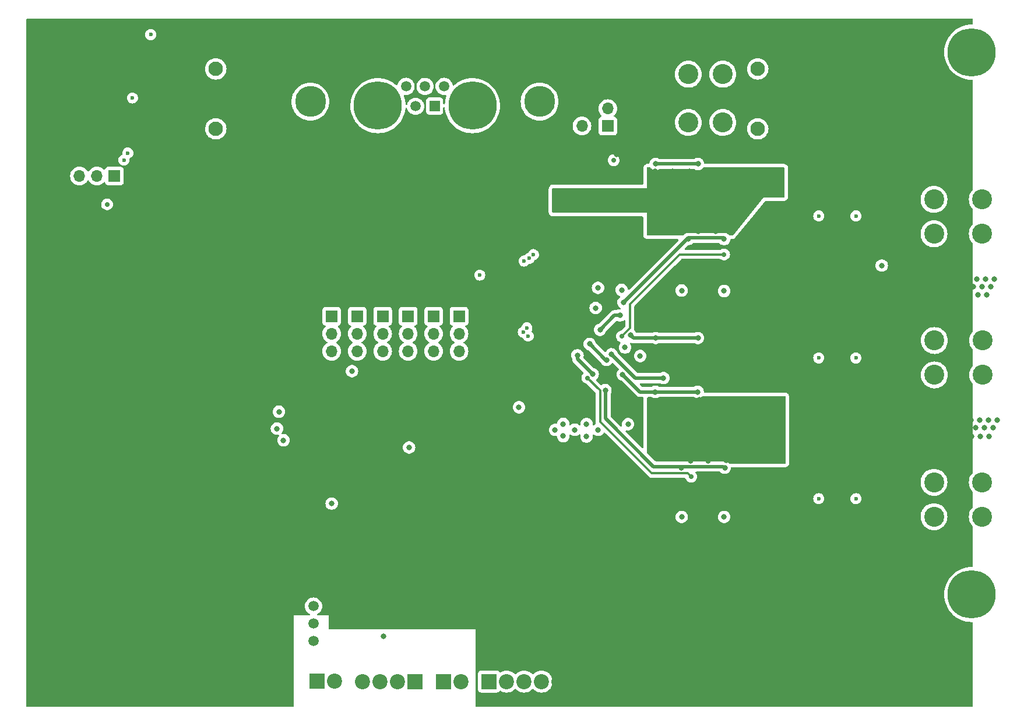
<source format=gbr>
%TF.GenerationSoftware,KiCad,Pcbnew,8.0.4*%
%TF.CreationDate,2024-10-18T00:11:30-06:00*%
%TF.ProjectId,Motor Controller,4d6f746f-7220-4436-9f6e-74726f6c6c65,Mk. 1*%
%TF.SameCoordinates,Original*%
%TF.FileFunction,Copper,L3,Inr*%
%TF.FilePolarity,Positive*%
%FSLAX46Y46*%
G04 Gerber Fmt 4.6, Leading zero omitted, Abs format (unit mm)*
G04 Created by KiCad (PCBNEW 8.0.4) date 2024-10-18 00:11:30*
%MOMM*%
%LPD*%
G01*
G04 APERTURE LIST*
%TA.AperFunction,ComponentPad*%
%ADD10C,2.900000*%
%TD*%
%TA.AperFunction,ComponentPad*%
%ADD11R,1.700000X1.700000*%
%TD*%
%TA.AperFunction,ComponentPad*%
%ADD12O,1.700000X1.700000*%
%TD*%
%TA.AperFunction,ComponentPad*%
%ADD13C,2.200000*%
%TD*%
%TA.AperFunction,ComponentPad*%
%ADD14R,2.200000X2.200000*%
%TD*%
%TA.AperFunction,ComponentPad*%
%ADD15C,0.800000*%
%TD*%
%TA.AperFunction,ComponentPad*%
%ADD16C,7.000000*%
%TD*%
%TA.AperFunction,ComponentPad*%
%ADD17C,1.508000*%
%TD*%
%TA.AperFunction,ComponentPad*%
%ADD18R,1.508000X1.508000*%
%TD*%
%TA.AperFunction,ComponentPad*%
%ADD19C,2.100000*%
%TD*%
%TA.AperFunction,HeatsinkPad*%
%ADD20C,0.600000*%
%TD*%
%TA.AperFunction,ComponentPad*%
%ADD21C,1.500000*%
%TD*%
%TA.AperFunction,ComponentPad*%
%ADD22R,1.500000X1.500000*%
%TD*%
%TA.AperFunction,ComponentPad*%
%ADD23C,4.500000*%
%TD*%
%TA.AperFunction,ViaPad*%
%ADD24C,0.700000*%
%TD*%
%TA.AperFunction,ViaPad*%
%ADD25C,0.800000*%
%TD*%
%TA.AperFunction,ViaPad*%
%ADD26C,0.600000*%
%TD*%
%TA.AperFunction,Conductor*%
%ADD27C,0.500000*%
%TD*%
%TA.AperFunction,Conductor*%
%ADD28C,0.300000*%
%TD*%
G04 APERTURE END LIST*
D10*
%TO.N,/Power Delivery/Motor Supply Unprotected*%
%TO.C,J19*%
X187600000Y-69210000D03*
X187600000Y-62200000D03*
X182600000Y-69210000D03*
X182600000Y-62200000D03*
%TD*%
%TO.N,/Motor Gate Driver/Coil Drive V/COIL_{V}*%
%TO.C,J16*%
X225355000Y-100900000D03*
X218345000Y-100900000D03*
X225355000Y-105900000D03*
X218345000Y-105900000D03*
%TD*%
%TO.N,GND*%
%TO.C,J31*%
X207850000Y-69210000D03*
X207850000Y-62200000D03*
X202850000Y-69210000D03*
X202850000Y-62200000D03*
%TD*%
%TO.N,/Motor Gate Driver/Coil Drive W/COIL_{W}*%
%TO.C,J17*%
X225305000Y-121500000D03*
X218295000Y-121500000D03*
X225305000Y-126500000D03*
X218295000Y-126500000D03*
%TD*%
%TO.N,/Motor Gate Driver/Coil Drive U/COIL_{U}*%
%TO.C,J15*%
X218295000Y-85400000D03*
X225305000Y-85400000D03*
X218295000Y-80400000D03*
X225305000Y-80400000D03*
%TD*%
D11*
%TO.N,/PWM_WY1_H_A*%
%TO.C,J6*%
X145600000Y-97370000D03*
D12*
%TO.N,/PWM_WY1_H*%
X145600000Y-99910000D03*
%TO.N,/PWM_WY1_H_B*%
X145600000Y-102450000D03*
%TD*%
D13*
%TO.N,/Isolated Driver Interface/EXT_NRST_Controller_B_ISO*%
%TO.C,J7*%
X135280000Y-150450000D03*
%TO.N,/Isolated Driver Interface/EXT_DRV_EN_IN_ISO*%
X137820000Y-150450000D03*
%TO.N,/Isolated Driver Interface/EXT_NRST_Controller_A_IN_ISO*%
X140360000Y-150450000D03*
D14*
%TO.N,/Isolated Driver Interface/FAULT_OUT_ISO*%
X142900000Y-150450000D03*
%TD*%
D15*
%TO.N,N/C*%
%TO.C,H8*%
X221150000Y-137800000D03*
X221918845Y-135943845D03*
X221918845Y-139656155D03*
X223775000Y-135175000D03*
D16*
X223775000Y-137800000D03*
D15*
X223775000Y-140425000D03*
X225631155Y-135943845D03*
X225631155Y-139656155D03*
X226400000Y-137800000D03*
%TD*%
D17*
%TO.N,5V_ISOLATED*%
%TO.C,PS1*%
X128150000Y-144570000D03*
%TO.N,GND1*%
X128150000Y-142030000D03*
%TO.N,+5V*%
X128150000Y-139490000D03*
D18*
%TO.N,GND*%
X128150000Y-136950000D03*
%TD*%
D19*
%TO.N,/Power Delivery/IN_SYS*%
%TO.C,J18*%
X113960000Y-61437500D03*
X113960000Y-70137500D03*
%TO.N,GND*%
X119040000Y-61437500D03*
X119040000Y-70137500D03*
%TD*%
D11*
%TO.N,/EXT_POWER_STAGE_EN_IN*%
%TO.C,JP14*%
X170900000Y-69735000D03*
D12*
%TO.N,/Power Delivery/Motor Supply Unprotected*%
X170900000Y-67195000D03*
%TD*%
D20*
%TO.N,GND*%
%TO.C,U21*%
X104100000Y-68400000D03*
X102800000Y-68400000D03*
X101500000Y-68400000D03*
X100200000Y-68400000D03*
X98900000Y-68400000D03*
X104100000Y-69700000D03*
X102800000Y-69700000D03*
X101500000Y-69700000D03*
X100200000Y-69700000D03*
X98900000Y-69700000D03*
X104100000Y-71000000D03*
X102800000Y-71000000D03*
X101500000Y-71000000D03*
X100200000Y-71000000D03*
X98900000Y-71000000D03*
%TD*%
D11*
%TO.N,GND*%
%TO.C,JP16*%
X167150000Y-67185000D03*
D12*
%TO.N,/EXT_POWER_STAGE_EN_IN*%
X167150000Y-69725000D03*
%TD*%
D11*
%TO.N,/PWM_WY1_L_A*%
%TO.C,J5*%
X149300000Y-97370000D03*
D12*
%TO.N,/PWM_WY1_L*%
X149300000Y-99910000D03*
%TO.N,/PWM_WY1_L_B*%
X149300000Y-102450000D03*
%TD*%
D13*
%TO.N,GND*%
%TO.C,J10*%
X163820000Y-150450000D03*
%TO.N,/Position Sensing/HALL_UX_RAW*%
X161280000Y-150450000D03*
%TO.N,/Position Sensing/HALL_V_RAW*%
X158740000Y-150450000D03*
%TO.N,/Position Sensing/HALL_WY_RAW*%
X156200000Y-150450000D03*
D14*
%TO.N,+5V*%
X153660000Y-150450000D03*
%TD*%
D16*
%TO.N,/Comunications/CAN Bus Interface/SYS_7V*%
%TO.C,J28*%
X151232000Y-66775000D03*
%TO.N,GND2*%
X137512000Y-66775000D03*
D21*
%TO.N,/Comunications/CAN Bus Interface/SYS_12V*%
X147130000Y-63975000D03*
X144360000Y-63975000D03*
%TO.N,/Comunications/CAN Bus Interface/CAN_L-*%
X141590000Y-63975000D03*
D22*
%TO.N,/Comunications/CAN Bus Interface/SYS_12V*%
X145745000Y-66815000D03*
D21*
%TO.N,/Comunications/CAN Bus Interface/CAN_H+*%
X142975000Y-66870000D03*
D23*
%TO.N,N/C*%
X160995000Y-66175000D03*
X127695000Y-66175000D03*
%TD*%
D13*
%TO.N,unconnected-(J20-Pin_2-Pad2)*%
%TO.C,J20*%
X149540000Y-150450000D03*
D14*
%TO.N,/Isolated Driver Interface/EXT_POWER_STAGE_EN_ISO*%
X147000000Y-150450000D03*
%TD*%
D19*
%TO.N,/Power Delivery/Motor Supply Unprotected*%
%TO.C,J9*%
X192685000Y-70137500D03*
X192685000Y-61437500D03*
%TO.N,GND*%
X197765000Y-70137500D03*
X197765000Y-61437500D03*
%TD*%
D11*
%TO.N,/PWM_UX1_L_A*%
%TO.C,J1*%
X134500000Y-97370000D03*
D12*
%TO.N,/PWM_UX1_L*%
X134500000Y-99910000D03*
%TO.N,/PWM_UX1_L_B*%
X134500000Y-102450000D03*
%TD*%
D15*
%TO.N,N/C*%
%TO.C,H9*%
X221150000Y-59000000D03*
X221918845Y-57143845D03*
X221918845Y-60856155D03*
X223775000Y-56375000D03*
D16*
X223775000Y-59000000D03*
D15*
X223775000Y-61625000D03*
X225631155Y-57143845D03*
X225631155Y-60856155D03*
X226400000Y-59000000D03*
%TD*%
D11*
%TO.N,/PWM_VX2_H_A*%
%TO.C,J4*%
X138200000Y-97370000D03*
D12*
%TO.N,/PWM_VX2_H*%
X138200000Y-99910000D03*
%TO.N,/PWM_VX2_H_B*%
X138200000Y-102450000D03*
%TD*%
D11*
%TO.N,/PWM_VX2_L_A*%
%TO.C,J3*%
X141900000Y-97370000D03*
D12*
%TO.N,/PWM_VX2_L*%
X141900000Y-99910000D03*
%TO.N,/PWM_VX2_L_B*%
X141900000Y-102450000D03*
%TD*%
D11*
%TO.N,/PWM_UX1_H_A*%
%TO.C,J2*%
X130800000Y-97370000D03*
D12*
%TO.N,/PWM_UX1_H*%
X130800000Y-99910000D03*
%TO.N,/PWM_UX1_H_B*%
X130800000Y-102450000D03*
%TD*%
D13*
%TO.N,5V_ISOLATED*%
%TO.C,J8*%
X131200000Y-150425000D03*
D14*
%TO.N,GND1*%
X128660000Y-150425000D03*
%TD*%
D11*
%TO.N,Net-(J24-Pin_1)*%
%TO.C,J24*%
X99225000Y-76975000D03*
D12*
%TO.N,/Power Delivery/~{SHDN}*%
X96685000Y-76975000D03*
%TO.N,Net-(J24-Pin_3)*%
X94145000Y-76975000D03*
%TD*%
D24*
%TO.N,/Power Delivery/IN_SYS*%
X98160000Y-81112500D03*
%TO.N,GND*%
X170700000Y-61750000D03*
X168300000Y-67250000D03*
%TO.N,/EXT_POWER_STAGE_EN_IN*%
X171750000Y-74700000D03*
D25*
%TO.N,GND1*%
X138350000Y-143850000D03*
%TO.N,+3V3*%
X123138819Y-111242767D03*
X133738819Y-105342767D03*
X142038819Y-116442767D03*
X130788819Y-124592767D03*
X123788819Y-115392767D03*
%TO.N,+5V*%
X210700000Y-90000000D03*
%TO.N,/Motor Gate Driver/Coil Drive V/V_{SENSE\u002C V\u002C 1}*%
X179000000Y-106350000D03*
X171450000Y-102900000D03*
D26*
%TO.N,/Motor Gate Driver/Coil Drive W/VD+*%
X201550000Y-123880000D03*
%TO.N,/Motor Gate Driver/Coil Drive W/COIL_{W}*%
X206950000Y-123880000D03*
%TO.N,/Motor Gate Driver/Coil Drive V/V_{SENSE\u002C V\u002C 1}*%
X201550000Y-103425336D03*
%TO.N,/Motor Gate Driver/Coil Drive V/COIL_{V}*%
X206950000Y-103425336D03*
%TO.N,/Motor Gate Driver/Coil Drive U/V_{SENSE\u002C U\u002C 1}*%
X201550000Y-82800000D03*
%TO.N,/Motor Gate Driver/Coil Drive U/COIL_{U}*%
X206950000Y-82800000D03*
D25*
%TO.N,GND*%
X181920000Y-98250000D03*
X219470000Y-91950000D03*
X172295000Y-117115000D03*
X172200000Y-73850000D03*
X217050000Y-94250000D03*
X169190000Y-118200000D03*
X182505000Y-97035000D03*
X224335000Y-113585000D03*
X176840000Y-98250000D03*
X165925000Y-83715000D03*
X185570000Y-129275000D03*
X206800000Y-89212500D03*
X166630000Y-77235000D03*
X225605000Y-113585000D03*
X180490000Y-129275000D03*
X169170000Y-84800000D03*
X184340000Y-95950000D03*
X217985000Y-113585000D03*
X165360000Y-84800000D03*
X177385000Y-130360000D03*
X186960000Y-131575000D03*
X172980000Y-77235000D03*
X169735000Y-76150000D03*
X184420000Y-131575000D03*
D26*
X165050000Y-97750000D03*
D25*
X171710000Y-84800000D03*
X185730000Y-98250000D03*
X216715000Y-113585000D03*
X166650000Y-110635000D03*
X167900000Y-84800000D03*
X227090000Y-91950000D03*
X165380000Y-110635000D03*
X178070000Y-131575000D03*
X167920000Y-118200000D03*
X173000000Y-118200000D03*
D26*
X165050000Y-98950000D03*
D25*
X179965000Y-97035000D03*
X171005000Y-76150000D03*
X176800000Y-131575000D03*
X173545000Y-83715000D03*
X183775000Y-97035000D03*
X168485000Y-117115000D03*
X164110000Y-110635000D03*
X170440000Y-84800000D03*
X220525000Y-113585000D03*
X174250000Y-77235000D03*
X224900000Y-112500000D03*
X180650000Y-98250000D03*
X178110000Y-98250000D03*
X181195000Y-130360000D03*
X168465000Y-83715000D03*
X164675000Y-117115000D03*
X167215000Y-117115000D03*
X179340000Y-131575000D03*
X171730000Y-118200000D03*
X216130000Y-114800000D03*
D26*
X162700000Y-98900000D03*
D25*
X208300000Y-89212500D03*
X224550000Y-91950000D03*
X167920000Y-110635000D03*
D26*
X164450000Y-98350000D03*
D25*
X206725000Y-130300000D03*
X177425000Y-97035000D03*
X174815000Y-83715000D03*
X186275000Y-130360000D03*
D26*
X163900000Y-100100000D03*
D25*
X200075000Y-133450000D03*
X219255000Y-113585000D03*
X185005000Y-130360000D03*
X167215000Y-109550000D03*
X225940000Y-94250000D03*
X165380000Y-118200000D03*
X221210000Y-114800000D03*
X181235000Y-97035000D03*
X187000000Y-98250000D03*
X181880000Y-131575000D03*
X223280000Y-91950000D03*
X173545000Y-76150000D03*
X219940000Y-114800000D03*
X164655000Y-76150000D03*
X223065000Y-113585000D03*
X218670000Y-114800000D03*
X169735000Y-83715000D03*
X180530000Y-95950000D03*
X225255000Y-93035000D03*
X174270000Y-110635000D03*
X177950000Y-129275000D03*
X223400000Y-94250000D03*
X187585000Y-97035000D03*
X200175000Y-112800000D03*
X179380000Y-98250000D03*
X218320000Y-94250000D03*
X216930000Y-91950000D03*
X220740000Y-91950000D03*
X200150000Y-92312500D03*
X177990000Y-95950000D03*
X186880000Y-95950000D03*
X169170000Y-77235000D03*
X218905000Y-93035000D03*
X183190000Y-98250000D03*
X164110000Y-118200000D03*
X171710000Y-77235000D03*
X179220000Y-129275000D03*
X226875000Y-113585000D03*
X172295000Y-109550000D03*
X173565000Y-109550000D03*
X164090000Y-77235000D03*
X219590000Y-94250000D03*
X222715000Y-93035000D03*
X167195000Y-76150000D03*
D26*
X165050000Y-96550000D03*
D25*
X218550000Y-112500000D03*
X165360000Y-77235000D03*
X222480000Y-114800000D03*
X174250000Y-84800000D03*
X172275000Y-76150000D03*
X168465000Y-76150000D03*
X221445000Y-93035000D03*
X181800000Y-95950000D03*
X167195000Y-83715000D03*
X185045000Y-97035000D03*
X219820000Y-112500000D03*
X225020000Y-114800000D03*
X223750000Y-114800000D03*
X180610000Y-131575000D03*
X165945000Y-109550000D03*
X172275000Y-83715000D03*
X188110000Y-129275000D03*
X173000000Y-110635000D03*
X164655000Y-83715000D03*
X178655000Y-130360000D03*
X165945000Y-117115000D03*
X188150000Y-95950000D03*
X179260000Y-95950000D03*
X222010000Y-91950000D03*
X217280000Y-112500000D03*
X221795000Y-113585000D03*
X215780000Y-94250000D03*
X217635000Y-93035000D03*
X220175000Y-93035000D03*
X165925000Y-76150000D03*
D26*
X162650000Y-97700000D03*
D25*
X216365000Y-93035000D03*
X226170000Y-112500000D03*
X164090000Y-84800000D03*
X224670000Y-94250000D03*
X223630000Y-112500000D03*
X170440000Y-77235000D03*
X223985000Y-93035000D03*
D26*
X166250000Y-98950000D03*
D25*
X226525000Y-93035000D03*
X174815000Y-76150000D03*
X172980000Y-84800000D03*
X166650000Y-118200000D03*
X171730000Y-110635000D03*
X167900000Y-77235000D03*
D26*
X166250000Y-97750000D03*
D25*
X164675000Y-109550000D03*
X179925000Y-130360000D03*
X184460000Y-98250000D03*
D26*
X165050000Y-100100000D03*
X163850000Y-96550000D03*
D25*
X171025000Y-117115000D03*
X220860000Y-94250000D03*
X226290000Y-114800000D03*
X166630000Y-84800000D03*
D26*
X163850000Y-97750000D03*
D25*
X170460000Y-118200000D03*
X208175000Y-130300000D03*
X169755000Y-117115000D03*
X168485000Y-109550000D03*
X208325000Y-109750000D03*
X183070000Y-95950000D03*
X185610000Y-95950000D03*
D26*
X163850000Y-98900000D03*
D25*
X178695000Y-97035000D03*
X222360000Y-112500000D03*
X218200000Y-91950000D03*
X181760000Y-129275000D03*
X186315000Y-97035000D03*
X225820000Y-91950000D03*
X227440000Y-112500000D03*
X171005000Y-83715000D03*
X184300000Y-129275000D03*
X221090000Y-112500000D03*
X222130000Y-94250000D03*
X185690000Y-131575000D03*
X206825000Y-109750000D03*
X186840000Y-129275000D03*
X217400000Y-114800000D03*
X187545000Y-130360000D03*
%TO.N,V_{M}*%
X171180000Y-81420000D03*
X188110000Y-113230000D03*
X179000000Y-85020000D03*
X190650000Y-113230000D03*
X193190000Y-118310000D03*
X188110000Y-118310000D03*
X167800000Y-79610000D03*
X176300000Y-80450000D03*
X184080000Y-77400000D03*
X194000000Y-77350000D03*
X186620000Y-79940000D03*
X174560000Y-81380000D03*
X177887500Y-113273849D03*
X191920000Y-111960000D03*
X185350000Y-76350000D03*
X186777500Y-114543849D03*
X182810000Y-81210000D03*
X186620000Y-85020000D03*
X188970000Y-77390000D03*
X188110000Y-115770000D03*
X194460000Y-117040000D03*
X186620000Y-82480000D03*
X177887500Y-115813849D03*
X194460000Y-114500000D03*
X190200000Y-76340000D03*
X177800000Y-76350000D03*
X180427500Y-115813849D03*
X191920000Y-109420000D03*
X195730000Y-118310000D03*
X188110000Y-110690000D03*
X190200000Y-78660000D03*
X181697500Y-112003849D03*
X186777500Y-112003849D03*
X172880000Y-80490000D03*
X163230000Y-80470000D03*
X184237500Y-112003849D03*
X186620000Y-77400000D03*
X186777500Y-109463849D03*
X184080000Y-79940000D03*
X180300000Y-76350000D03*
X190650000Y-118310000D03*
X186777500Y-117083849D03*
X177730000Y-78670000D03*
X181697500Y-114543849D03*
X179000000Y-79940000D03*
X181697500Y-109463849D03*
X181540000Y-85020000D03*
X193190000Y-115770000D03*
X185350000Y-83750000D03*
X193190000Y-113230000D03*
X185507500Y-110733849D03*
X189380000Y-109420000D03*
X184080000Y-82480000D03*
X191920000Y-117040000D03*
X187700000Y-83750000D03*
X195730000Y-115770000D03*
X187700000Y-76340000D03*
X182810000Y-83750000D03*
X180270000Y-83750000D03*
X169490000Y-80460000D03*
X195730000Y-113230000D03*
X164420000Y-79600000D03*
X190200000Y-81200000D03*
X179157500Y-114543849D03*
X177730000Y-83750000D03*
X182810000Y-76350000D03*
X182967500Y-113273849D03*
X188970000Y-82470000D03*
X192730000Y-76300000D03*
X193190000Y-110690000D03*
X185350000Y-81210000D03*
X194460000Y-111960000D03*
X187700000Y-81200000D03*
X195400000Y-76300000D03*
X177730000Y-81210000D03*
X190650000Y-110690000D03*
X189380000Y-111960000D03*
X191470000Y-77390000D03*
X181540000Y-77400000D03*
X185350000Y-78670000D03*
X185507500Y-115813849D03*
X185507500Y-113273849D03*
X171190000Y-79600000D03*
X189380000Y-114500000D03*
X185507500Y-118353849D03*
X195400000Y-78650000D03*
X187700000Y-78660000D03*
X184237500Y-109463849D03*
X181697500Y-117083849D03*
X180270000Y-81210000D03*
X184237500Y-114543849D03*
X166110000Y-113870000D03*
X182967500Y-110733849D03*
X164420000Y-81370000D03*
X179157500Y-109463849D03*
X184237500Y-117083849D03*
X173850000Y-113050000D03*
X179000000Y-82480000D03*
X181540000Y-82480000D03*
X177887500Y-110733849D03*
X180427500Y-113273849D03*
X167800000Y-81440000D03*
X163240000Y-113890000D03*
X167810000Y-113030000D03*
X157991151Y-110591151D03*
X180427500Y-110733849D03*
X184080000Y-85020000D03*
X182967500Y-118353849D03*
X164430000Y-113020000D03*
X182967500Y-115813849D03*
X169500000Y-113880000D03*
X192730000Y-78620000D03*
X188970000Y-79930000D03*
X167810000Y-114860000D03*
X195730000Y-110690000D03*
X174560000Y-79530000D03*
X181540000Y-79940000D03*
X164430000Y-114790000D03*
X180270000Y-78670000D03*
X182810000Y-78670000D03*
X179157500Y-112003849D03*
X191920000Y-114500000D03*
X190650000Y-115770000D03*
X166100000Y-80450000D03*
X194460000Y-109420000D03*
X191470000Y-79930000D03*
D26*
%TO.N,/Motor Gate Driver/SPE*%
X159141421Y-99059798D03*
D25*
%TO.N,/Motor Gate Driver/HSU*%
X169773305Y-99350096D03*
X172651041Y-97248959D03*
%TO.N,/Motor Gate Driver/LSU*%
X169483999Y-93232997D03*
%TO.N,/Motor Gate Driver/HSV*%
X170711699Y-103723584D03*
X168263021Y-101404144D03*
%TO.N,/Motor Gate Driver/HSW*%
X168701044Y-105777045D03*
X166498064Y-103043070D03*
%TO.N,/Motor Gate Driver/LSW*%
X173400000Y-101900000D03*
X169147478Y-96168014D03*
D26*
%TO.N,/SPI_SCK*%
X159500000Y-88950000D03*
%TO.N,/SPI_MISO*%
X152300000Y-91400000D03*
%TO.N,/SPI_MOSI*%
X158750000Y-89350000D03*
%TO.N,/SPI_NSCS_DRIVER*%
X160097929Y-88418507D03*
%TO.N,/Power Delivery/Low Power Current Monitor*%
X100600000Y-74662500D03*
D24*
%TO.N,/Motor Gate Driver/Coil Drive U/V_{SENSE\u002C U\u002C 1}*%
X187800000Y-88389577D03*
X172923762Y-100292390D03*
D25*
%TO.N,Net-(D12-A)*%
X172919476Y-93547250D03*
X181626384Y-93637500D03*
X187800000Y-93700000D03*
%TO.N,Net-(D9-A)*%
X173061605Y-105838395D03*
X183950000Y-108367500D03*
X177805577Y-108367500D03*
%TO.N,Net-(D8-A)*%
X181590459Y-119387500D03*
X170556668Y-108106668D03*
X187892287Y-119387500D03*
%TO.N,Net-(D11-A)*%
X187800000Y-86157923D03*
X173191170Y-95343681D03*
X182600000Y-86157923D03*
%TO.N,Net-(D10-A)*%
X184000000Y-100542077D03*
X174188407Y-100088407D03*
X177851461Y-100542077D03*
%TO.N,Net-(D13-A)*%
X181650000Y-126532500D03*
X175600000Y-103150000D03*
X187800000Y-126532500D03*
D26*
%TO.N,/Motor Gate Driver/DRV_EN_GATE_DRVR*%
X159341421Y-100259798D03*
%TO.N,Net-(Q21-G)*%
X104500000Y-56450000D03*
X101850000Y-65650000D03*
D24*
%TO.N,/Motor Gate Driver/Coil Drive W/VD+*%
X183000000Y-120700000D03*
X167925000Y-106325000D03*
D25*
%TO.N,Net-(U43-G)*%
X177850000Y-75242077D03*
X184000000Y-75242077D03*
D26*
%TO.N,/Motor Gate Driver/FAULT_OUT*%
X158629272Y-99674377D03*
%TO.N,/Power Delivery/Montor Controller Low Side Fault*%
X101175000Y-73662500D03*
D25*
%TO.N,GND*%
X183030000Y-129275000D03*
X183150000Y-131575000D03*
X182465000Y-130360000D03*
X183735000Y-130360000D03*
%TO.N,+3V3*%
X122838819Y-113692767D03*
%TD*%
D27*
%TO.N,/Motor Gate Driver/Coil Drive V/V_{SENSE\u002C V\u002C 1}*%
X174900000Y-106350000D02*
X179000000Y-106350000D01*
X171450000Y-102900000D02*
X174900000Y-106350000D01*
D28*
%TO.N,/Motor Gate Driver/Coil Drive W/VD+*%
X177300000Y-120200000D02*
X169775000Y-112675000D01*
X182500000Y-120200000D02*
X177300000Y-120200000D01*
X183000000Y-120700000D02*
X182500000Y-120200000D01*
X169775000Y-112675000D02*
X169775000Y-108175000D01*
X169775000Y-108175000D02*
X167925000Y-106325000D01*
D27*
%TO.N,/Motor Gate Driver/HSU*%
X172651041Y-97248959D02*
X171874442Y-97248959D01*
X171874442Y-97248959D02*
X169773305Y-99350096D01*
%TO.N,/Motor Gate Driver/HSV*%
X170582461Y-103723584D02*
X168263021Y-101404144D01*
X170711699Y-103723584D02*
X170582461Y-103723584D01*
%TO.N,/Motor Gate Driver/HSW*%
X168677045Y-105777045D02*
X166498064Y-103598064D01*
X168701044Y-105777045D02*
X168677045Y-105777045D01*
X166498064Y-103598064D02*
X166498064Y-103043070D01*
D28*
%TO.N,/Motor Gate Driver/Coil Drive U/V_{SENSE\u002C U\u002C 1}*%
X174100000Y-95600000D02*
X181310423Y-88389577D01*
X181310423Y-88389577D02*
X187800000Y-88389577D01*
X172923762Y-100292390D02*
X174100000Y-99116152D01*
X174100000Y-99116152D02*
X174100000Y-95600000D01*
D27*
%TO.N,Net-(D9-A)*%
X175590710Y-108367500D02*
X177805577Y-108367500D01*
X177805577Y-108367500D02*
X183950000Y-108367500D01*
X173061605Y-105838395D02*
X175590710Y-108367500D01*
%TO.N,Net-(D8-A)*%
X181590459Y-119387500D02*
X181774110Y-119203849D01*
X181774110Y-119203849D02*
X187708636Y-119203849D01*
X170556668Y-108106668D02*
X170575000Y-108125000D01*
X181402959Y-119200000D02*
X181590459Y-119387500D01*
X170575000Y-112243431D02*
X177531569Y-119200000D01*
X177531569Y-119200000D02*
X181402959Y-119200000D01*
X170575000Y-108125000D02*
X170575000Y-112243431D01*
X187708636Y-119203849D02*
X187892287Y-119387500D01*
%TO.N,Net-(D11-A)*%
X182757923Y-86000000D02*
X187642077Y-86000000D01*
X187642077Y-86000000D02*
X187800000Y-86157923D01*
X182600000Y-86157923D02*
X182757923Y-86000000D01*
X182393549Y-86157923D02*
X173207791Y-95343681D01*
X182600000Y-86157923D02*
X182393549Y-86157923D01*
X173207791Y-95343681D02*
X173191170Y-95343681D01*
%TO.N,Net-(D10-A)*%
X177851461Y-100542077D02*
X184000000Y-100542077D01*
X174642077Y-100542077D02*
X177851461Y-100542077D01*
X174188407Y-100088407D02*
X174642077Y-100542077D01*
%TO.N,Net-(U43-G)*%
X177850000Y-75242077D02*
X184000000Y-75242077D01*
%TD*%
%TA.AperFunction,Conductor*%
%TO.N,V_{M}*%
G36*
X196693039Y-108969685D02*
G01*
X196738794Y-109022489D01*
X196750000Y-109074000D01*
X196750000Y-118676000D01*
X196730315Y-118743039D01*
X196677511Y-118788794D01*
X196626000Y-118800000D01*
X188630250Y-118800000D01*
X188563211Y-118780315D01*
X188538100Y-118758972D01*
X188498157Y-118714611D01*
X188345021Y-118603351D01*
X188345016Y-118603348D01*
X188172094Y-118526357D01*
X188172089Y-118526355D01*
X188026288Y-118495365D01*
X187986933Y-118487000D01*
X187986932Y-118487000D01*
X187961796Y-118487000D01*
X187933633Y-118482822D01*
X187933523Y-118483379D01*
X187782556Y-118453349D01*
X187782554Y-118453349D01*
X181700192Y-118453349D01*
X181700189Y-118453349D01*
X181671350Y-118459084D01*
X181671351Y-118459085D01*
X181622396Y-118468822D01*
X181574017Y-118468822D01*
X181531004Y-118460266D01*
X181476877Y-118449500D01*
X181476876Y-118449500D01*
X177893798Y-118449500D01*
X177826759Y-118429815D01*
X177806117Y-118413181D01*
X176656319Y-117263382D01*
X176622834Y-117202059D01*
X176620000Y-117175701D01*
X176620000Y-109242000D01*
X176639685Y-109174961D01*
X176692489Y-109129206D01*
X176744000Y-109118000D01*
X177266240Y-109118000D01*
X177333279Y-109137685D01*
X177339125Y-109141682D01*
X177352842Y-109151648D01*
X177352847Y-109151651D01*
X177525769Y-109228642D01*
X177525774Y-109228644D01*
X177710931Y-109268000D01*
X177710932Y-109268000D01*
X177900221Y-109268000D01*
X177900223Y-109268000D01*
X178085380Y-109228644D01*
X178258307Y-109151651D01*
X178260353Y-109150164D01*
X178272029Y-109141682D01*
X178337835Y-109118202D01*
X178344914Y-109118000D01*
X183410663Y-109118000D01*
X183477702Y-109137685D01*
X183483548Y-109141682D01*
X183497265Y-109151648D01*
X183497270Y-109151651D01*
X183670192Y-109228642D01*
X183670197Y-109228644D01*
X183855354Y-109268000D01*
X183855355Y-109268000D01*
X184044644Y-109268000D01*
X184044646Y-109268000D01*
X184229803Y-109228644D01*
X184402730Y-109151651D01*
X184555871Y-109040388D01*
X184600315Y-108991027D01*
X184659802Y-108954379D01*
X184692465Y-108950000D01*
X196626000Y-108950000D01*
X196693039Y-108969685D01*
G37*
%TD.AperFunction*%
%TD*%
%TA.AperFunction,Conductor*%
%TO.N,GND*%
G36*
X176000000Y-99791577D02*
G01*
X175127926Y-99791577D01*
X175060887Y-99771892D01*
X175020215Y-99724954D01*
X175018835Y-99725751D01*
X175015586Y-99720123D01*
X174920940Y-99556191D01*
X174794278Y-99415519D01*
X174794277Y-99415518D01*
X174794273Y-99415514D01*
X174779350Y-99404672D01*
X174736685Y-99349341D01*
X174730620Y-99280163D01*
X174750500Y-99180223D01*
X174750500Y-95920808D01*
X174770185Y-95853769D01*
X174786819Y-95833127D01*
X176000000Y-94619946D01*
X176000000Y-99791577D01*
G37*
%TD.AperFunction*%
%TA.AperFunction,Conductor*%
G36*
X223893039Y-54169685D02*
G01*
X223938794Y-54222489D01*
X223950000Y-54274000D01*
X223950000Y-54873030D01*
X223930315Y-54940069D01*
X223877511Y-54985824D01*
X223819918Y-54996881D01*
X223775002Y-54994675D01*
X223775001Y-54994675D01*
X223775000Y-54994675D01*
X223382409Y-55013962D01*
X223382403Y-55013962D01*
X223382400Y-55013963D01*
X222993593Y-55071637D01*
X222612315Y-55167143D01*
X222242229Y-55299561D01*
X222242227Y-55299562D01*
X221886899Y-55467620D01*
X221549763Y-55669692D01*
X221234043Y-55903846D01*
X220942807Y-56167807D01*
X220678846Y-56459043D01*
X220444692Y-56774763D01*
X220242620Y-57111899D01*
X220074562Y-57467227D01*
X220074561Y-57467229D01*
X219942143Y-57837315D01*
X219846637Y-58218593D01*
X219846636Y-58218600D01*
X219788962Y-58607409D01*
X219769675Y-59000000D01*
X219788962Y-59392591D01*
X219788962Y-59392597D01*
X219788963Y-59392599D01*
X219846637Y-59781406D01*
X219942143Y-60162684D01*
X220074561Y-60532770D01*
X220074562Y-60532772D01*
X220242620Y-60888100D01*
X220426091Y-61194202D01*
X220444694Y-61225239D01*
X220565154Y-61387661D01*
X220678846Y-61540956D01*
X220942807Y-61832192D01*
X221234043Y-62096153D01*
X221234049Y-62096158D01*
X221549761Y-62330306D01*
X221549763Y-62330307D01*
X221886899Y-62532379D01*
X221886902Y-62532380D01*
X221886903Y-62532381D01*
X222242228Y-62700438D01*
X222612316Y-62832857D01*
X222993600Y-62928364D01*
X223382409Y-62986038D01*
X223775000Y-63005325D01*
X223819918Y-63003118D01*
X223887838Y-63019487D01*
X223936130Y-63069982D01*
X223950000Y-63126968D01*
X223950000Y-78945214D01*
X223930315Y-79012253D01*
X223913681Y-79032895D01*
X223827154Y-79119421D01*
X223827138Y-79119439D01*
X223659945Y-79342784D01*
X223659940Y-79342792D01*
X223526233Y-79587657D01*
X223526231Y-79587661D01*
X223428727Y-79849083D01*
X223369422Y-80121700D01*
X223349518Y-80399998D01*
X223349518Y-80400001D01*
X223369422Y-80678299D01*
X223425199Y-80934697D01*
X223428729Y-80950923D01*
X223488994Y-81112500D01*
X223526231Y-81212338D01*
X223526233Y-81212342D01*
X223659940Y-81457207D01*
X223659945Y-81457215D01*
X223827138Y-81680560D01*
X223827144Y-81680566D01*
X223827145Y-81680568D01*
X223913682Y-81767105D01*
X223947166Y-81828426D01*
X223950000Y-81854785D01*
X223950000Y-83945214D01*
X223930315Y-84012253D01*
X223913681Y-84032895D01*
X223827154Y-84119421D01*
X223827138Y-84119439D01*
X223659945Y-84342784D01*
X223659940Y-84342792D01*
X223526233Y-84587657D01*
X223526231Y-84587661D01*
X223428727Y-84849083D01*
X223369422Y-85121700D01*
X223349518Y-85399998D01*
X223349518Y-85400001D01*
X223369422Y-85678299D01*
X223428727Y-85950916D01*
X223428729Y-85950923D01*
X223451132Y-86010987D01*
X223526231Y-86212338D01*
X223526233Y-86212342D01*
X223659940Y-86457207D01*
X223659945Y-86457215D01*
X223827138Y-86680560D01*
X223827144Y-86680566D01*
X223827145Y-86680568D01*
X223913682Y-86767105D01*
X223947166Y-86828426D01*
X223950000Y-86854785D01*
X223950000Y-99495214D01*
X223930315Y-99562253D01*
X223913681Y-99582895D01*
X223877154Y-99619421D01*
X223877138Y-99619439D01*
X223709945Y-99842784D01*
X223709940Y-99842792D01*
X223576233Y-100087657D01*
X223576231Y-100087661D01*
X223478727Y-100349083D01*
X223419422Y-100621700D01*
X223399518Y-100899998D01*
X223399518Y-100900001D01*
X223419422Y-101178299D01*
X223470153Y-101411501D01*
X223478729Y-101450923D01*
X223531497Y-101592400D01*
X223576231Y-101712338D01*
X223576233Y-101712342D01*
X223709940Y-101957207D01*
X223709945Y-101957215D01*
X223877138Y-102180560D01*
X223877153Y-102180577D01*
X223913680Y-102217103D01*
X223947166Y-102278425D01*
X223950000Y-102304785D01*
X223950000Y-104495214D01*
X223930315Y-104562253D01*
X223913681Y-104582895D01*
X223877154Y-104619421D01*
X223877138Y-104619439D01*
X223709945Y-104842784D01*
X223709940Y-104842792D01*
X223576233Y-105087657D01*
X223576231Y-105087661D01*
X223547195Y-105165511D01*
X223481083Y-105342767D01*
X223478727Y-105349083D01*
X223419422Y-105621700D01*
X223399518Y-105899998D01*
X223399518Y-105900001D01*
X223419422Y-106178299D01*
X223478727Y-106450916D01*
X223478729Y-106450923D01*
X223511304Y-106538259D01*
X223576231Y-106712338D01*
X223576233Y-106712341D01*
X223709940Y-106957207D01*
X223709945Y-106957215D01*
X223877138Y-107180560D01*
X223877153Y-107180577D01*
X223913680Y-107217103D01*
X223947166Y-107278425D01*
X223950000Y-107304785D01*
X223950000Y-120045214D01*
X223930315Y-120112253D01*
X223913681Y-120132895D01*
X223827154Y-120219421D01*
X223827138Y-120219439D01*
X223659945Y-120442784D01*
X223659940Y-120442792D01*
X223526233Y-120687657D01*
X223526231Y-120687661D01*
X223428727Y-120949083D01*
X223369422Y-121221700D01*
X223349518Y-121499998D01*
X223349518Y-121500001D01*
X223369422Y-121778299D01*
X223428727Y-122050916D01*
X223428729Y-122050923D01*
X223489266Y-122213230D01*
X223526231Y-122312338D01*
X223526233Y-122312342D01*
X223659940Y-122557207D01*
X223659945Y-122557215D01*
X223827138Y-122780560D01*
X223827144Y-122780566D01*
X223827145Y-122780568D01*
X223913682Y-122867105D01*
X223947166Y-122928426D01*
X223950000Y-122954785D01*
X223950000Y-125045214D01*
X223930315Y-125112253D01*
X223913681Y-125132895D01*
X223827154Y-125219421D01*
X223827138Y-125219439D01*
X223659945Y-125442784D01*
X223659940Y-125442792D01*
X223526233Y-125687657D01*
X223526231Y-125687661D01*
X223428727Y-125949083D01*
X223369422Y-126221700D01*
X223349518Y-126499998D01*
X223349518Y-126500001D01*
X223369422Y-126778299D01*
X223428727Y-127050916D01*
X223428729Y-127050923D01*
X223433873Y-127064714D01*
X223526231Y-127312338D01*
X223526233Y-127312342D01*
X223659940Y-127557207D01*
X223659945Y-127557215D01*
X223827138Y-127780560D01*
X223827144Y-127780566D01*
X223827145Y-127780568D01*
X223913682Y-127867105D01*
X223947166Y-127928426D01*
X223950000Y-127954785D01*
X223950000Y-133673030D01*
X223930315Y-133740069D01*
X223877511Y-133785824D01*
X223819918Y-133796881D01*
X223775002Y-133794675D01*
X223775001Y-133794675D01*
X223775000Y-133794675D01*
X223382409Y-133813962D01*
X223382403Y-133813962D01*
X223382400Y-133813963D01*
X222993593Y-133871637D01*
X222612315Y-133967143D01*
X222242229Y-134099561D01*
X222242227Y-134099562D01*
X221886899Y-134267620D01*
X221549763Y-134469692D01*
X221234043Y-134703846D01*
X220942807Y-134967807D01*
X220678846Y-135259043D01*
X220444692Y-135574763D01*
X220242620Y-135911899D01*
X220074562Y-136267227D01*
X220074561Y-136267229D01*
X219942143Y-136637315D01*
X219846637Y-137018593D01*
X219846636Y-137018600D01*
X219788962Y-137407409D01*
X219769675Y-137800000D01*
X219788962Y-138192591D01*
X219788962Y-138192597D01*
X219788963Y-138192599D01*
X219846637Y-138581406D01*
X219942143Y-138962684D01*
X220074561Y-139332770D01*
X220074562Y-139332772D01*
X220242620Y-139688100D01*
X220444692Y-140025236D01*
X220444694Y-140025239D01*
X220648064Y-140299452D01*
X220678846Y-140340956D01*
X220942807Y-140632192D01*
X221234043Y-140896153D01*
X221234049Y-140896158D01*
X221549761Y-141130306D01*
X221549763Y-141130307D01*
X221886899Y-141332379D01*
X221886902Y-141332380D01*
X221886903Y-141332381D01*
X222242228Y-141500438D01*
X222612316Y-141632857D01*
X222993600Y-141728364D01*
X223382409Y-141786038D01*
X223775000Y-141805325D01*
X223819918Y-141803118D01*
X223887838Y-141819487D01*
X223936130Y-141869982D01*
X223950000Y-141926968D01*
X223950000Y-154026000D01*
X223930315Y-154093039D01*
X223877511Y-154138794D01*
X223826000Y-154150000D01*
X151824000Y-154150000D01*
X151756961Y-154130315D01*
X151711206Y-154077511D01*
X151700000Y-154026000D01*
X151700000Y-149302135D01*
X152059500Y-149302135D01*
X152059500Y-151597870D01*
X152059501Y-151597876D01*
X152065908Y-151657483D01*
X152116202Y-151792328D01*
X152116206Y-151792335D01*
X152202452Y-151907544D01*
X152202455Y-151907547D01*
X152317664Y-151993793D01*
X152317671Y-151993797D01*
X152452517Y-152044091D01*
X152452516Y-152044091D01*
X152459444Y-152044835D01*
X152512127Y-152050500D01*
X154807872Y-152050499D01*
X154867483Y-152044091D01*
X155002331Y-151993796D01*
X155117546Y-151907546D01*
X155174928Y-151830893D01*
X155230860Y-151789024D01*
X155300552Y-151784040D01*
X155338983Y-151799479D01*
X155471140Y-151880466D01*
X155703889Y-151976873D01*
X155948852Y-152035683D01*
X156200000Y-152055449D01*
X156451148Y-152035683D01*
X156696111Y-151976873D01*
X156928859Y-151880466D01*
X157143659Y-151748836D01*
X157335224Y-151585224D01*
X157375710Y-151537819D01*
X157434216Y-151499627D01*
X157504084Y-151499128D01*
X157563130Y-151536482D01*
X157564235Y-151537756D01*
X157604775Y-151585223D01*
X157604776Y-151585224D01*
X157796343Y-151748838D01*
X157796346Y-151748839D01*
X158011140Y-151880466D01*
X158243889Y-151976873D01*
X158488852Y-152035683D01*
X158740000Y-152055449D01*
X158991148Y-152035683D01*
X159236111Y-151976873D01*
X159468859Y-151880466D01*
X159683659Y-151748836D01*
X159875224Y-151585224D01*
X159915710Y-151537819D01*
X159974216Y-151499627D01*
X160044084Y-151499128D01*
X160103130Y-151536482D01*
X160104235Y-151537756D01*
X160144775Y-151585223D01*
X160144776Y-151585224D01*
X160336343Y-151748838D01*
X160336346Y-151748839D01*
X160551140Y-151880466D01*
X160783889Y-151976873D01*
X161028852Y-152035683D01*
X161280000Y-152055449D01*
X161531148Y-152035683D01*
X161776111Y-151976873D01*
X162008859Y-151880466D01*
X162223659Y-151748836D01*
X162415224Y-151585224D01*
X162578836Y-151393659D01*
X162710466Y-151178859D01*
X162806873Y-150946111D01*
X162865683Y-150701148D01*
X162885449Y-150450000D01*
X162865683Y-150198852D01*
X162806873Y-149953889D01*
X162710466Y-149721141D01*
X162710466Y-149721140D01*
X162578839Y-149506346D01*
X162578838Y-149506343D01*
X162488755Y-149400870D01*
X162415224Y-149314776D01*
X162251206Y-149174691D01*
X162223656Y-149151161D01*
X162223653Y-149151160D01*
X162008859Y-149019533D01*
X161776110Y-148923126D01*
X161531151Y-148864317D01*
X161280000Y-148844551D01*
X161028848Y-148864317D01*
X160783889Y-148923126D01*
X160551140Y-149019533D01*
X160336346Y-149151160D01*
X160336343Y-149151161D01*
X160144776Y-149314776D01*
X160104290Y-149362179D01*
X160045783Y-149400372D01*
X159975915Y-149400870D01*
X159916869Y-149363516D01*
X159915710Y-149362179D01*
X159875224Y-149314776D01*
X159711206Y-149174691D01*
X159683656Y-149151161D01*
X159683653Y-149151160D01*
X159468859Y-149019533D01*
X159236110Y-148923126D01*
X158991151Y-148864317D01*
X158740000Y-148844551D01*
X158488848Y-148864317D01*
X158243889Y-148923126D01*
X158011140Y-149019533D01*
X157796346Y-149151160D01*
X157796343Y-149151161D01*
X157604776Y-149314776D01*
X157564290Y-149362179D01*
X157505783Y-149400372D01*
X157435915Y-149400870D01*
X157376869Y-149363516D01*
X157375710Y-149362179D01*
X157335224Y-149314776D01*
X157171206Y-149174691D01*
X157143656Y-149151161D01*
X157143653Y-149151160D01*
X156928859Y-149019533D01*
X156696110Y-148923126D01*
X156451151Y-148864317D01*
X156200000Y-148844551D01*
X155948848Y-148864317D01*
X155703889Y-148923126D01*
X155471140Y-149019533D01*
X155338983Y-149100520D01*
X155271537Y-149118765D01*
X155204935Y-149097649D01*
X155174927Y-149069104D01*
X155117547Y-148992455D01*
X155117544Y-148992452D01*
X155002335Y-148906206D01*
X155002328Y-148906202D01*
X154867482Y-148855908D01*
X154867483Y-148855908D01*
X154807883Y-148849501D01*
X154807881Y-148849500D01*
X154807873Y-148849500D01*
X154807864Y-148849500D01*
X152512129Y-148849500D01*
X152512123Y-148849501D01*
X152452516Y-148855908D01*
X152317671Y-148906202D01*
X152317664Y-148906206D01*
X152202455Y-148992452D01*
X152202452Y-148992455D01*
X152116206Y-149107664D01*
X152116202Y-149107671D01*
X152065908Y-149242517D01*
X152059501Y-149302116D01*
X152059500Y-149302135D01*
X151700000Y-149302135D01*
X151700000Y-142900000D01*
X130474000Y-142900000D01*
X130406961Y-142880315D01*
X130361206Y-142827511D01*
X130350000Y-142776000D01*
X130350000Y-140850000D01*
X128761198Y-140850000D01*
X128694159Y-140830315D01*
X128648404Y-140777511D01*
X128638460Y-140708353D01*
X128667485Y-140644797D01*
X128708793Y-140613618D01*
X128779646Y-140580579D01*
X128959457Y-140454674D01*
X129114674Y-140299457D01*
X129240579Y-140119646D01*
X129333347Y-139920703D01*
X129390161Y-139708674D01*
X129409292Y-139490000D01*
X129390161Y-139271326D01*
X129333347Y-139059297D01*
X129240579Y-138860354D01*
X129240577Y-138860351D01*
X129240576Y-138860349D01*
X129114677Y-138680547D01*
X129114672Y-138680541D01*
X128959458Y-138525327D01*
X128959452Y-138525322D01*
X128779650Y-138399423D01*
X128779642Y-138399419D01*
X128580708Y-138306655D01*
X128580706Y-138306654D01*
X128580703Y-138306653D01*
X128429885Y-138266240D01*
X128368675Y-138249839D01*
X128368668Y-138249838D01*
X128150002Y-138230708D01*
X128149998Y-138230708D01*
X127931331Y-138249838D01*
X127931324Y-138249839D01*
X127808902Y-138282642D01*
X127719297Y-138306653D01*
X127719295Y-138306653D01*
X127719291Y-138306655D01*
X127520357Y-138399419D01*
X127520349Y-138399423D01*
X127340547Y-138525322D01*
X127340541Y-138525327D01*
X127185327Y-138680541D01*
X127185322Y-138680547D01*
X127059423Y-138860349D01*
X127059419Y-138860357D01*
X126966655Y-139059291D01*
X126909839Y-139271324D01*
X126909838Y-139271331D01*
X126890708Y-139489997D01*
X126890708Y-139490002D01*
X126908038Y-139688097D01*
X126909839Y-139708674D01*
X126966653Y-139920703D01*
X126966654Y-139920706D01*
X126966655Y-139920708D01*
X127059419Y-140119642D01*
X127059423Y-140119650D01*
X127185322Y-140299452D01*
X127185327Y-140299458D01*
X127340541Y-140454672D01*
X127340547Y-140454677D01*
X127520349Y-140580576D01*
X127520351Y-140580577D01*
X127520354Y-140580579D01*
X127591207Y-140613618D01*
X127643646Y-140659790D01*
X127662798Y-140726984D01*
X127642582Y-140793865D01*
X127589417Y-140839199D01*
X127538802Y-140850000D01*
X125250000Y-140850000D01*
X125250000Y-154026000D01*
X125230315Y-154093039D01*
X125177511Y-154138794D01*
X125126000Y-154150000D01*
X86524000Y-154150000D01*
X86456961Y-154130315D01*
X86411206Y-154077511D01*
X86400000Y-154026000D01*
X86400000Y-126532500D01*
X180744540Y-126532500D01*
X180764326Y-126720756D01*
X180764327Y-126720759D01*
X180822818Y-126900777D01*
X180822821Y-126900784D01*
X180917467Y-127064716D01*
X181044129Y-127205388D01*
X181197265Y-127316648D01*
X181197270Y-127316651D01*
X181370192Y-127393642D01*
X181370197Y-127393644D01*
X181555354Y-127433000D01*
X181555355Y-127433000D01*
X181744644Y-127433000D01*
X181744646Y-127433000D01*
X181929803Y-127393644D01*
X182102730Y-127316651D01*
X182255871Y-127205388D01*
X182382533Y-127064716D01*
X182477179Y-126900784D01*
X182535674Y-126720756D01*
X182555460Y-126532500D01*
X186894540Y-126532500D01*
X186914326Y-126720756D01*
X186914327Y-126720759D01*
X186972818Y-126900777D01*
X186972821Y-126900784D01*
X187067467Y-127064716D01*
X187194129Y-127205388D01*
X187347265Y-127316648D01*
X187347270Y-127316651D01*
X187520192Y-127393642D01*
X187520197Y-127393644D01*
X187705354Y-127433000D01*
X187705355Y-127433000D01*
X187894644Y-127433000D01*
X187894646Y-127433000D01*
X188079803Y-127393644D01*
X188252730Y-127316651D01*
X188405871Y-127205388D01*
X188532533Y-127064716D01*
X188627179Y-126900784D01*
X188685674Y-126720756D01*
X188705460Y-126532500D01*
X188702044Y-126499998D01*
X216339518Y-126499998D01*
X216339518Y-126500001D01*
X216359422Y-126778299D01*
X216418727Y-127050916D01*
X216418729Y-127050923D01*
X216423873Y-127064714D01*
X216516231Y-127312338D01*
X216516233Y-127312342D01*
X216649940Y-127557207D01*
X216649945Y-127557215D01*
X216817138Y-127780560D01*
X216817154Y-127780578D01*
X217014421Y-127977845D01*
X217014439Y-127977861D01*
X217237784Y-128145054D01*
X217237792Y-128145059D01*
X217482657Y-128278766D01*
X217482661Y-128278768D01*
X217482663Y-128278769D01*
X217744077Y-128376271D01*
X217880391Y-128405924D01*
X218016700Y-128435577D01*
X218016702Y-128435577D01*
X218016706Y-128435578D01*
X218264014Y-128453265D01*
X218294999Y-128455482D01*
X218295000Y-128455482D01*
X218295001Y-128455482D01*
X218322881Y-128453487D01*
X218573294Y-128435578D01*
X218845923Y-128376271D01*
X219107337Y-128278769D01*
X219352213Y-128145056D01*
X219575568Y-127977855D01*
X219772855Y-127780568D01*
X219940056Y-127557213D01*
X220073769Y-127312337D01*
X220171271Y-127050923D01*
X220230578Y-126778294D01*
X220250482Y-126500000D01*
X220230578Y-126221706D01*
X220171271Y-125949077D01*
X220073769Y-125687663D01*
X219967620Y-125493267D01*
X219940059Y-125442792D01*
X219940054Y-125442784D01*
X219772861Y-125219439D01*
X219772845Y-125219421D01*
X219575578Y-125022154D01*
X219575560Y-125022138D01*
X219352215Y-124854945D01*
X219352207Y-124854940D01*
X219107342Y-124721233D01*
X219107338Y-124721231D01*
X219008230Y-124684266D01*
X218845923Y-124623729D01*
X218845919Y-124623728D01*
X218845916Y-124623727D01*
X218573299Y-124564422D01*
X218295001Y-124544518D01*
X218294999Y-124544518D01*
X218016700Y-124564422D01*
X217744083Y-124623727D01*
X217744078Y-124623728D01*
X217744077Y-124623729D01*
X217680875Y-124647301D01*
X217482661Y-124721231D01*
X217482657Y-124721233D01*
X217237792Y-124854940D01*
X217237784Y-124854945D01*
X217014439Y-125022138D01*
X217014421Y-125022154D01*
X216817154Y-125219421D01*
X216817138Y-125219439D01*
X216649945Y-125442784D01*
X216649940Y-125442792D01*
X216516233Y-125687657D01*
X216516231Y-125687661D01*
X216418727Y-125949083D01*
X216359422Y-126221700D01*
X216339518Y-126499998D01*
X188702044Y-126499998D01*
X188685674Y-126344244D01*
X188627179Y-126164216D01*
X188532533Y-126000284D01*
X188405871Y-125859612D01*
X188405870Y-125859611D01*
X188252734Y-125748351D01*
X188252729Y-125748348D01*
X188079807Y-125671357D01*
X188079802Y-125671355D01*
X187934001Y-125640365D01*
X187894646Y-125632000D01*
X187705354Y-125632000D01*
X187672897Y-125638898D01*
X187520197Y-125671355D01*
X187520192Y-125671357D01*
X187347270Y-125748348D01*
X187347265Y-125748351D01*
X187194129Y-125859611D01*
X187067466Y-126000285D01*
X186972821Y-126164215D01*
X186972818Y-126164222D01*
X186914327Y-126344240D01*
X186914326Y-126344244D01*
X186894540Y-126532500D01*
X182555460Y-126532500D01*
X182535674Y-126344244D01*
X182477179Y-126164216D01*
X182382533Y-126000284D01*
X182255871Y-125859612D01*
X182255870Y-125859611D01*
X182102734Y-125748351D01*
X182102729Y-125748348D01*
X181929807Y-125671357D01*
X181929802Y-125671355D01*
X181784001Y-125640365D01*
X181744646Y-125632000D01*
X181555354Y-125632000D01*
X181522897Y-125638898D01*
X181370197Y-125671355D01*
X181370192Y-125671357D01*
X181197270Y-125748348D01*
X181197265Y-125748351D01*
X181044129Y-125859611D01*
X180917466Y-126000285D01*
X180822821Y-126164215D01*
X180822818Y-126164222D01*
X180764327Y-126344240D01*
X180764326Y-126344244D01*
X180744540Y-126532500D01*
X86400000Y-126532500D01*
X86400000Y-124592767D01*
X129883359Y-124592767D01*
X129903145Y-124781023D01*
X129903146Y-124781026D01*
X129961637Y-124961044D01*
X129961640Y-124961051D01*
X130056286Y-125124983D01*
X130141319Y-125219421D01*
X130182948Y-125265655D01*
X130336084Y-125376915D01*
X130336089Y-125376918D01*
X130509011Y-125453909D01*
X130509016Y-125453911D01*
X130694173Y-125493267D01*
X130694174Y-125493267D01*
X130883463Y-125493267D01*
X130883465Y-125493267D01*
X131068622Y-125453911D01*
X131241549Y-125376918D01*
X131394690Y-125265655D01*
X131521352Y-125124983D01*
X131615998Y-124961051D01*
X131674493Y-124781023D01*
X131694279Y-124592767D01*
X131674493Y-124404511D01*
X131615998Y-124224483D01*
X131521352Y-124060551D01*
X131394690Y-123919879D01*
X131394689Y-123919878D01*
X131339796Y-123879996D01*
X200744435Y-123879996D01*
X200744435Y-123880003D01*
X200764630Y-124059249D01*
X200764631Y-124059254D01*
X200824211Y-124229523D01*
X200920184Y-124382262D01*
X201047738Y-124509816D01*
X201102966Y-124544518D01*
X201179753Y-124592767D01*
X201200478Y-124605789D01*
X201251742Y-124623727D01*
X201370745Y-124665368D01*
X201370750Y-124665369D01*
X201549996Y-124685565D01*
X201550000Y-124685565D01*
X201550004Y-124685565D01*
X201729249Y-124665369D01*
X201729252Y-124665368D01*
X201729255Y-124665368D01*
X201899522Y-124605789D01*
X202052262Y-124509816D01*
X202179816Y-124382262D01*
X202275789Y-124229522D01*
X202335368Y-124059255D01*
X202355565Y-123880000D01*
X202355565Y-123879996D01*
X206144435Y-123879996D01*
X206144435Y-123880003D01*
X206164630Y-124059249D01*
X206164631Y-124059254D01*
X206224211Y-124229523D01*
X206320184Y-124382262D01*
X206447738Y-124509816D01*
X206502966Y-124544518D01*
X206579753Y-124592767D01*
X206600478Y-124605789D01*
X206651742Y-124623727D01*
X206770745Y-124665368D01*
X206770750Y-124665369D01*
X206949996Y-124685565D01*
X206950000Y-124685565D01*
X206950004Y-124685565D01*
X207129249Y-124665369D01*
X207129252Y-124665368D01*
X207129255Y-124665368D01*
X207299522Y-124605789D01*
X207452262Y-124509816D01*
X207579816Y-124382262D01*
X207675789Y-124229522D01*
X207735368Y-124059255D01*
X207755565Y-123880000D01*
X207747522Y-123808618D01*
X207735369Y-123700750D01*
X207735368Y-123700745D01*
X207675788Y-123530476D01*
X207579815Y-123377737D01*
X207452262Y-123250184D01*
X207299523Y-123154211D01*
X207129254Y-123094631D01*
X207129249Y-123094630D01*
X206950004Y-123074435D01*
X206949996Y-123074435D01*
X206770750Y-123094630D01*
X206770745Y-123094631D01*
X206600476Y-123154211D01*
X206447737Y-123250184D01*
X206320184Y-123377737D01*
X206224211Y-123530476D01*
X206164631Y-123700745D01*
X206164630Y-123700750D01*
X206144435Y-123879996D01*
X202355565Y-123879996D01*
X202347522Y-123808618D01*
X202335369Y-123700750D01*
X202335368Y-123700745D01*
X202275788Y-123530476D01*
X202179815Y-123377737D01*
X202052262Y-123250184D01*
X201899523Y-123154211D01*
X201729254Y-123094631D01*
X201729249Y-123094630D01*
X201550004Y-123074435D01*
X201549996Y-123074435D01*
X201370750Y-123094630D01*
X201370745Y-123094631D01*
X201200476Y-123154211D01*
X201047737Y-123250184D01*
X200920184Y-123377737D01*
X200824211Y-123530476D01*
X200764631Y-123700745D01*
X200764630Y-123700750D01*
X200744435Y-123879996D01*
X131339796Y-123879996D01*
X131241553Y-123808618D01*
X131241548Y-123808615D01*
X131068626Y-123731624D01*
X131068621Y-123731622D01*
X130922820Y-123700632D01*
X130883465Y-123692267D01*
X130694173Y-123692267D01*
X130661716Y-123699165D01*
X130509016Y-123731622D01*
X130509011Y-123731624D01*
X130336089Y-123808615D01*
X130336084Y-123808618D01*
X130182948Y-123919878D01*
X130056285Y-124060552D01*
X129961640Y-124224482D01*
X129961637Y-124224489D01*
X129910374Y-124382262D01*
X129903145Y-124404511D01*
X129883359Y-124592767D01*
X86400000Y-124592767D01*
X86400000Y-116442767D01*
X141133359Y-116442767D01*
X141153145Y-116631023D01*
X141153146Y-116631026D01*
X141211637Y-116811044D01*
X141211640Y-116811051D01*
X141306286Y-116974983D01*
X141432948Y-117115655D01*
X141586084Y-117226915D01*
X141586089Y-117226918D01*
X141759011Y-117303909D01*
X141759016Y-117303911D01*
X141944173Y-117343267D01*
X141944174Y-117343267D01*
X142133463Y-117343267D01*
X142133465Y-117343267D01*
X142318622Y-117303911D01*
X142491549Y-117226918D01*
X142644690Y-117115655D01*
X142771352Y-116974983D01*
X142865998Y-116811051D01*
X142924493Y-116631023D01*
X142944279Y-116442767D01*
X142924493Y-116254511D01*
X142865998Y-116074483D01*
X142771352Y-115910551D01*
X142644690Y-115769879D01*
X142644689Y-115769878D01*
X142491553Y-115658618D01*
X142491548Y-115658615D01*
X142318626Y-115581624D01*
X142318621Y-115581622D01*
X142172820Y-115550632D01*
X142133465Y-115542267D01*
X141944173Y-115542267D01*
X141911716Y-115549165D01*
X141759016Y-115581622D01*
X141759011Y-115581624D01*
X141586089Y-115658615D01*
X141586084Y-115658618D01*
X141432948Y-115769878D01*
X141306285Y-115910552D01*
X141211640Y-116074482D01*
X141211637Y-116074489D01*
X141153340Y-116253911D01*
X141153145Y-116254511D01*
X141133359Y-116442767D01*
X86400000Y-116442767D01*
X86400000Y-113692767D01*
X121933359Y-113692767D01*
X121953145Y-113881023D01*
X121953146Y-113881026D01*
X122011637Y-114061044D01*
X122011640Y-114061051D01*
X122106286Y-114224983D01*
X122177618Y-114304205D01*
X122232948Y-114365655D01*
X122386084Y-114476915D01*
X122386089Y-114476918D01*
X122559011Y-114553909D01*
X122559016Y-114553911D01*
X122744173Y-114593267D01*
X122744174Y-114593267D01*
X122933463Y-114593267D01*
X122933465Y-114593267D01*
X123009689Y-114577065D01*
X123079355Y-114582381D01*
X123135089Y-114624518D01*
X123159194Y-114690098D01*
X123144017Y-114758299D01*
X123127619Y-114781327D01*
X123056285Y-114860551D01*
X122961640Y-115024482D01*
X122961637Y-115024489D01*
X122918167Y-115158277D01*
X122903145Y-115204511D01*
X122883359Y-115392767D01*
X122903145Y-115581023D01*
X122903146Y-115581026D01*
X122961637Y-115761044D01*
X122961640Y-115761051D01*
X123056286Y-115924983D01*
X123182948Y-116065655D01*
X123336084Y-116176915D01*
X123336089Y-116176918D01*
X123509011Y-116253909D01*
X123509016Y-116253911D01*
X123694173Y-116293267D01*
X123694174Y-116293267D01*
X123883463Y-116293267D01*
X123883465Y-116293267D01*
X124068622Y-116253911D01*
X124241549Y-116176918D01*
X124394690Y-116065655D01*
X124521352Y-115924983D01*
X124615998Y-115761051D01*
X124674493Y-115581023D01*
X124694279Y-115392767D01*
X124674493Y-115204511D01*
X124615998Y-115024483D01*
X124521352Y-114860551D01*
X124394690Y-114719879D01*
X124331751Y-114674151D01*
X124241553Y-114608618D01*
X124241548Y-114608615D01*
X124068626Y-114531624D01*
X124068621Y-114531622D01*
X123922820Y-114500632D01*
X123883465Y-114492267D01*
X123694173Y-114492267D01*
X123642963Y-114503152D01*
X123617947Y-114508469D01*
X123548280Y-114503152D01*
X123492547Y-114461014D01*
X123468443Y-114395434D01*
X123483621Y-114327232D01*
X123500015Y-114304210D01*
X123571352Y-114224983D01*
X123665998Y-114061051D01*
X123721576Y-113890000D01*
X162334540Y-113890000D01*
X162354326Y-114078256D01*
X162354327Y-114078259D01*
X162412818Y-114258277D01*
X162412821Y-114258284D01*
X162507467Y-114422216D01*
X162623666Y-114551268D01*
X162634129Y-114562888D01*
X162787265Y-114674148D01*
X162787270Y-114674151D01*
X162960192Y-114751142D01*
X162960197Y-114751144D01*
X163145354Y-114790500D01*
X163145355Y-114790500D01*
X163334644Y-114790500D01*
X163334646Y-114790500D01*
X163385737Y-114779640D01*
X163455401Y-114784955D01*
X163511135Y-114827092D01*
X163534836Y-114887966D01*
X163544326Y-114978256D01*
X163544327Y-114978259D01*
X163602818Y-115158277D01*
X163602821Y-115158284D01*
X163697467Y-115322216D01*
X163760992Y-115392767D01*
X163824129Y-115462888D01*
X163977265Y-115574148D01*
X163977270Y-115574151D01*
X164150192Y-115651142D01*
X164150197Y-115651144D01*
X164335354Y-115690500D01*
X164335355Y-115690500D01*
X164524644Y-115690500D01*
X164524646Y-115690500D01*
X164709803Y-115651144D01*
X164882730Y-115574151D01*
X165035871Y-115462888D01*
X165162533Y-115322216D01*
X165257179Y-115158284D01*
X165315674Y-114978256D01*
X165335460Y-114790000D01*
X165322507Y-114666761D01*
X165335076Y-114598034D01*
X165382809Y-114547010D01*
X165450549Y-114529892D01*
X165516790Y-114552114D01*
X165518713Y-114553484D01*
X165657265Y-114654148D01*
X165657270Y-114654151D01*
X165830192Y-114731142D01*
X165830197Y-114731144D01*
X166015354Y-114770500D01*
X166015355Y-114770500D01*
X166204644Y-114770500D01*
X166204646Y-114770500D01*
X166389803Y-114731144D01*
X166562730Y-114654151D01*
X166715871Y-114542888D01*
X166717168Y-114541447D01*
X166718127Y-114540855D01*
X166720700Y-114538540D01*
X166721123Y-114539010D01*
X166776651Y-114504795D01*
X166846508Y-114506120D01*
X166904559Y-114545002D01*
X166932373Y-114609097D01*
X166927255Y-114662728D01*
X166924327Y-114671739D01*
X166924326Y-114671741D01*
X166924326Y-114671744D01*
X166904540Y-114860000D01*
X166924326Y-115048256D01*
X166924327Y-115048259D01*
X166982818Y-115228277D01*
X166982821Y-115228284D01*
X167077467Y-115392216D01*
X167141101Y-115462888D01*
X167204129Y-115532888D01*
X167357265Y-115644148D01*
X167357270Y-115644151D01*
X167530192Y-115721142D01*
X167530197Y-115721144D01*
X167715354Y-115760500D01*
X167715355Y-115760500D01*
X167904644Y-115760500D01*
X167904646Y-115760500D01*
X168089803Y-115721144D01*
X168262730Y-115644151D01*
X168415871Y-115532888D01*
X168542533Y-115392216D01*
X168637179Y-115228284D01*
X168695674Y-115048256D01*
X168715460Y-114860000D01*
X168695674Y-114671744D01*
X168695672Y-114671740D01*
X168694994Y-114665281D01*
X168697609Y-114665006D01*
X168702006Y-114607022D01*
X168744116Y-114551268D01*
X168809684Y-114527130D01*
X168877893Y-114542273D01*
X168890887Y-114550533D01*
X169047265Y-114664148D01*
X169047270Y-114664151D01*
X169220192Y-114741142D01*
X169220197Y-114741144D01*
X169405354Y-114780500D01*
X169405355Y-114780500D01*
X169594644Y-114780500D01*
X169594646Y-114780500D01*
X169779803Y-114741144D01*
X169952730Y-114664151D01*
X170105871Y-114552888D01*
X170232533Y-114412216D01*
X170283406Y-114324100D01*
X170333972Y-114275886D01*
X170402579Y-114262662D01*
X170467444Y-114288630D01*
X170478474Y-114298420D01*
X176885325Y-120705272D01*
X176885332Y-120705278D01*
X176973320Y-120764069D01*
X176973321Y-120764069D01*
X176991873Y-120776465D01*
X177110256Y-120825501D01*
X177110260Y-120825501D01*
X177110261Y-120825502D01*
X177235928Y-120850500D01*
X177235931Y-120850500D01*
X182064540Y-120850500D01*
X182131579Y-120870185D01*
X182177334Y-120922989D01*
X182182471Y-120936182D01*
X182218747Y-121047828D01*
X182218750Y-121047835D01*
X182308141Y-121202665D01*
X182325286Y-121221706D01*
X182427764Y-121335521D01*
X182427767Y-121335523D01*
X182427770Y-121335526D01*
X182572407Y-121440612D01*
X182735733Y-121513329D01*
X182910609Y-121550500D01*
X182910610Y-121550500D01*
X183089389Y-121550500D01*
X183089391Y-121550500D01*
X183264267Y-121513329D01*
X183294209Y-121499998D01*
X216339518Y-121499998D01*
X216339518Y-121500001D01*
X216359422Y-121778299D01*
X216418727Y-122050916D01*
X216418729Y-122050923D01*
X216479266Y-122213230D01*
X216516231Y-122312338D01*
X216516233Y-122312342D01*
X216649940Y-122557207D01*
X216649945Y-122557215D01*
X216817138Y-122780560D01*
X216817154Y-122780578D01*
X217014421Y-122977845D01*
X217014439Y-122977861D01*
X217237784Y-123145054D01*
X217237792Y-123145059D01*
X217482657Y-123278766D01*
X217482661Y-123278768D01*
X217482663Y-123278769D01*
X217744077Y-123376271D01*
X217880391Y-123405924D01*
X218016700Y-123435577D01*
X218016702Y-123435577D01*
X218016706Y-123435578D01*
X218264014Y-123453265D01*
X218294999Y-123455482D01*
X218295000Y-123455482D01*
X218295001Y-123455482D01*
X218322881Y-123453487D01*
X218573294Y-123435578D01*
X218845923Y-123376271D01*
X219107337Y-123278769D01*
X219352213Y-123145056D01*
X219575568Y-122977855D01*
X219772855Y-122780568D01*
X219940056Y-122557213D01*
X220073769Y-122312337D01*
X220171271Y-122050923D01*
X220230578Y-121778294D01*
X220250482Y-121500000D01*
X220230578Y-121221706D01*
X220226435Y-121202663D01*
X220200924Y-121085391D01*
X220171271Y-120949077D01*
X220073769Y-120687663D01*
X219983417Y-120522197D01*
X219940059Y-120442792D01*
X219940054Y-120442784D01*
X219772861Y-120219439D01*
X219772845Y-120219421D01*
X219575578Y-120022154D01*
X219575560Y-120022138D01*
X219352215Y-119854945D01*
X219352207Y-119854940D01*
X219107342Y-119721233D01*
X219107338Y-119721231D01*
X219008230Y-119684266D01*
X218845923Y-119623729D01*
X218845919Y-119623728D01*
X218845916Y-119623727D01*
X218573299Y-119564422D01*
X218295001Y-119544518D01*
X218294999Y-119544518D01*
X218016700Y-119564422D01*
X217744083Y-119623727D01*
X217744078Y-119623728D01*
X217744077Y-119623729D01*
X217680875Y-119647301D01*
X217482661Y-119721231D01*
X217482657Y-119721233D01*
X217237792Y-119854940D01*
X217237784Y-119854945D01*
X217014439Y-120022138D01*
X217014421Y-120022154D01*
X216817154Y-120219421D01*
X216817138Y-120219439D01*
X216649945Y-120442784D01*
X216649940Y-120442792D01*
X216516233Y-120687657D01*
X216516231Y-120687661D01*
X216418727Y-120949083D01*
X216359422Y-121221700D01*
X216339518Y-121499998D01*
X183294209Y-121499998D01*
X183427593Y-121440612D01*
X183572230Y-121335526D01*
X183691859Y-121202665D01*
X183781250Y-121047835D01*
X183836497Y-120877803D01*
X183855185Y-120700000D01*
X183836497Y-120522197D01*
X183781250Y-120352165D01*
X183691859Y-120197335D01*
X183659432Y-120161321D01*
X183629202Y-120098329D01*
X183637827Y-120028994D01*
X183682569Y-119975329D01*
X183749222Y-119954371D01*
X183751582Y-119954349D01*
X187135729Y-119954349D01*
X187202768Y-119974034D01*
X187227879Y-119995377D01*
X187286410Y-120060383D01*
X187286417Y-120060389D01*
X187439552Y-120171648D01*
X187439557Y-120171651D01*
X187612479Y-120248642D01*
X187612484Y-120248644D01*
X187797641Y-120288000D01*
X187797642Y-120288000D01*
X187986931Y-120288000D01*
X187986933Y-120288000D01*
X188172090Y-120248644D01*
X188345017Y-120171651D01*
X188498158Y-120060388D01*
X188624820Y-119919716D01*
X188719466Y-119755784D01*
X188777961Y-119575756D01*
X188794695Y-119416537D01*
X188821280Y-119351924D01*
X188878577Y-119311939D01*
X188918016Y-119305500D01*
X196625990Y-119305500D01*
X196626000Y-119305500D01*
X196733456Y-119293947D01*
X196784967Y-119282741D01*
X196819197Y-119271347D01*
X196887497Y-119248616D01*
X196887501Y-119248613D01*
X196887504Y-119248613D01*
X197008543Y-119170825D01*
X197061347Y-119125070D01*
X197155567Y-119016336D01*
X197215338Y-118885459D01*
X197235023Y-118818420D01*
X197235024Y-118818416D01*
X197255500Y-118676000D01*
X197255500Y-109074000D01*
X197243947Y-108966544D01*
X197232741Y-108915033D01*
X197232637Y-108914722D01*
X197198616Y-108812502D01*
X197198613Y-108812496D01*
X197120828Y-108691462D01*
X197120825Y-108691457D01*
X197120820Y-108691451D01*
X197075076Y-108638659D01*
X197075072Y-108638656D01*
X197075070Y-108638653D01*
X196966336Y-108544433D01*
X196966333Y-108544431D01*
X196966331Y-108544430D01*
X196835465Y-108484664D01*
X196835460Y-108484662D01*
X196835459Y-108484662D01*
X196768420Y-108464977D01*
X196768422Y-108464977D01*
X196768417Y-108464976D01*
X196720944Y-108458150D01*
X196626000Y-108444500D01*
X196625998Y-108444500D01*
X184975203Y-108444500D01*
X184908164Y-108424815D01*
X184862409Y-108372011D01*
X184851882Y-108333461D01*
X184847832Y-108294927D01*
X184835674Y-108179244D01*
X184777179Y-107999216D01*
X184682533Y-107835284D01*
X184555871Y-107694612D01*
X184534061Y-107678766D01*
X184402734Y-107583351D01*
X184402729Y-107583348D01*
X184229807Y-107506357D01*
X184229802Y-107506355D01*
X184084001Y-107475365D01*
X184044646Y-107467000D01*
X183855354Y-107467000D01*
X183822897Y-107473898D01*
X183670197Y-107506355D01*
X183670192Y-107506357D01*
X183497270Y-107583348D01*
X183497265Y-107583351D01*
X183483548Y-107593318D01*
X183417742Y-107616798D01*
X183410663Y-107617000D01*
X178344914Y-107617000D01*
X178277875Y-107597315D01*
X178272029Y-107593318D01*
X178258311Y-107583351D01*
X178258306Y-107583348D01*
X178085384Y-107506357D01*
X178085379Y-107506355D01*
X177939578Y-107475365D01*
X177900223Y-107467000D01*
X177710931Y-107467000D01*
X177678474Y-107473898D01*
X177525774Y-107506355D01*
X177525769Y-107506357D01*
X177352847Y-107583348D01*
X177352842Y-107583351D01*
X177339125Y-107593318D01*
X177273319Y-107616798D01*
X177266240Y-107617000D01*
X175952939Y-107617000D01*
X175885900Y-107597315D01*
X175865258Y-107580681D01*
X175596758Y-107312181D01*
X175563273Y-107250858D01*
X175568257Y-107181166D01*
X175610129Y-107125233D01*
X175675593Y-107100816D01*
X175684439Y-107100500D01*
X178460663Y-107100500D01*
X178527702Y-107120185D01*
X178533548Y-107124182D01*
X178547265Y-107134148D01*
X178547270Y-107134151D01*
X178720192Y-107211142D01*
X178720197Y-107211144D01*
X178905354Y-107250500D01*
X178905355Y-107250500D01*
X179094644Y-107250500D01*
X179094646Y-107250500D01*
X179279803Y-107211144D01*
X179452730Y-107134151D01*
X179605871Y-107022888D01*
X179732533Y-106882216D01*
X179827179Y-106718284D01*
X179885674Y-106538256D01*
X179905460Y-106350000D01*
X179885674Y-106161744D01*
X179827179Y-105981716D01*
X179779999Y-105899998D01*
X216389518Y-105899998D01*
X216389518Y-105900001D01*
X216409422Y-106178299D01*
X216468727Y-106450916D01*
X216468729Y-106450923D01*
X216501304Y-106538259D01*
X216566231Y-106712338D01*
X216566233Y-106712341D01*
X216699940Y-106957207D01*
X216699945Y-106957215D01*
X216867138Y-107180560D01*
X216867154Y-107180578D01*
X217064421Y-107377845D01*
X217064439Y-107377861D01*
X217287784Y-107545054D01*
X217287792Y-107545059D01*
X217532657Y-107678766D01*
X217532661Y-107678768D01*
X217532663Y-107678769D01*
X217794077Y-107776271D01*
X217930391Y-107805924D01*
X218066700Y-107835577D01*
X218066702Y-107835577D01*
X218066706Y-107835578D01*
X218314014Y-107853265D01*
X218344999Y-107855482D01*
X218345000Y-107855482D01*
X218345001Y-107855482D01*
X218372881Y-107853487D01*
X218623294Y-107835578D01*
X218624646Y-107835284D01*
X218662458Y-107827058D01*
X218895923Y-107776271D01*
X219157337Y-107678769D01*
X219402213Y-107545056D01*
X219625568Y-107377855D01*
X219822855Y-107180568D01*
X219990056Y-106957213D01*
X220070283Y-106810287D01*
X220123767Y-106712341D01*
X220123768Y-106712338D01*
X220123769Y-106712337D01*
X220221271Y-106450923D01*
X220280578Y-106178294D01*
X220300482Y-105900000D01*
X220280578Y-105621706D01*
X220279269Y-105615690D01*
X220234256Y-105408767D01*
X220221271Y-105349077D01*
X220123769Y-105087663D01*
X220120685Y-105082016D01*
X219990059Y-104842792D01*
X219990054Y-104842784D01*
X219822861Y-104619439D01*
X219822845Y-104619421D01*
X219625578Y-104422154D01*
X219625560Y-104422138D01*
X219402215Y-104254945D01*
X219402207Y-104254940D01*
X219157342Y-104121233D01*
X219157338Y-104121231D01*
X218994384Y-104060453D01*
X218895923Y-104023729D01*
X218895919Y-104023728D01*
X218895916Y-104023727D01*
X218623299Y-103964422D01*
X218345001Y-103944518D01*
X218344999Y-103944518D01*
X218066700Y-103964422D01*
X217794083Y-104023727D01*
X217794078Y-104023728D01*
X217794077Y-104023729D01*
X217730875Y-104047301D01*
X217532661Y-104121231D01*
X217532657Y-104121233D01*
X217287792Y-104254940D01*
X217287784Y-104254945D01*
X217064439Y-104422138D01*
X217064421Y-104422154D01*
X216867154Y-104619421D01*
X216867138Y-104619439D01*
X216699945Y-104842784D01*
X216699940Y-104842792D01*
X216566233Y-105087657D01*
X216566231Y-105087661D01*
X216537195Y-105165511D01*
X216471083Y-105342767D01*
X216468727Y-105349083D01*
X216409422Y-105621700D01*
X216389518Y-105899998D01*
X179779999Y-105899998D01*
X179732533Y-105817784D01*
X179605871Y-105677112D01*
X179568746Y-105650139D01*
X179452734Y-105565851D01*
X179452729Y-105565848D01*
X179279807Y-105488857D01*
X179279802Y-105488855D01*
X179134001Y-105457865D01*
X179094646Y-105449500D01*
X178905354Y-105449500D01*
X178872897Y-105456398D01*
X178720197Y-105488855D01*
X178720192Y-105488857D01*
X178547270Y-105565848D01*
X178547265Y-105565851D01*
X178533548Y-105575818D01*
X178467742Y-105599298D01*
X178460663Y-105599500D01*
X175262230Y-105599500D01*
X175195191Y-105579815D01*
X175174549Y-105563181D01*
X172761368Y-103150000D01*
X174694540Y-103150000D01*
X174714326Y-103338256D01*
X174714327Y-103338259D01*
X174772818Y-103518277D01*
X174772821Y-103518284D01*
X174867467Y-103682216D01*
X174960071Y-103785063D01*
X174994129Y-103822888D01*
X175147265Y-103934148D01*
X175147270Y-103934151D01*
X175320192Y-104011142D01*
X175320197Y-104011144D01*
X175505354Y-104050500D01*
X175505355Y-104050500D01*
X175694644Y-104050500D01*
X175694646Y-104050500D01*
X175879803Y-104011144D01*
X176052730Y-103934151D01*
X176205871Y-103822888D01*
X176332533Y-103682216D01*
X176427179Y-103518284D01*
X176457381Y-103425332D01*
X200744435Y-103425332D01*
X200744435Y-103425339D01*
X200764630Y-103604585D01*
X200764631Y-103604590D01*
X200824211Y-103774859D01*
X200854390Y-103822888D01*
X200920184Y-103927598D01*
X201047738Y-104055152D01*
X201200478Y-104151125D01*
X201282281Y-104179749D01*
X201370745Y-104210704D01*
X201370750Y-104210705D01*
X201549996Y-104230901D01*
X201550000Y-104230901D01*
X201550004Y-104230901D01*
X201729249Y-104210705D01*
X201729252Y-104210704D01*
X201729255Y-104210704D01*
X201899522Y-104151125D01*
X202052262Y-104055152D01*
X202179816Y-103927598D01*
X202275789Y-103774858D01*
X202335368Y-103604591D01*
X202338433Y-103577391D01*
X202355565Y-103425339D01*
X202355565Y-103425332D01*
X206144435Y-103425332D01*
X206144435Y-103425339D01*
X206164630Y-103604585D01*
X206164631Y-103604590D01*
X206224211Y-103774859D01*
X206254390Y-103822888D01*
X206320184Y-103927598D01*
X206447738Y-104055152D01*
X206600478Y-104151125D01*
X206682281Y-104179749D01*
X206770745Y-104210704D01*
X206770750Y-104210705D01*
X206949996Y-104230901D01*
X206950000Y-104230901D01*
X206950004Y-104230901D01*
X207129249Y-104210705D01*
X207129252Y-104210704D01*
X207129255Y-104210704D01*
X207299522Y-104151125D01*
X207452262Y-104055152D01*
X207579816Y-103927598D01*
X207675789Y-103774858D01*
X207735368Y-103604591D01*
X207738433Y-103577391D01*
X207755565Y-103425339D01*
X207755565Y-103425332D01*
X207735369Y-103246086D01*
X207735368Y-103246081D01*
X207701748Y-103150000D01*
X207675789Y-103075814D01*
X207579816Y-102923074D01*
X207452262Y-102795520D01*
X207430293Y-102781716D01*
X207299523Y-102699547D01*
X207129254Y-102639967D01*
X207129249Y-102639966D01*
X206950004Y-102619771D01*
X206949996Y-102619771D01*
X206770750Y-102639966D01*
X206770745Y-102639967D01*
X206600476Y-102699547D01*
X206447737Y-102795520D01*
X206320184Y-102923073D01*
X206224211Y-103075812D01*
X206164631Y-103246081D01*
X206164630Y-103246086D01*
X206144435Y-103425332D01*
X202355565Y-103425332D01*
X202335369Y-103246086D01*
X202335368Y-103246081D01*
X202301748Y-103150000D01*
X202275789Y-103075814D01*
X202179816Y-102923074D01*
X202052262Y-102795520D01*
X202030293Y-102781716D01*
X201899523Y-102699547D01*
X201729254Y-102639967D01*
X201729249Y-102639966D01*
X201550004Y-102619771D01*
X201549996Y-102619771D01*
X201370750Y-102639966D01*
X201370745Y-102639967D01*
X201200476Y-102699547D01*
X201047737Y-102795520D01*
X200920184Y-102923073D01*
X200824211Y-103075812D01*
X200764631Y-103246081D01*
X200764630Y-103246086D01*
X200744435Y-103425332D01*
X176457381Y-103425332D01*
X176485674Y-103338256D01*
X176505460Y-103150000D01*
X176485674Y-102961744D01*
X176427179Y-102781716D01*
X176332533Y-102617784D01*
X176205871Y-102477112D01*
X176205870Y-102477111D01*
X176052734Y-102365851D01*
X176052729Y-102365848D01*
X175879807Y-102288857D01*
X175879802Y-102288855D01*
X175734001Y-102257865D01*
X175694646Y-102249500D01*
X175505354Y-102249500D01*
X175472897Y-102256398D01*
X175320197Y-102288855D01*
X175320192Y-102288857D01*
X175147270Y-102365848D01*
X175147265Y-102365851D01*
X174994129Y-102477111D01*
X174867466Y-102617785D01*
X174772821Y-102781715D01*
X174772818Y-102781722D01*
X174714327Y-102961740D01*
X174714326Y-102961744D01*
X174694540Y-103150000D01*
X172761368Y-103150000D01*
X172362770Y-102751402D01*
X172332521Y-102702041D01*
X172282569Y-102548304D01*
X172277181Y-102531721D01*
X172277178Y-102531715D01*
X172182533Y-102367784D01*
X172055871Y-102227112D01*
X172042095Y-102217103D01*
X171902734Y-102115851D01*
X171902729Y-102115848D01*
X171729807Y-102038857D01*
X171729802Y-102038855D01*
X171584001Y-102007865D01*
X171544646Y-101999500D01*
X171355354Y-101999500D01*
X171322897Y-102006398D01*
X171170197Y-102038855D01*
X171170192Y-102038857D01*
X170997270Y-102115848D01*
X170997265Y-102115851D01*
X170844129Y-102227111D01*
X170717465Y-102367785D01*
X170641081Y-102500088D01*
X170590514Y-102548304D01*
X170521907Y-102561527D01*
X170457042Y-102535559D01*
X170446013Y-102525769D01*
X169856604Y-101936360D01*
X169175791Y-101255546D01*
X169145542Y-101206185D01*
X169093224Y-101045166D01*
X169090202Y-101035865D01*
X169090199Y-101035859D01*
X169088550Y-101033002D01*
X168995554Y-100871928D01*
X168868892Y-100731256D01*
X168867622Y-100730333D01*
X168715755Y-100619995D01*
X168715750Y-100619992D01*
X168542828Y-100543001D01*
X168542823Y-100542999D01*
X168397022Y-100512009D01*
X168357667Y-100503644D01*
X168168375Y-100503644D01*
X168135918Y-100510542D01*
X167983218Y-100542999D01*
X167983213Y-100543001D01*
X167810291Y-100619992D01*
X167810286Y-100619995D01*
X167657150Y-100731255D01*
X167530487Y-100871929D01*
X167435842Y-101035859D01*
X167435839Y-101035866D01*
X167378596Y-101212044D01*
X167377347Y-101215888D01*
X167357561Y-101404144D01*
X167377347Y-101592400D01*
X167377348Y-101592403D01*
X167435839Y-101772421D01*
X167435842Y-101772428D01*
X167530488Y-101936360D01*
X167575486Y-101986335D01*
X167657150Y-102077032D01*
X167810286Y-102188292D01*
X167810291Y-102188295D01*
X167983212Y-102265286D01*
X167983214Y-102265286D01*
X167983218Y-102265288D01*
X168048350Y-102279131D01*
X168109830Y-102312322D01*
X168110249Y-102312740D01*
X169866340Y-104068830D01*
X169886045Y-104094510D01*
X169979166Y-104255800D01*
X170105828Y-104396472D01*
X170258964Y-104507732D01*
X170258969Y-104507735D01*
X170431891Y-104584726D01*
X170431896Y-104584728D01*
X170617053Y-104624084D01*
X170617054Y-104624084D01*
X170806343Y-104624084D01*
X170806345Y-104624084D01*
X170991502Y-104584728D01*
X171164429Y-104507735D01*
X171317570Y-104396472D01*
X171444232Y-104255800D01*
X171473313Y-104205429D01*
X171523879Y-104157215D01*
X171592486Y-104143991D01*
X171657351Y-104169959D01*
X171668381Y-104179749D01*
X172467987Y-104979355D01*
X172501472Y-105040678D01*
X172496488Y-105110370D01*
X172459414Y-105159893D01*
X172460558Y-105161164D01*
X172455728Y-105165511D01*
X172329071Y-105306180D01*
X172234426Y-105470110D01*
X172234423Y-105470117D01*
X172187124Y-105615690D01*
X172175931Y-105650139D01*
X172156145Y-105838395D01*
X172175931Y-106026651D01*
X172175932Y-106026654D01*
X172234423Y-106206672D01*
X172234426Y-106206679D01*
X172329072Y-106370611D01*
X172448099Y-106502803D01*
X172455734Y-106511283D01*
X172608870Y-106622543D01*
X172608875Y-106622546D01*
X172781796Y-106699537D01*
X172781798Y-106699537D01*
X172781802Y-106699539D01*
X172846934Y-106713382D01*
X172908414Y-106746573D01*
X172908833Y-106746991D01*
X175112295Y-108950452D01*
X175139549Y-108968662D01*
X175153084Y-108977706D01*
X175235208Y-109032580D01*
X175235221Y-109032587D01*
X175281403Y-109051716D01*
X175281404Y-109051716D01*
X175371798Y-109089159D01*
X175487951Y-109112263D01*
X175507178Y-109116087D01*
X175516791Y-109118000D01*
X175516792Y-109118000D01*
X175516793Y-109118000D01*
X175664628Y-109118000D01*
X175990500Y-109118000D01*
X176057539Y-109137685D01*
X176103294Y-109190489D01*
X176114500Y-109242000D01*
X176114500Y-116422201D01*
X176094815Y-116489240D01*
X176042011Y-116534995D01*
X175972853Y-116544939D01*
X175909297Y-116515914D01*
X175902819Y-116509882D01*
X173528253Y-114135316D01*
X173494768Y-114073993D01*
X173499752Y-114004301D01*
X173541624Y-113948368D01*
X173607088Y-113923951D01*
X173641711Y-113926344D01*
X173755354Y-113950500D01*
X173755355Y-113950500D01*
X173944644Y-113950500D01*
X173944646Y-113950500D01*
X174129803Y-113911144D01*
X174302730Y-113834151D01*
X174455871Y-113722888D01*
X174582533Y-113582216D01*
X174677179Y-113418284D01*
X174735674Y-113238256D01*
X174755460Y-113050000D01*
X174735674Y-112861744D01*
X174677179Y-112681716D01*
X174582533Y-112517784D01*
X174455871Y-112377112D01*
X174455870Y-112377111D01*
X174302734Y-112265851D01*
X174302729Y-112265848D01*
X174129807Y-112188857D01*
X174129802Y-112188855D01*
X173984001Y-112157865D01*
X173944646Y-112149500D01*
X173755354Y-112149500D01*
X173722897Y-112156398D01*
X173570197Y-112188855D01*
X173570192Y-112188857D01*
X173397270Y-112265848D01*
X173397265Y-112265851D01*
X173244129Y-112377111D01*
X173117466Y-112517785D01*
X173022821Y-112681715D01*
X173022818Y-112681722D01*
X172970824Y-112841744D01*
X172964326Y-112861744D01*
X172944540Y-113050000D01*
X172964326Y-113238256D01*
X172964327Y-113238258D01*
X172965060Y-113240515D01*
X172965099Y-113241894D01*
X172965678Y-113244617D01*
X172965180Y-113244722D01*
X172967052Y-113310356D01*
X172930969Y-113370187D01*
X172868267Y-113401013D01*
X172798853Y-113393045D01*
X172759446Y-113366509D01*
X171361819Y-111968882D01*
X171328334Y-111907559D01*
X171325500Y-111881201D01*
X171325500Y-108609237D01*
X171342113Y-108547237D01*
X171343734Y-108544430D01*
X171383847Y-108474952D01*
X171442342Y-108294924D01*
X171462128Y-108106668D01*
X171442342Y-107918412D01*
X171383847Y-107738384D01*
X171289201Y-107574452D01*
X171162539Y-107433780D01*
X171160842Y-107432547D01*
X171009402Y-107322519D01*
X171009397Y-107322516D01*
X170836475Y-107245525D01*
X170836470Y-107245523D01*
X170674715Y-107211142D01*
X170651314Y-107206168D01*
X170462022Y-107206168D01*
X170438621Y-107211142D01*
X170276865Y-107245523D01*
X170276860Y-107245525D01*
X170103938Y-107322516D01*
X170103934Y-107322519D01*
X170038171Y-107370298D01*
X169972365Y-107393777D01*
X169904311Y-107377951D01*
X169877606Y-107357660D01*
X169214367Y-106694421D01*
X169180882Y-106633098D01*
X169185866Y-106563406D01*
X169227738Y-106507473D01*
X169229058Y-106506498D01*
X169306915Y-106449933D01*
X169433577Y-106309261D01*
X169528223Y-106145329D01*
X169586718Y-105965301D01*
X169606504Y-105777045D01*
X169586718Y-105588789D01*
X169528223Y-105408761D01*
X169433577Y-105244829D01*
X169306915Y-105104157D01*
X169284213Y-105087663D01*
X169153778Y-104992896D01*
X169153773Y-104992893D01*
X168980851Y-104915902D01*
X168980846Y-104915900D01*
X168885236Y-104895578D01*
X168823754Y-104862386D01*
X168823336Y-104861969D01*
X167390617Y-103429249D01*
X167357132Y-103367926D01*
X167360367Y-103303249D01*
X167383738Y-103231326D01*
X167403524Y-103043070D01*
X167383738Y-102854814D01*
X167325243Y-102674786D01*
X167230597Y-102510854D01*
X167103935Y-102370182D01*
X167100636Y-102367785D01*
X166950798Y-102258921D01*
X166950793Y-102258918D01*
X166777871Y-102181927D01*
X166777866Y-102181925D01*
X166632065Y-102150935D01*
X166592710Y-102142570D01*
X166403418Y-102142570D01*
X166370961Y-102149468D01*
X166218261Y-102181925D01*
X166218256Y-102181927D01*
X166045334Y-102258918D01*
X166045329Y-102258921D01*
X165892193Y-102370181D01*
X165765530Y-102510855D01*
X165670885Y-102674785D01*
X165670882Y-102674792D01*
X165618640Y-102835578D01*
X165612390Y-102854814D01*
X165592604Y-103043070D01*
X165612390Y-103231326D01*
X165612391Y-103231329D01*
X165670882Y-103411347D01*
X165670885Y-103411354D01*
X165715422Y-103488495D01*
X165730951Y-103515391D01*
X165747564Y-103577391D01*
X165747564Y-103671982D01*
X165747564Y-103671984D01*
X165747563Y-103671984D01*
X165776404Y-103816971D01*
X165776407Y-103816981D01*
X165832978Y-103953556D01*
X165865876Y-104002791D01*
X165865877Y-104002794D01*
X165915110Y-104076478D01*
X165915116Y-104076485D01*
X167352637Y-105514004D01*
X167386122Y-105575327D01*
X167381138Y-105645018D01*
X167357106Y-105684657D01*
X167233140Y-105822335D01*
X167143750Y-105977164D01*
X167143747Y-105977170D01*
X167088504Y-106147192D01*
X167088503Y-106147194D01*
X167069815Y-106325000D01*
X167088503Y-106502805D01*
X167088504Y-106502807D01*
X167143747Y-106672829D01*
X167143750Y-106672835D01*
X167233141Y-106827665D01*
X167274812Y-106873946D01*
X167352764Y-106960521D01*
X167352767Y-106960523D01*
X167352770Y-106960526D01*
X167497407Y-107065612D01*
X167660733Y-107138329D01*
X167660735Y-107138329D01*
X167660736Y-107138330D01*
X167717275Y-107150347D01*
X167825010Y-107173247D01*
X167886490Y-107206438D01*
X167886909Y-107206855D01*
X169088181Y-108408127D01*
X169121666Y-108469450D01*
X169124500Y-108495808D01*
X169124500Y-112739071D01*
X169141868Y-112826382D01*
X169141868Y-112826383D01*
X169149497Y-112864737D01*
X169149499Y-112864746D01*
X169168176Y-112909836D01*
X169175645Y-112979306D01*
X169144369Y-113041785D01*
X169104053Y-113070567D01*
X169047268Y-113095850D01*
X168905851Y-113198595D01*
X168840044Y-113222074D01*
X168771990Y-113206248D01*
X168723296Y-113156142D01*
X168709421Y-113087664D01*
X168709630Y-113085467D01*
X168715460Y-113030000D01*
X168695674Y-112841744D01*
X168637179Y-112661716D01*
X168542533Y-112497784D01*
X168415871Y-112357112D01*
X168415870Y-112357111D01*
X168262734Y-112245851D01*
X168262729Y-112245848D01*
X168089807Y-112168857D01*
X168089802Y-112168855D01*
X167944001Y-112137865D01*
X167904646Y-112129500D01*
X167715354Y-112129500D01*
X167682897Y-112136398D01*
X167530197Y-112168855D01*
X167530192Y-112168857D01*
X167357270Y-112245848D01*
X167357265Y-112245851D01*
X167204129Y-112357111D01*
X167077466Y-112497785D01*
X166982821Y-112661715D01*
X166982818Y-112661722D01*
X166927575Y-112831744D01*
X166924326Y-112841744D01*
X166912181Y-112957301D01*
X166904540Y-113029999D01*
X166910043Y-113082355D01*
X166897473Y-113151084D01*
X166849741Y-113202108D01*
X166782001Y-113219226D01*
X166715760Y-113197004D01*
X166713837Y-113195634D01*
X166562734Y-113085851D01*
X166562729Y-113085848D01*
X166389807Y-113008857D01*
X166389802Y-113008855D01*
X166244001Y-112977865D01*
X166204646Y-112969500D01*
X166015354Y-112969500D01*
X165982897Y-112976398D01*
X165830197Y-113008855D01*
X165830192Y-113008857D01*
X165657270Y-113085848D01*
X165657265Y-113085851D01*
X165526678Y-113180728D01*
X165460871Y-113204208D01*
X165392818Y-113188382D01*
X165344123Y-113138276D01*
X165330248Y-113069798D01*
X165330459Y-113067573D01*
X165335460Y-113020000D01*
X165315674Y-112831744D01*
X165257179Y-112651716D01*
X165162533Y-112487784D01*
X165035871Y-112347112D01*
X165035870Y-112347111D01*
X164882734Y-112235851D01*
X164882729Y-112235848D01*
X164709807Y-112158857D01*
X164709802Y-112158855D01*
X164564001Y-112127865D01*
X164524646Y-112119500D01*
X164335354Y-112119500D01*
X164302897Y-112126398D01*
X164150197Y-112158855D01*
X164150192Y-112158857D01*
X163977270Y-112235848D01*
X163977265Y-112235851D01*
X163824129Y-112347111D01*
X163697466Y-112487785D01*
X163602821Y-112651715D01*
X163602818Y-112651722D01*
X163544365Y-112831623D01*
X163544326Y-112831744D01*
X163537921Y-112892687D01*
X163511336Y-112957301D01*
X163454038Y-112997285D01*
X163388821Y-113001015D01*
X163378302Y-112998779D01*
X163334646Y-112989500D01*
X163145354Y-112989500D01*
X163112897Y-112996398D01*
X162960197Y-113028855D01*
X162960192Y-113028857D01*
X162787270Y-113105848D01*
X162787265Y-113105851D01*
X162634129Y-113217111D01*
X162507466Y-113357785D01*
X162412821Y-113521715D01*
X162412818Y-113521722D01*
X162354327Y-113701740D01*
X162354326Y-113701744D01*
X162334540Y-113890000D01*
X123721576Y-113890000D01*
X123724493Y-113881023D01*
X123744279Y-113692767D01*
X123724493Y-113504511D01*
X123665998Y-113324483D01*
X123571352Y-113160551D01*
X123444690Y-113019879D01*
X123442715Y-113018444D01*
X123291553Y-112908618D01*
X123291548Y-112908615D01*
X123118626Y-112831624D01*
X123118621Y-112831622D01*
X122972820Y-112800632D01*
X122933465Y-112792267D01*
X122744173Y-112792267D01*
X122711716Y-112799165D01*
X122559016Y-112831622D01*
X122559011Y-112831624D01*
X122386089Y-112908615D01*
X122386084Y-112908618D01*
X122232948Y-113019878D01*
X122106285Y-113160552D01*
X122011640Y-113324482D01*
X122011637Y-113324489D01*
X121954053Y-113501716D01*
X121953145Y-113504511D01*
X121933359Y-113692767D01*
X86400000Y-113692767D01*
X86400000Y-111242767D01*
X122233359Y-111242767D01*
X122253145Y-111431023D01*
X122253146Y-111431026D01*
X122311637Y-111611044D01*
X122311640Y-111611051D01*
X122406286Y-111774983D01*
X122525658Y-111907559D01*
X122532948Y-111915655D01*
X122686084Y-112026915D01*
X122686089Y-112026918D01*
X122859011Y-112103909D01*
X122859016Y-112103911D01*
X123044173Y-112143267D01*
X123044174Y-112143267D01*
X123233463Y-112143267D01*
X123233465Y-112143267D01*
X123418622Y-112103911D01*
X123591549Y-112026918D01*
X123744690Y-111915655D01*
X123871352Y-111774983D01*
X123965998Y-111611051D01*
X124024493Y-111431023D01*
X124044279Y-111242767D01*
X124024493Y-111054511D01*
X123965998Y-110874483D01*
X123871352Y-110710551D01*
X123763843Y-110591151D01*
X157085691Y-110591151D01*
X157105477Y-110779407D01*
X157105478Y-110779410D01*
X157163969Y-110959428D01*
X157163972Y-110959435D01*
X157258618Y-111123367D01*
X157366127Y-111242767D01*
X157385280Y-111264039D01*
X157538416Y-111375299D01*
X157538421Y-111375302D01*
X157711343Y-111452293D01*
X157711348Y-111452295D01*
X157896505Y-111491651D01*
X157896506Y-111491651D01*
X158085795Y-111491651D01*
X158085797Y-111491651D01*
X158270954Y-111452295D01*
X158443881Y-111375302D01*
X158597022Y-111264039D01*
X158723684Y-111123367D01*
X158818330Y-110959435D01*
X158876825Y-110779407D01*
X158896611Y-110591151D01*
X158876825Y-110402895D01*
X158818330Y-110222867D01*
X158723684Y-110058935D01*
X158597022Y-109918263D01*
X158597021Y-109918262D01*
X158443885Y-109807002D01*
X158443880Y-109806999D01*
X158270958Y-109730008D01*
X158270953Y-109730006D01*
X158125152Y-109699016D01*
X158085797Y-109690651D01*
X157896505Y-109690651D01*
X157864048Y-109697549D01*
X157711348Y-109730006D01*
X157711343Y-109730008D01*
X157538421Y-109806999D01*
X157538416Y-109807002D01*
X157385280Y-109918262D01*
X157258617Y-110058936D01*
X157163972Y-110222866D01*
X157163969Y-110222873D01*
X157112388Y-110381624D01*
X157105477Y-110402895D01*
X157085691Y-110591151D01*
X123763843Y-110591151D01*
X123744690Y-110569879D01*
X123744689Y-110569878D01*
X123591553Y-110458618D01*
X123591548Y-110458615D01*
X123418626Y-110381624D01*
X123418621Y-110381622D01*
X123272820Y-110350632D01*
X123233465Y-110342267D01*
X123044173Y-110342267D01*
X123011716Y-110349165D01*
X122859016Y-110381622D01*
X122859011Y-110381624D01*
X122686089Y-110458615D01*
X122686084Y-110458618D01*
X122532948Y-110569878D01*
X122406285Y-110710552D01*
X122311640Y-110874482D01*
X122311637Y-110874489D01*
X122284037Y-110959435D01*
X122253145Y-111054511D01*
X122233359Y-111242767D01*
X86400000Y-111242767D01*
X86400000Y-105342767D01*
X132833359Y-105342767D01*
X132853145Y-105531023D01*
X132853146Y-105531026D01*
X132911637Y-105711044D01*
X132911640Y-105711051D01*
X133006286Y-105874983D01*
X133098296Y-105977170D01*
X133132948Y-106015655D01*
X133286084Y-106126915D01*
X133286089Y-106126918D01*
X133459011Y-106203909D01*
X133459016Y-106203911D01*
X133644173Y-106243267D01*
X133644174Y-106243267D01*
X133833463Y-106243267D01*
X133833465Y-106243267D01*
X134018622Y-106203911D01*
X134191549Y-106126918D01*
X134344690Y-106015655D01*
X134471352Y-105874983D01*
X134565998Y-105711051D01*
X134624493Y-105531023D01*
X134644279Y-105342767D01*
X134624493Y-105154511D01*
X134565998Y-104974483D01*
X134471352Y-104810551D01*
X134344690Y-104669879D01*
X134344689Y-104669878D01*
X134191553Y-104558618D01*
X134191548Y-104558615D01*
X134018626Y-104481624D01*
X134018621Y-104481622D01*
X133872820Y-104450632D01*
X133833465Y-104442267D01*
X133644173Y-104442267D01*
X133611716Y-104449165D01*
X133459016Y-104481622D01*
X133459011Y-104481624D01*
X133286089Y-104558615D01*
X133286084Y-104558618D01*
X133132948Y-104669878D01*
X133006285Y-104810552D01*
X132911640Y-104974482D01*
X132911637Y-104974489D01*
X132874865Y-105087663D01*
X132853145Y-105154511D01*
X132833359Y-105342767D01*
X86400000Y-105342767D01*
X86400000Y-99909999D01*
X129444341Y-99909999D01*
X129444341Y-99910000D01*
X129464936Y-100145403D01*
X129464938Y-100145413D01*
X129526094Y-100373655D01*
X129526096Y-100373659D01*
X129526097Y-100373663D01*
X129604630Y-100542077D01*
X129625965Y-100587830D01*
X129625967Y-100587834D01*
X129761501Y-100781395D01*
X129761506Y-100781402D01*
X129928597Y-100948493D01*
X129928603Y-100948498D01*
X130114158Y-101078425D01*
X130157783Y-101133002D01*
X130164977Y-101202500D01*
X130133454Y-101264855D01*
X130114158Y-101281575D01*
X129928597Y-101411505D01*
X129761505Y-101578597D01*
X129625965Y-101772169D01*
X129625964Y-101772171D01*
X129526098Y-101986335D01*
X129526094Y-101986344D01*
X129464938Y-102214586D01*
X129464936Y-102214596D01*
X129444341Y-102449999D01*
X129444341Y-102450000D01*
X129464936Y-102685403D01*
X129464938Y-102685413D01*
X129526094Y-102913655D01*
X129526096Y-102913659D01*
X129526097Y-102913663D01*
X129625965Y-103127830D01*
X129625967Y-103127834D01*
X129708765Y-103246081D01*
X129761505Y-103321401D01*
X129928599Y-103488495D01*
X129971132Y-103518277D01*
X130122165Y-103624032D01*
X130122167Y-103624033D01*
X130122170Y-103624035D01*
X130336337Y-103723903D01*
X130564592Y-103785063D01*
X130752918Y-103801539D01*
X130799999Y-103805659D01*
X130800000Y-103805659D01*
X130800001Y-103805659D01*
X130839234Y-103802226D01*
X131035408Y-103785063D01*
X131263663Y-103723903D01*
X131477830Y-103624035D01*
X131671401Y-103488495D01*
X131838495Y-103321401D01*
X131974035Y-103127830D01*
X132073903Y-102913663D01*
X132135063Y-102685408D01*
X132155659Y-102450000D01*
X132135063Y-102214592D01*
X132073903Y-101986337D01*
X131974035Y-101772171D01*
X131932143Y-101712342D01*
X131838494Y-101578597D01*
X131671402Y-101411506D01*
X131671396Y-101411501D01*
X131485842Y-101281575D01*
X131442217Y-101226998D01*
X131435023Y-101157500D01*
X131466546Y-101095145D01*
X131485842Y-101078425D01*
X131546632Y-101035859D01*
X131671401Y-100948495D01*
X131838495Y-100781401D01*
X131974035Y-100587830D01*
X132073903Y-100373663D01*
X132135063Y-100145408D01*
X132155659Y-99910000D01*
X132155659Y-99909999D01*
X133144341Y-99909999D01*
X133144341Y-99910000D01*
X133164936Y-100145403D01*
X133164938Y-100145413D01*
X133226094Y-100373655D01*
X133226096Y-100373659D01*
X133226097Y-100373663D01*
X133304630Y-100542077D01*
X133325965Y-100587830D01*
X133325967Y-100587834D01*
X133461501Y-100781395D01*
X133461506Y-100781402D01*
X133628597Y-100948493D01*
X133628603Y-100948498D01*
X133814158Y-101078425D01*
X133857783Y-101133002D01*
X133864977Y-101202500D01*
X133833454Y-101264855D01*
X133814158Y-101281575D01*
X133628597Y-101411505D01*
X133461505Y-101578597D01*
X133325965Y-101772169D01*
X133325964Y-101772171D01*
X133226098Y-101986335D01*
X133226094Y-101986344D01*
X133164938Y-102214586D01*
X133164936Y-102214596D01*
X133144341Y-102449999D01*
X133144341Y-102450000D01*
X133164936Y-102685403D01*
X133164938Y-102685413D01*
X133226094Y-102913655D01*
X133226096Y-102913659D01*
X133226097Y-102913663D01*
X133325965Y-103127830D01*
X133325967Y-103127834D01*
X133408765Y-103246081D01*
X133461505Y-103321401D01*
X133628599Y-103488495D01*
X133671132Y-103518277D01*
X133822165Y-103624032D01*
X133822167Y-103624033D01*
X133822170Y-103624035D01*
X134036337Y-103723903D01*
X134264592Y-103785063D01*
X134452918Y-103801539D01*
X134499999Y-103805659D01*
X134500000Y-103805659D01*
X134500001Y-103805659D01*
X134539234Y-103802226D01*
X134735408Y-103785063D01*
X134963663Y-103723903D01*
X135177830Y-103624035D01*
X135371401Y-103488495D01*
X135538495Y-103321401D01*
X135674035Y-103127830D01*
X135773903Y-102913663D01*
X135835063Y-102685408D01*
X135855659Y-102450000D01*
X135835063Y-102214592D01*
X135773903Y-101986337D01*
X135674035Y-101772171D01*
X135632143Y-101712342D01*
X135538494Y-101578597D01*
X135371402Y-101411506D01*
X135371396Y-101411501D01*
X135185842Y-101281575D01*
X135142217Y-101226998D01*
X135135023Y-101157500D01*
X135166546Y-101095145D01*
X135185842Y-101078425D01*
X135246632Y-101035859D01*
X135371401Y-100948495D01*
X135538495Y-100781401D01*
X135674035Y-100587830D01*
X135773903Y-100373663D01*
X135835063Y-100145408D01*
X135855659Y-99910000D01*
X135855659Y-99909999D01*
X136844341Y-99909999D01*
X136844341Y-99910000D01*
X136864936Y-100145403D01*
X136864938Y-100145413D01*
X136926094Y-100373655D01*
X136926096Y-100373659D01*
X136926097Y-100373663D01*
X137004630Y-100542077D01*
X137025965Y-100587830D01*
X137025967Y-100587834D01*
X137161501Y-100781395D01*
X137161506Y-100781402D01*
X137328597Y-100948493D01*
X137328603Y-100948498D01*
X137514158Y-101078425D01*
X137557783Y-101133002D01*
X137564977Y-101202500D01*
X137533454Y-101264855D01*
X137514158Y-101281575D01*
X137328597Y-101411505D01*
X137161505Y-101578597D01*
X137025965Y-101772169D01*
X137025964Y-101772171D01*
X136926098Y-101986335D01*
X136926094Y-101986344D01*
X136864938Y-102214586D01*
X136864936Y-102214596D01*
X136844341Y-102449999D01*
X136844341Y-102450000D01*
X136864936Y-102685403D01*
X136864938Y-102685413D01*
X136926094Y-102913655D01*
X136926096Y-102913659D01*
X136926097Y-102913663D01*
X137025965Y-103127830D01*
X137025967Y-103127834D01*
X137108765Y-103246081D01*
X137161505Y-103321401D01*
X137328599Y-103488495D01*
X137371132Y-103518277D01*
X137522165Y-103624032D01*
X137522167Y-103624033D01*
X137522170Y-103624035D01*
X137736337Y-103723903D01*
X137964592Y-103785063D01*
X138152918Y-103801539D01*
X138199999Y-103805659D01*
X138200000Y-103805659D01*
X138200001Y-103805659D01*
X138239234Y-103802226D01*
X138435408Y-103785063D01*
X138663663Y-103723903D01*
X138877830Y-103624035D01*
X139071401Y-103488495D01*
X139238495Y-103321401D01*
X139374035Y-103127830D01*
X139473903Y-102913663D01*
X139535063Y-102685408D01*
X139555659Y-102450000D01*
X139535063Y-102214592D01*
X139473903Y-101986337D01*
X139374035Y-101772171D01*
X139332143Y-101712342D01*
X139238494Y-101578597D01*
X139071402Y-101411506D01*
X139071396Y-101411501D01*
X138885842Y-101281575D01*
X138842217Y-101226998D01*
X138835023Y-101157500D01*
X138866546Y-101095145D01*
X138885842Y-101078425D01*
X138946632Y-101035859D01*
X139071401Y-100948495D01*
X139238495Y-100781401D01*
X139374035Y-100587830D01*
X139473903Y-100373663D01*
X139535063Y-100145408D01*
X139555659Y-99910000D01*
X139555659Y-99909999D01*
X140544341Y-99909999D01*
X140544341Y-99910000D01*
X140564936Y-100145403D01*
X140564938Y-100145413D01*
X140626094Y-100373655D01*
X140626096Y-100373659D01*
X140626097Y-100373663D01*
X140704630Y-100542077D01*
X140725965Y-100587830D01*
X140725967Y-100587834D01*
X140861501Y-100781395D01*
X140861506Y-100781402D01*
X141028597Y-100948493D01*
X141028603Y-100948498D01*
X141214158Y-101078425D01*
X141257783Y-101133002D01*
X141264977Y-101202500D01*
X141233454Y-101264855D01*
X141214158Y-101281575D01*
X141028597Y-101411505D01*
X140861505Y-101578597D01*
X140725965Y-101772169D01*
X140725964Y-101772171D01*
X140626098Y-101986335D01*
X140626094Y-101986344D01*
X140564938Y-102214586D01*
X140564936Y-102214596D01*
X140544341Y-102449999D01*
X140544341Y-102450000D01*
X140564936Y-102685403D01*
X140564938Y-102685413D01*
X140626094Y-102913655D01*
X140626096Y-102913659D01*
X140626097Y-102913663D01*
X140725965Y-103127830D01*
X140725967Y-103127834D01*
X140808765Y-103246081D01*
X140861505Y-103321401D01*
X141028599Y-103488495D01*
X141071132Y-103518277D01*
X141222165Y-103624032D01*
X141222167Y-103624033D01*
X141222170Y-103624035D01*
X141436337Y-103723903D01*
X141664592Y-103785063D01*
X141852918Y-103801539D01*
X141899999Y-103805659D01*
X141900000Y-103805659D01*
X141900001Y-103805659D01*
X141939234Y-103802226D01*
X142135408Y-103785063D01*
X142363663Y-103723903D01*
X142577830Y-103624035D01*
X142771401Y-103488495D01*
X142938495Y-103321401D01*
X143074035Y-103127830D01*
X143173903Y-102913663D01*
X143235063Y-102685408D01*
X143255659Y-102450000D01*
X143235063Y-102214592D01*
X143173903Y-101986337D01*
X143074035Y-101772171D01*
X143032143Y-101712342D01*
X142938494Y-101578597D01*
X142771402Y-101411506D01*
X142771396Y-101411501D01*
X142585842Y-101281575D01*
X142542217Y-101226998D01*
X142535023Y-101157500D01*
X142566546Y-101095145D01*
X142585842Y-101078425D01*
X142646632Y-101035859D01*
X142771401Y-100948495D01*
X142938495Y-100781401D01*
X143074035Y-100587830D01*
X143173903Y-100373663D01*
X143235063Y-100145408D01*
X143255659Y-99910000D01*
X143255659Y-99909999D01*
X144244341Y-99909999D01*
X144244341Y-99910000D01*
X144264936Y-100145403D01*
X144264938Y-100145413D01*
X144326094Y-100373655D01*
X144326096Y-100373659D01*
X144326097Y-100373663D01*
X144404630Y-100542077D01*
X144425965Y-100587830D01*
X144425967Y-100587834D01*
X144561501Y-100781395D01*
X144561506Y-100781402D01*
X144728597Y-100948493D01*
X144728603Y-100948498D01*
X144914158Y-101078425D01*
X144957783Y-101133002D01*
X144964977Y-101202500D01*
X144933454Y-101264855D01*
X144914158Y-101281575D01*
X144728597Y-101411505D01*
X144561505Y-101578597D01*
X144425965Y-101772169D01*
X144425964Y-101772171D01*
X144326098Y-101986335D01*
X144326094Y-101986344D01*
X144264938Y-102214586D01*
X144264936Y-102214596D01*
X144244341Y-102449999D01*
X144244341Y-102450000D01*
X144264936Y-102685403D01*
X144264938Y-102685413D01*
X144326094Y-102913655D01*
X144326096Y-102913659D01*
X144326097Y-102913663D01*
X144425965Y-103127830D01*
X144425967Y-103127834D01*
X144508765Y-103246081D01*
X144561505Y-103321401D01*
X144728599Y-103488495D01*
X144771132Y-103518277D01*
X144922165Y-103624032D01*
X144922167Y-103624033D01*
X144922170Y-103624035D01*
X145136337Y-103723903D01*
X145364592Y-103785063D01*
X145552918Y-103801539D01*
X145599999Y-103805659D01*
X145600000Y-103805659D01*
X145600001Y-103805659D01*
X145639234Y-103802226D01*
X145835408Y-103785063D01*
X146063663Y-103723903D01*
X146277830Y-103624035D01*
X146471401Y-103488495D01*
X146638495Y-103321401D01*
X146774035Y-103127830D01*
X146873903Y-102913663D01*
X146935063Y-102685408D01*
X146955659Y-102450000D01*
X146935063Y-102214592D01*
X146873903Y-101986337D01*
X146774035Y-101772171D01*
X146732143Y-101712342D01*
X146638494Y-101578597D01*
X146471402Y-101411506D01*
X146471396Y-101411501D01*
X146285842Y-101281575D01*
X146242217Y-101226998D01*
X146235023Y-101157500D01*
X146266546Y-101095145D01*
X146285842Y-101078425D01*
X146346632Y-101035859D01*
X146471401Y-100948495D01*
X146638495Y-100781401D01*
X146774035Y-100587830D01*
X146873903Y-100373663D01*
X146935063Y-100145408D01*
X146955659Y-99910000D01*
X146955659Y-99909999D01*
X147944341Y-99909999D01*
X147944341Y-99910000D01*
X147964936Y-100145403D01*
X147964938Y-100145413D01*
X148026094Y-100373655D01*
X148026096Y-100373659D01*
X148026097Y-100373663D01*
X148104630Y-100542077D01*
X148125965Y-100587830D01*
X148125967Y-100587834D01*
X148261501Y-100781395D01*
X148261506Y-100781402D01*
X148428597Y-100948493D01*
X148428603Y-100948498D01*
X148614158Y-101078425D01*
X148657783Y-101133002D01*
X148664977Y-101202500D01*
X148633454Y-101264855D01*
X148614158Y-101281575D01*
X148428597Y-101411505D01*
X148261505Y-101578597D01*
X148125965Y-101772169D01*
X148125964Y-101772171D01*
X148026098Y-101986335D01*
X148026094Y-101986344D01*
X147964938Y-102214586D01*
X147964936Y-102214596D01*
X147944341Y-102449999D01*
X147944341Y-102450000D01*
X147964936Y-102685403D01*
X147964938Y-102685413D01*
X148026094Y-102913655D01*
X148026096Y-102913659D01*
X148026097Y-102913663D01*
X148125965Y-103127830D01*
X148125967Y-103127834D01*
X148208765Y-103246081D01*
X148261505Y-103321401D01*
X148428599Y-103488495D01*
X148471132Y-103518277D01*
X148622165Y-103624032D01*
X148622167Y-103624033D01*
X148622170Y-103624035D01*
X148836337Y-103723903D01*
X149064592Y-103785063D01*
X149252918Y-103801539D01*
X149299999Y-103805659D01*
X149300000Y-103805659D01*
X149300001Y-103805659D01*
X149339234Y-103802226D01*
X149535408Y-103785063D01*
X149763663Y-103723903D01*
X149977830Y-103624035D01*
X150171401Y-103488495D01*
X150338495Y-103321401D01*
X150474035Y-103127830D01*
X150573903Y-102913663D01*
X150635063Y-102685408D01*
X150655659Y-102450000D01*
X150635063Y-102214592D01*
X150573903Y-101986337D01*
X150474035Y-101772171D01*
X150432143Y-101712342D01*
X150338494Y-101578597D01*
X150171402Y-101411506D01*
X150171396Y-101411501D01*
X149985842Y-101281575D01*
X149942217Y-101226998D01*
X149935023Y-101157500D01*
X149966546Y-101095145D01*
X149985842Y-101078425D01*
X150046632Y-101035859D01*
X150171401Y-100948495D01*
X150338495Y-100781401D01*
X150474035Y-100587830D01*
X150573903Y-100373663D01*
X150635063Y-100145408D01*
X150655659Y-99910000D01*
X150635063Y-99674592D01*
X150635004Y-99674373D01*
X157823707Y-99674373D01*
X157823707Y-99674380D01*
X157843902Y-99853626D01*
X157843903Y-99853631D01*
X157903483Y-100023900D01*
X157999456Y-100176639D01*
X158127010Y-100304193D01*
X158279750Y-100400166D01*
X158450017Y-100459745D01*
X158490517Y-100464307D01*
X158554930Y-100491373D01*
X158593675Y-100546572D01*
X158615632Y-100609321D01*
X158615633Y-100609322D01*
X158711605Y-100762060D01*
X158839159Y-100889614D01*
X158991899Y-100985587D01*
X159127398Y-101033000D01*
X159162166Y-101045166D01*
X159162171Y-101045167D01*
X159341417Y-101065363D01*
X159341421Y-101065363D01*
X159341425Y-101065363D01*
X159520670Y-101045167D01*
X159520673Y-101045166D01*
X159520676Y-101045166D01*
X159690943Y-100985587D01*
X159843683Y-100889614D01*
X159971237Y-100762060D01*
X160067210Y-100609320D01*
X160126789Y-100439053D01*
X160126790Y-100439047D01*
X160146986Y-100259801D01*
X160146986Y-100259794D01*
X160126790Y-100080548D01*
X160126789Y-100080543D01*
X160067209Y-99910274D01*
X159991463Y-99789726D01*
X159971237Y-99757536D01*
X159843683Y-99629982D01*
X159842906Y-99629205D01*
X159809421Y-99567882D01*
X159814405Y-99498190D01*
X159825594Y-99475551D01*
X159867209Y-99409322D01*
X159868836Y-99404672D01*
X159926789Y-99239053D01*
X159926790Y-99239047D01*
X159946986Y-99059801D01*
X159946986Y-99059794D01*
X159926790Y-98880548D01*
X159926789Y-98880543D01*
X159904862Y-98817880D01*
X159867210Y-98710276D01*
X159771237Y-98557536D01*
X159643683Y-98429982D01*
X159490944Y-98334009D01*
X159320675Y-98274429D01*
X159320670Y-98274428D01*
X159141425Y-98254233D01*
X159141417Y-98254233D01*
X158962171Y-98274428D01*
X158962166Y-98274429D01*
X158791897Y-98334009D01*
X158639158Y-98429982D01*
X158511605Y-98557535D01*
X158415631Y-98710276D01*
X158359290Y-98871292D01*
X158318568Y-98928069D01*
X158283210Y-98947377D01*
X158279751Y-98948587D01*
X158279747Y-98948589D01*
X158127009Y-99044561D01*
X157999456Y-99172114D01*
X157903483Y-99324853D01*
X157843903Y-99495122D01*
X157843902Y-99495127D01*
X157823707Y-99674373D01*
X150635004Y-99674373D01*
X150573903Y-99446337D01*
X150474035Y-99232171D01*
X150437659Y-99180221D01*
X150338496Y-99038600D01*
X150281707Y-98981811D01*
X150216567Y-98916671D01*
X150183084Y-98855351D01*
X150188068Y-98785659D01*
X150229939Y-98729725D01*
X150260915Y-98712810D01*
X150392331Y-98663796D01*
X150507546Y-98577546D01*
X150593796Y-98462331D01*
X150644091Y-98327483D01*
X150650500Y-98267873D01*
X150650499Y-96472128D01*
X150644091Y-96412517D01*
X150634877Y-96387814D01*
X150593797Y-96277671D01*
X150593793Y-96277664D01*
X150511708Y-96168014D01*
X168242018Y-96168014D01*
X168261804Y-96356270D01*
X168261805Y-96356273D01*
X168320296Y-96536291D01*
X168320299Y-96536298D01*
X168414945Y-96700230D01*
X168532628Y-96830930D01*
X168541607Y-96840902D01*
X168694743Y-96952162D01*
X168694748Y-96952165D01*
X168867670Y-97029156D01*
X168867675Y-97029158D01*
X169052832Y-97068514D01*
X169052833Y-97068514D01*
X169242122Y-97068514D01*
X169242124Y-97068514D01*
X169427281Y-97029158D01*
X169600208Y-96952165D01*
X169753349Y-96840902D01*
X169880011Y-96700230D01*
X169974657Y-96536298D01*
X170033152Y-96356270D01*
X170052938Y-96168014D01*
X170033152Y-95979758D01*
X169974657Y-95799730D01*
X169880011Y-95635798D01*
X169753349Y-95495126D01*
X169753348Y-95495125D01*
X169600212Y-95383865D01*
X169600207Y-95383862D01*
X169427285Y-95306871D01*
X169427280Y-95306869D01*
X169281479Y-95275879D01*
X169242124Y-95267514D01*
X169052832Y-95267514D01*
X169020375Y-95274412D01*
X168867675Y-95306869D01*
X168867670Y-95306871D01*
X168694748Y-95383862D01*
X168694743Y-95383865D01*
X168541607Y-95495125D01*
X168414944Y-95635799D01*
X168320299Y-95799729D01*
X168320296Y-95799736D01*
X168280958Y-95920808D01*
X168261804Y-95979758D01*
X168242018Y-96168014D01*
X150511708Y-96168014D01*
X150507547Y-96162455D01*
X150507544Y-96162452D01*
X150392335Y-96076206D01*
X150392328Y-96076202D01*
X150257482Y-96025908D01*
X150257483Y-96025908D01*
X150197883Y-96019501D01*
X150197881Y-96019500D01*
X150197873Y-96019500D01*
X150197864Y-96019500D01*
X148402129Y-96019500D01*
X148402123Y-96019501D01*
X148342516Y-96025908D01*
X148207671Y-96076202D01*
X148207664Y-96076206D01*
X148092455Y-96162452D01*
X148092452Y-96162455D01*
X148006206Y-96277664D01*
X148006202Y-96277671D01*
X147955908Y-96412517D01*
X147949501Y-96472116D01*
X147949501Y-96472123D01*
X147949500Y-96472135D01*
X147949500Y-98267870D01*
X147949501Y-98267876D01*
X147955908Y-98327483D01*
X148006202Y-98462328D01*
X148006206Y-98462335D01*
X148092452Y-98577544D01*
X148092455Y-98577547D01*
X148207664Y-98663793D01*
X148207671Y-98663797D01*
X148339081Y-98712810D01*
X148395015Y-98754681D01*
X148419432Y-98820145D01*
X148404580Y-98888418D01*
X148383430Y-98916673D01*
X148261503Y-99038600D01*
X148125965Y-99232169D01*
X148125964Y-99232171D01*
X148026098Y-99446335D01*
X148026094Y-99446344D01*
X147964938Y-99674586D01*
X147964936Y-99674596D01*
X147944341Y-99909999D01*
X146955659Y-99909999D01*
X146935063Y-99674592D01*
X146873903Y-99446337D01*
X146774035Y-99232171D01*
X146737659Y-99180221D01*
X146638496Y-99038600D01*
X146581707Y-98981811D01*
X146516567Y-98916671D01*
X146483084Y-98855351D01*
X146488068Y-98785659D01*
X146529939Y-98729725D01*
X146560915Y-98712810D01*
X146692331Y-98663796D01*
X146807546Y-98577546D01*
X146893796Y-98462331D01*
X146944091Y-98327483D01*
X146950500Y-98267873D01*
X146950499Y-96472128D01*
X146944091Y-96412517D01*
X146934877Y-96387814D01*
X146893797Y-96277671D01*
X146893793Y-96277664D01*
X146807547Y-96162455D01*
X146807544Y-96162452D01*
X146692335Y-96076206D01*
X146692328Y-96076202D01*
X146557482Y-96025908D01*
X146557483Y-96025908D01*
X146497883Y-96019501D01*
X146497881Y-96019500D01*
X146497873Y-96019500D01*
X146497864Y-96019500D01*
X144702129Y-96019500D01*
X144702123Y-96019501D01*
X144642516Y-96025908D01*
X144507671Y-96076202D01*
X144507664Y-96076206D01*
X144392455Y-96162452D01*
X144392452Y-96162455D01*
X144306206Y-96277664D01*
X144306202Y-96277671D01*
X144255908Y-96412517D01*
X144249501Y-96472116D01*
X144249501Y-96472123D01*
X144249500Y-96472135D01*
X144249500Y-98267870D01*
X144249501Y-98267876D01*
X144255908Y-98327483D01*
X144306202Y-98462328D01*
X144306206Y-98462335D01*
X144392452Y-98577544D01*
X144392455Y-98577547D01*
X144507664Y-98663793D01*
X144507671Y-98663797D01*
X144639081Y-98712810D01*
X144695015Y-98754681D01*
X144719432Y-98820145D01*
X144704580Y-98888418D01*
X144683430Y-98916673D01*
X144561503Y-99038600D01*
X144425965Y-99232169D01*
X144425964Y-99232171D01*
X144326098Y-99446335D01*
X144326094Y-99446344D01*
X144264938Y-99674586D01*
X144264936Y-99674596D01*
X144244341Y-99909999D01*
X143255659Y-99909999D01*
X143235063Y-99674592D01*
X143173903Y-99446337D01*
X143074035Y-99232171D01*
X143037659Y-99180221D01*
X142938496Y-99038600D01*
X142881707Y-98981811D01*
X142816567Y-98916671D01*
X142783084Y-98855351D01*
X142788068Y-98785659D01*
X142829939Y-98729725D01*
X142860915Y-98712810D01*
X142992331Y-98663796D01*
X143107546Y-98577546D01*
X143193796Y-98462331D01*
X143244091Y-98327483D01*
X143250500Y-98267873D01*
X143250499Y-96472128D01*
X143244091Y-96412517D01*
X143234877Y-96387814D01*
X143193797Y-96277671D01*
X143193793Y-96277664D01*
X143107547Y-96162455D01*
X143107544Y-96162452D01*
X142992335Y-96076206D01*
X142992328Y-96076202D01*
X142857482Y-96025908D01*
X142857483Y-96025908D01*
X142797883Y-96019501D01*
X142797881Y-96019500D01*
X142797873Y-96019500D01*
X142797864Y-96019500D01*
X141002129Y-96019500D01*
X141002123Y-96019501D01*
X140942516Y-96025908D01*
X140807671Y-96076202D01*
X140807664Y-96076206D01*
X140692455Y-96162452D01*
X140692452Y-96162455D01*
X140606206Y-96277664D01*
X140606202Y-96277671D01*
X140555908Y-96412517D01*
X140549501Y-96472116D01*
X140549501Y-96472123D01*
X140549500Y-96472135D01*
X140549500Y-98267870D01*
X140549501Y-98267876D01*
X140555908Y-98327483D01*
X140606202Y-98462328D01*
X140606206Y-98462335D01*
X140692452Y-98577544D01*
X140692455Y-98577547D01*
X140807664Y-98663793D01*
X140807671Y-98663797D01*
X140939081Y-98712810D01*
X140995015Y-98754681D01*
X141019432Y-98820145D01*
X141004580Y-98888418D01*
X140983430Y-98916673D01*
X140861503Y-99038600D01*
X140725965Y-99232169D01*
X140725964Y-99232171D01*
X140626098Y-99446335D01*
X140626094Y-99446344D01*
X140564938Y-99674586D01*
X140564936Y-99674596D01*
X140544341Y-99909999D01*
X139555659Y-99909999D01*
X139535063Y-99674592D01*
X139473903Y-99446337D01*
X139374035Y-99232171D01*
X139337659Y-99180221D01*
X139238496Y-99038600D01*
X139181707Y-98981811D01*
X139116567Y-98916671D01*
X139083084Y-98855351D01*
X139088068Y-98785659D01*
X139129939Y-98729725D01*
X139160915Y-98712810D01*
X139292331Y-98663796D01*
X139407546Y-98577546D01*
X139493796Y-98462331D01*
X139544091Y-98327483D01*
X139550500Y-98267873D01*
X139550499Y-96472128D01*
X139544091Y-96412517D01*
X139534877Y-96387814D01*
X139493797Y-96277671D01*
X139493793Y-96277664D01*
X139407547Y-96162455D01*
X139407544Y-96162452D01*
X139292335Y-96076206D01*
X139292328Y-96076202D01*
X139157482Y-96025908D01*
X139157483Y-96025908D01*
X139097883Y-96019501D01*
X139097881Y-96019500D01*
X139097873Y-96019500D01*
X139097864Y-96019500D01*
X137302129Y-96019500D01*
X137302123Y-96019501D01*
X137242516Y-96025908D01*
X137107671Y-96076202D01*
X137107664Y-96076206D01*
X136992455Y-96162452D01*
X136992452Y-96162455D01*
X136906206Y-96277664D01*
X136906202Y-96277671D01*
X136855908Y-96412517D01*
X136849501Y-96472116D01*
X136849501Y-96472123D01*
X136849500Y-96472135D01*
X136849500Y-98267870D01*
X136849501Y-98267876D01*
X136855908Y-98327483D01*
X136906202Y-98462328D01*
X136906206Y-98462335D01*
X136992452Y-98577544D01*
X136992455Y-98577547D01*
X137107664Y-98663793D01*
X137107671Y-98663797D01*
X137239081Y-98712810D01*
X137295015Y-98754681D01*
X137319432Y-98820145D01*
X137304580Y-98888418D01*
X137283430Y-98916673D01*
X137161503Y-99038600D01*
X137025965Y-99232169D01*
X137025964Y-99232171D01*
X136926098Y-99446335D01*
X136926094Y-99446344D01*
X136864938Y-99674586D01*
X136864936Y-99674596D01*
X136844341Y-99909999D01*
X135855659Y-99909999D01*
X135835063Y-99674592D01*
X135773903Y-99446337D01*
X135674035Y-99232171D01*
X135637659Y-99180221D01*
X135538496Y-99038600D01*
X135481707Y-98981811D01*
X135416567Y-98916671D01*
X135383084Y-98855351D01*
X135388068Y-98785659D01*
X135429939Y-98729725D01*
X135460915Y-98712810D01*
X135592331Y-98663796D01*
X135707546Y-98577546D01*
X135793796Y-98462331D01*
X135844091Y-98327483D01*
X135850500Y-98267873D01*
X135850499Y-96472128D01*
X135844091Y-96412517D01*
X135834877Y-96387814D01*
X135793797Y-96277671D01*
X135793793Y-96277664D01*
X135707547Y-96162455D01*
X135707544Y-96162452D01*
X135592335Y-96076206D01*
X135592328Y-96076202D01*
X135457482Y-96025908D01*
X135457483Y-96025908D01*
X135397883Y-96019501D01*
X135397881Y-96019500D01*
X135397873Y-96019500D01*
X135397864Y-96019500D01*
X133602129Y-96019500D01*
X133602123Y-96019501D01*
X133542516Y-96025908D01*
X133407671Y-96076202D01*
X133407664Y-96076206D01*
X133292455Y-96162452D01*
X133292452Y-96162455D01*
X133206206Y-96277664D01*
X133206202Y-96277671D01*
X133155908Y-96412517D01*
X133149501Y-96472116D01*
X133149501Y-96472123D01*
X133149500Y-96472135D01*
X133149500Y-98267870D01*
X133149501Y-98267876D01*
X133155908Y-98327483D01*
X133206202Y-98462328D01*
X133206206Y-98462335D01*
X133292452Y-98577544D01*
X133292455Y-98577547D01*
X133407664Y-98663793D01*
X133407671Y-98663797D01*
X133539081Y-98712810D01*
X133595015Y-98754681D01*
X133619432Y-98820145D01*
X133604580Y-98888418D01*
X133583430Y-98916673D01*
X133461503Y-99038600D01*
X133325965Y-99232169D01*
X133325964Y-99232171D01*
X133226098Y-99446335D01*
X133226094Y-99446344D01*
X133164938Y-99674586D01*
X133164936Y-99674596D01*
X133144341Y-99909999D01*
X132155659Y-99909999D01*
X132135063Y-99674592D01*
X132073903Y-99446337D01*
X131974035Y-99232171D01*
X131937659Y-99180221D01*
X131838496Y-99038600D01*
X131781707Y-98981811D01*
X131716567Y-98916671D01*
X131683084Y-98855351D01*
X131688068Y-98785659D01*
X131729939Y-98729725D01*
X131760915Y-98712810D01*
X131892331Y-98663796D01*
X132007546Y-98577546D01*
X132093796Y-98462331D01*
X132144091Y-98327483D01*
X132150500Y-98267873D01*
X132150499Y-96472128D01*
X132144091Y-96412517D01*
X132134877Y-96387814D01*
X132093797Y-96277671D01*
X132093793Y-96277664D01*
X132007547Y-96162455D01*
X132007544Y-96162452D01*
X131892335Y-96076206D01*
X131892328Y-96076202D01*
X131757482Y-96025908D01*
X131757483Y-96025908D01*
X131697883Y-96019501D01*
X131697881Y-96019500D01*
X131697873Y-96019500D01*
X131697864Y-96019500D01*
X129902129Y-96019500D01*
X129902123Y-96019501D01*
X129842516Y-96025908D01*
X129707671Y-96076202D01*
X129707664Y-96076206D01*
X129592455Y-96162452D01*
X129592452Y-96162455D01*
X129506206Y-96277664D01*
X129506202Y-96277671D01*
X129455908Y-96412517D01*
X129449501Y-96472116D01*
X129449501Y-96472123D01*
X129449500Y-96472135D01*
X129449500Y-98267870D01*
X129449501Y-98267876D01*
X129455908Y-98327483D01*
X129506202Y-98462328D01*
X129506206Y-98462335D01*
X129592452Y-98577544D01*
X129592455Y-98577547D01*
X129707664Y-98663793D01*
X129707671Y-98663797D01*
X129839081Y-98712810D01*
X129895015Y-98754681D01*
X129919432Y-98820145D01*
X129904580Y-98888418D01*
X129883430Y-98916673D01*
X129761503Y-99038600D01*
X129625965Y-99232169D01*
X129625964Y-99232171D01*
X129526098Y-99446335D01*
X129526094Y-99446344D01*
X129464938Y-99674586D01*
X129464936Y-99674596D01*
X129444341Y-99909999D01*
X86400000Y-99909999D01*
X86400000Y-93232997D01*
X168578539Y-93232997D01*
X168598325Y-93421253D01*
X168598326Y-93421256D01*
X168656817Y-93601274D01*
X168656820Y-93601281D01*
X168751466Y-93765213D01*
X168878128Y-93905885D01*
X169031264Y-94017145D01*
X169031269Y-94017148D01*
X169204191Y-94094139D01*
X169204196Y-94094141D01*
X169389353Y-94133497D01*
X169389354Y-94133497D01*
X169578643Y-94133497D01*
X169578645Y-94133497D01*
X169763802Y-94094141D01*
X169936729Y-94017148D01*
X170089870Y-93905885D01*
X170216532Y-93765213D01*
X170311178Y-93601281D01*
X170369673Y-93421253D01*
X170389459Y-93232997D01*
X170369673Y-93044741D01*
X170311178Y-92864713D01*
X170216532Y-92700781D01*
X170089870Y-92560109D01*
X170089869Y-92560108D01*
X169936733Y-92448848D01*
X169936728Y-92448845D01*
X169763806Y-92371854D01*
X169763801Y-92371852D01*
X169618000Y-92340862D01*
X169578645Y-92332497D01*
X169389353Y-92332497D01*
X169356896Y-92339395D01*
X169204196Y-92371852D01*
X169204191Y-92371854D01*
X169031269Y-92448845D01*
X169031264Y-92448848D01*
X168878128Y-92560108D01*
X168751465Y-92700782D01*
X168656820Y-92864712D01*
X168656817Y-92864719D01*
X168607977Y-93015034D01*
X168598325Y-93044741D01*
X168578539Y-93232997D01*
X86400000Y-93232997D01*
X86400000Y-91399996D01*
X151494435Y-91399996D01*
X151494435Y-91400003D01*
X151514630Y-91579249D01*
X151514631Y-91579254D01*
X151574211Y-91749523D01*
X151670184Y-91902262D01*
X151797738Y-92029816D01*
X151950478Y-92125789D01*
X152120745Y-92185368D01*
X152120750Y-92185369D01*
X152299996Y-92205565D01*
X152300000Y-92205565D01*
X152300004Y-92205565D01*
X152479249Y-92185369D01*
X152479252Y-92185368D01*
X152479255Y-92185368D01*
X152649522Y-92125789D01*
X152802262Y-92029816D01*
X152929816Y-91902262D01*
X153025789Y-91749522D01*
X153085368Y-91579255D01*
X153105565Y-91400000D01*
X153085368Y-91220745D01*
X153025789Y-91050478D01*
X152929816Y-90897738D01*
X152802262Y-90770184D01*
X152649523Y-90674211D01*
X152479254Y-90614631D01*
X152479249Y-90614630D01*
X152300004Y-90594435D01*
X152299996Y-90594435D01*
X152120750Y-90614630D01*
X152120745Y-90614631D01*
X151950476Y-90674211D01*
X151797737Y-90770184D01*
X151670184Y-90897737D01*
X151574211Y-91050476D01*
X151514631Y-91220745D01*
X151514630Y-91220750D01*
X151494435Y-91399996D01*
X86400000Y-91399996D01*
X86400000Y-89349996D01*
X157944435Y-89349996D01*
X157944435Y-89350003D01*
X157964630Y-89529249D01*
X157964631Y-89529254D01*
X158024211Y-89699523D01*
X158120184Y-89852262D01*
X158247738Y-89979816D01*
X158400478Y-90075789D01*
X158570745Y-90135368D01*
X158570750Y-90135369D01*
X158749996Y-90155565D01*
X158750000Y-90155565D01*
X158750004Y-90155565D01*
X158929249Y-90135369D01*
X158929252Y-90135368D01*
X158929255Y-90135368D01*
X159099522Y-90075789D01*
X159252262Y-89979816D01*
X159379816Y-89852262D01*
X159404276Y-89813332D01*
X159456607Y-89767043D01*
X159495386Y-89756085D01*
X159679249Y-89735369D01*
X159679252Y-89735368D01*
X159679255Y-89735368D01*
X159849522Y-89675789D01*
X160002262Y-89579816D01*
X160129816Y-89452262D01*
X160225789Y-89299522D01*
X160237033Y-89267386D01*
X160277751Y-89210613D01*
X160313115Y-89191302D01*
X160418648Y-89154374D01*
X160447449Y-89144297D01*
X160456107Y-89138857D01*
X160600191Y-89048323D01*
X160727745Y-88920769D01*
X160823718Y-88768029D01*
X160883297Y-88597762D01*
X160886720Y-88567382D01*
X160903494Y-88418510D01*
X160903494Y-88418503D01*
X160883298Y-88239257D01*
X160883297Y-88239252D01*
X160873680Y-88211769D01*
X160823718Y-88068985D01*
X160806599Y-88041741D01*
X160727744Y-87916244D01*
X160600191Y-87788691D01*
X160447452Y-87692718D01*
X160277183Y-87633138D01*
X160277178Y-87633137D01*
X160097933Y-87612942D01*
X160097925Y-87612942D01*
X159918679Y-87633137D01*
X159918674Y-87633138D01*
X159748405Y-87692718D01*
X159595666Y-87788691D01*
X159468113Y-87916244D01*
X159372141Y-88068982D01*
X159372140Y-88068983D01*
X159360895Y-88101121D01*
X159320173Y-88157896D01*
X159284808Y-88177207D01*
X159150478Y-88224210D01*
X158997737Y-88320184D01*
X158870181Y-88447740D01*
X158845720Y-88486669D01*
X158793384Y-88532958D01*
X158754612Y-88543914D01*
X158570749Y-88564630D01*
X158570745Y-88564631D01*
X158400476Y-88624211D01*
X158247737Y-88720184D01*
X158120184Y-88847737D01*
X158024211Y-89000476D01*
X157964631Y-89170745D01*
X157964630Y-89170750D01*
X157944435Y-89349996D01*
X86400000Y-89349996D01*
X86400000Y-81112500D01*
X97304815Y-81112500D01*
X97323503Y-81290305D01*
X97323504Y-81290307D01*
X97378747Y-81460329D01*
X97378750Y-81460335D01*
X97468141Y-81615165D01*
X97509812Y-81661446D01*
X97587764Y-81748021D01*
X97587767Y-81748023D01*
X97587770Y-81748026D01*
X97732407Y-81853112D01*
X97895733Y-81925829D01*
X98070609Y-81963000D01*
X98070610Y-81963000D01*
X98249389Y-81963000D01*
X98249391Y-81963000D01*
X98424267Y-81925829D01*
X98587593Y-81853112D01*
X98732230Y-81748026D01*
X98851859Y-81615165D01*
X98941250Y-81460335D01*
X98996497Y-81290303D01*
X99015185Y-81112500D01*
X98996497Y-80934697D01*
X98941250Y-80764665D01*
X98851859Y-80609835D01*
X98797272Y-80549210D01*
X98732235Y-80476978D01*
X98732232Y-80476976D01*
X98732231Y-80476975D01*
X98732230Y-80476974D01*
X98587593Y-80371888D01*
X98424267Y-80299171D01*
X98424265Y-80299170D01*
X98296594Y-80272033D01*
X98249391Y-80262000D01*
X98070609Y-80262000D01*
X98039954Y-80268515D01*
X97895733Y-80299170D01*
X97895728Y-80299172D01*
X97732408Y-80371887D01*
X97587768Y-80476975D01*
X97468140Y-80609836D01*
X97378750Y-80764664D01*
X97378747Y-80764670D01*
X97323504Y-80934692D01*
X97323503Y-80934694D01*
X97304815Y-81112500D01*
X86400000Y-81112500D01*
X86400000Y-78849000D01*
X162319500Y-78849000D01*
X162319500Y-82226000D01*
X162319501Y-82226009D01*
X162331052Y-82333450D01*
X162331054Y-82333462D01*
X162342260Y-82384972D01*
X162376383Y-82487497D01*
X162376386Y-82487503D01*
X162454171Y-82608537D01*
X162454179Y-82608548D01*
X162499923Y-82661340D01*
X162499926Y-82661343D01*
X162499930Y-82661347D01*
X162608664Y-82755567D01*
X162608667Y-82755568D01*
X162608668Y-82755569D01*
X162705962Y-82800003D01*
X162739541Y-82815338D01*
X162806580Y-82835023D01*
X162806584Y-82835024D01*
X162949000Y-82855500D01*
X175920500Y-82855500D01*
X175987539Y-82875185D01*
X176033294Y-82927989D01*
X176044500Y-82979500D01*
X176044500Y-85525897D01*
X176056094Y-85633543D01*
X176056094Y-85633544D01*
X176067341Y-85685149D01*
X176101596Y-85787862D01*
X176101597Y-85787863D01*
X176179481Y-85908840D01*
X176179483Y-85908842D01*
X176179487Y-85908848D01*
X176213154Y-85947638D01*
X176225278Y-85961607D01*
X176334090Y-86055741D01*
X176465015Y-86115406D01*
X176465019Y-86115407D01*
X176465021Y-86115408D01*
X176530967Y-86134714D01*
X176532008Y-86135029D01*
X176604827Y-86145439D01*
X176674504Y-86155400D01*
X176674504Y-86155399D01*
X176674505Y-86155400D01*
X176678202Y-86155397D01*
X181038740Y-86151905D01*
X181105792Y-86171536D01*
X181151589Y-86224303D01*
X181161588Y-86293454D01*
X181132614Y-86357033D01*
X181126517Y-86363586D01*
X174019978Y-93470125D01*
X173958655Y-93503610D01*
X173888963Y-93498626D01*
X173833030Y-93456754D01*
X173808977Y-93395407D01*
X173805150Y-93358994D01*
X173746655Y-93178966D01*
X173652009Y-93015034D01*
X173525347Y-92874362D01*
X173525346Y-92874361D01*
X173372210Y-92763101D01*
X173372205Y-92763098D01*
X173199283Y-92686107D01*
X173199278Y-92686105D01*
X173053477Y-92655115D01*
X173014122Y-92646750D01*
X172824830Y-92646750D01*
X172792373Y-92653648D01*
X172639673Y-92686105D01*
X172639668Y-92686107D01*
X172466746Y-92763098D01*
X172466741Y-92763101D01*
X172313605Y-92874361D01*
X172186942Y-93015035D01*
X172092297Y-93178965D01*
X172092294Y-93178972D01*
X172042665Y-93331716D01*
X172033802Y-93358994D01*
X172014016Y-93547250D01*
X172033802Y-93735506D01*
X172033803Y-93735509D01*
X172092294Y-93915527D01*
X172092297Y-93915534D01*
X172186943Y-94079466D01*
X172235593Y-94133497D01*
X172313605Y-94220138D01*
X172466741Y-94331398D01*
X172466746Y-94331401D01*
X172633687Y-94405729D01*
X172686924Y-94450979D01*
X172707245Y-94517828D01*
X172688200Y-94585052D01*
X172656137Y-94619326D01*
X172585297Y-94670794D01*
X172458636Y-94811466D01*
X172363991Y-94975396D01*
X172363988Y-94975403D01*
X172305497Y-95155421D01*
X172305496Y-95155425D01*
X172285710Y-95343681D01*
X172305496Y-95531937D01*
X172305497Y-95531940D01*
X172363988Y-95711958D01*
X172363991Y-95711965D01*
X172458637Y-95875897D01*
X172552151Y-95979754D01*
X172585299Y-96016569D01*
X172733359Y-96124141D01*
X172776025Y-96179471D01*
X172782004Y-96249084D01*
X172749398Y-96310879D01*
X172688560Y-96345236D01*
X172660474Y-96348459D01*
X172556395Y-96348459D01*
X172523938Y-96355357D01*
X172371238Y-96387814D01*
X172371233Y-96387816D01*
X172198311Y-96464807D01*
X172198306Y-96464810D01*
X172184589Y-96474777D01*
X172118783Y-96498257D01*
X172111704Y-96498459D01*
X171800522Y-96498459D01*
X171655534Y-96527299D01*
X171655524Y-96527302D01*
X171518953Y-96583871D01*
X171518940Y-96583878D01*
X171396026Y-96666007D01*
X171396022Y-96666010D01*
X169620533Y-98441498D01*
X169559210Y-98474983D01*
X169558634Y-98475107D01*
X169493501Y-98488952D01*
X169493497Y-98488953D01*
X169320575Y-98565944D01*
X169320570Y-98565947D01*
X169167434Y-98677207D01*
X169040771Y-98817881D01*
X168946126Y-98981811D01*
X168946123Y-98981818D01*
X168900825Y-99121233D01*
X168887631Y-99161840D01*
X168867845Y-99350096D01*
X168887631Y-99538352D01*
X168887632Y-99538355D01*
X168946123Y-99718373D01*
X168946126Y-99718380D01*
X169040772Y-99882312D01*
X169096816Y-99944555D01*
X169167434Y-100022984D01*
X169320570Y-100134244D01*
X169320575Y-100134247D01*
X169493497Y-100211238D01*
X169493502Y-100211240D01*
X169678659Y-100250596D01*
X169678660Y-100250596D01*
X169867949Y-100250596D01*
X169867951Y-100250596D01*
X170053108Y-100211240D01*
X170226035Y-100134247D01*
X170379176Y-100022984D01*
X170505838Y-99882312D01*
X170600484Y-99718380D01*
X170655827Y-99548051D01*
X170686074Y-99498693D01*
X172105769Y-98078997D01*
X172167090Y-98045514D01*
X172236782Y-98050498D01*
X172243884Y-98053401D01*
X172371233Y-98110101D01*
X172371238Y-98110103D01*
X172556395Y-98149459D01*
X172556396Y-98149459D01*
X172745685Y-98149459D01*
X172745687Y-98149459D01*
X172930844Y-98110103D01*
X173103771Y-98033110D01*
X173252615Y-97924969D01*
X173318421Y-97901489D01*
X173386475Y-97917314D01*
X173435170Y-97967420D01*
X173449500Y-98025287D01*
X173449500Y-98795344D01*
X173429815Y-98862383D01*
X173413181Y-98883025D01*
X172885671Y-99410534D01*
X172824348Y-99444019D01*
X172823771Y-99444143D01*
X172659495Y-99479060D01*
X172659490Y-99479062D01*
X172496170Y-99551777D01*
X172351530Y-99656865D01*
X172231902Y-99789726D01*
X172142512Y-99944554D01*
X172142509Y-99944560D01*
X172087266Y-100114582D01*
X172087265Y-100114584D01*
X172068577Y-100292390D01*
X172087265Y-100470195D01*
X172087266Y-100470197D01*
X172142509Y-100640219D01*
X172142512Y-100640225D01*
X172231903Y-100795055D01*
X172273574Y-100841336D01*
X172351526Y-100927911D01*
X172351529Y-100927913D01*
X172351532Y-100927916D01*
X172496169Y-101033002D01*
X172659495Y-101105719D01*
X172659500Y-101105720D01*
X172665675Y-101107727D01*
X172664824Y-101110343D01*
X172715639Y-101137772D01*
X172749420Y-101198932D01*
X172744773Y-101268647D01*
X172720533Y-101308848D01*
X172667466Y-101367785D01*
X172572821Y-101531715D01*
X172572818Y-101531722D01*
X172553103Y-101592400D01*
X172514326Y-101711744D01*
X172494540Y-101900000D01*
X172514326Y-102088256D01*
X172514327Y-102088259D01*
X172572818Y-102268277D01*
X172572821Y-102268284D01*
X172667467Y-102432216D01*
X172794129Y-102572888D01*
X172947265Y-102684148D01*
X172947270Y-102684151D01*
X173120192Y-102761142D01*
X173120197Y-102761144D01*
X173305354Y-102800500D01*
X173305355Y-102800500D01*
X173494644Y-102800500D01*
X173494646Y-102800500D01*
X173679803Y-102761144D01*
X173852730Y-102684151D01*
X174005871Y-102572888D01*
X174132533Y-102432216D01*
X174227179Y-102268284D01*
X174285674Y-102088256D01*
X174305460Y-101900000D01*
X174285674Y-101711744D01*
X174227179Y-101531716D01*
X174157776Y-101411506D01*
X174144876Y-101389162D01*
X174128403Y-101321261D01*
X174151256Y-101255234D01*
X174206177Y-101212044D01*
X174275731Y-101205403D01*
X174299713Y-101212600D01*
X174423164Y-101263735D01*
X174423168Y-101263735D01*
X174423169Y-101263736D01*
X174568156Y-101292577D01*
X174568159Y-101292577D01*
X174715994Y-101292577D01*
X177312124Y-101292577D01*
X177379163Y-101312262D01*
X177385009Y-101316259D01*
X177398726Y-101326225D01*
X177398731Y-101326228D01*
X177571653Y-101403219D01*
X177571658Y-101403221D01*
X177756815Y-101442577D01*
X177756816Y-101442577D01*
X177946105Y-101442577D01*
X177946107Y-101442577D01*
X178131264Y-101403221D01*
X178304191Y-101326228D01*
X178311028Y-101321261D01*
X178317913Y-101316259D01*
X178383719Y-101292779D01*
X178390798Y-101292577D01*
X183460663Y-101292577D01*
X183527702Y-101312262D01*
X183533548Y-101316259D01*
X183547265Y-101326225D01*
X183547270Y-101326228D01*
X183720192Y-101403219D01*
X183720197Y-101403221D01*
X183905354Y-101442577D01*
X183905355Y-101442577D01*
X184094644Y-101442577D01*
X184094646Y-101442577D01*
X184279803Y-101403221D01*
X184452730Y-101326228D01*
X184605871Y-101214965D01*
X184732533Y-101074293D01*
X184827179Y-100910361D01*
X184830546Y-100899998D01*
X216389518Y-100899998D01*
X216389518Y-100900001D01*
X216409422Y-101178299D01*
X216460153Y-101411501D01*
X216468729Y-101450923D01*
X216521497Y-101592400D01*
X216566231Y-101712338D01*
X216566233Y-101712342D01*
X216699940Y-101957207D01*
X216699945Y-101957215D01*
X216867138Y-102180560D01*
X216867154Y-102180578D01*
X217064421Y-102377845D01*
X217064439Y-102377861D01*
X217287784Y-102545054D01*
X217287792Y-102545059D01*
X217532657Y-102678766D01*
X217532661Y-102678768D01*
X217532663Y-102678769D01*
X217794077Y-102776271D01*
X217882563Y-102795520D01*
X218066700Y-102835577D01*
X218066702Y-102835577D01*
X218066706Y-102835578D01*
X218314014Y-102853265D01*
X218344999Y-102855482D01*
X218345000Y-102855482D01*
X218345001Y-102855482D01*
X218372881Y-102853487D01*
X218623294Y-102835578D01*
X218895923Y-102776271D01*
X219157337Y-102678769D01*
X219402213Y-102545056D01*
X219625568Y-102377855D01*
X219822855Y-102180568D01*
X219990056Y-101957213D01*
X220123769Y-101712337D01*
X220221271Y-101450923D01*
X220275312Y-101202500D01*
X220280577Y-101178299D01*
X220280577Y-101178298D01*
X220280578Y-101178294D01*
X220299741Y-100910361D01*
X220300482Y-100900001D01*
X220300482Y-100899998D01*
X220292000Y-100781402D01*
X220280578Y-100621706D01*
X220280205Y-100619993D01*
X220232385Y-100400166D01*
X220221271Y-100349077D01*
X220123769Y-100087663D01*
X220088451Y-100022984D01*
X219990059Y-99842792D01*
X219990054Y-99842784D01*
X219822861Y-99619439D01*
X219822845Y-99619421D01*
X219625578Y-99422154D01*
X219625560Y-99422138D01*
X219402215Y-99254945D01*
X219402207Y-99254940D01*
X219157342Y-99121233D01*
X219157338Y-99121231D01*
X219058230Y-99084266D01*
X218895923Y-99023729D01*
X218895919Y-99023728D01*
X218895916Y-99023727D01*
X218623299Y-98964422D01*
X218345001Y-98944518D01*
X218344999Y-98944518D01*
X218066700Y-98964422D01*
X217794083Y-99023727D01*
X217794078Y-99023728D01*
X217794077Y-99023729D01*
X217754209Y-99038599D01*
X217532661Y-99121231D01*
X217532657Y-99121233D01*
X217287792Y-99254940D01*
X217287784Y-99254945D01*
X217064439Y-99422138D01*
X217064421Y-99422154D01*
X216867154Y-99619421D01*
X216867138Y-99619439D01*
X216699945Y-99842784D01*
X216699940Y-99842792D01*
X216566233Y-100087657D01*
X216566231Y-100087661D01*
X216468727Y-100349083D01*
X216409422Y-100621700D01*
X216389518Y-100899998D01*
X184830546Y-100899998D01*
X184885674Y-100730333D01*
X184905460Y-100542077D01*
X184885674Y-100353821D01*
X184884432Y-100350000D01*
X188750000Y-100350000D01*
X188750000Y-93950000D01*
X188665612Y-93950000D01*
X188685674Y-93888256D01*
X188705460Y-93700000D01*
X188685674Y-93511744D01*
X188627179Y-93331716D01*
X188532533Y-93167784D01*
X188405871Y-93027112D01*
X188405870Y-93027111D01*
X188252734Y-92915851D01*
X188252729Y-92915848D01*
X188079807Y-92838857D01*
X188079802Y-92838855D01*
X187934001Y-92807865D01*
X187894646Y-92799500D01*
X187705354Y-92799500D01*
X187672897Y-92806398D01*
X187520197Y-92838855D01*
X187520192Y-92838857D01*
X187347270Y-92915848D01*
X187347265Y-92915851D01*
X187194129Y-93027111D01*
X187067466Y-93167785D01*
X186972821Y-93331715D01*
X186972818Y-93331722D01*
X186918588Y-93498626D01*
X186914326Y-93511744D01*
X186894540Y-93700000D01*
X186914326Y-93888256D01*
X186914327Y-93888259D01*
X186934388Y-93950000D01*
X182471688Y-93950000D01*
X182512058Y-93825756D01*
X182531844Y-93637500D01*
X182512058Y-93449244D01*
X182453563Y-93269216D01*
X182358917Y-93105284D01*
X182232255Y-92964612D01*
X182232254Y-92964611D01*
X182079118Y-92853351D01*
X182079113Y-92853348D01*
X181906191Y-92776357D01*
X181906186Y-92776355D01*
X181760385Y-92745365D01*
X181721030Y-92737000D01*
X181531738Y-92737000D01*
X181499281Y-92743898D01*
X181346581Y-92776355D01*
X181346576Y-92776357D01*
X181173654Y-92853348D01*
X181173649Y-92853351D01*
X181020513Y-92964611D01*
X180893850Y-93105285D01*
X180799205Y-93269215D01*
X180799202Y-93269222D01*
X180740711Y-93449240D01*
X180740710Y-93449244D01*
X180720924Y-93637500D01*
X180740710Y-93825756D01*
X180740711Y-93825759D01*
X180781079Y-93950000D01*
X176669946Y-93950000D01*
X180619946Y-90000000D01*
X209794540Y-90000000D01*
X209814326Y-90188256D01*
X209814327Y-90188259D01*
X209872818Y-90368277D01*
X209872821Y-90368284D01*
X209967467Y-90532216D01*
X210041673Y-90614630D01*
X210094129Y-90672888D01*
X210247265Y-90784148D01*
X210247270Y-90784151D01*
X210420192Y-90861142D01*
X210420197Y-90861144D01*
X210605354Y-90900500D01*
X210605355Y-90900500D01*
X210794644Y-90900500D01*
X210794646Y-90900500D01*
X210979803Y-90861144D01*
X211152730Y-90784151D01*
X211305871Y-90672888D01*
X211432533Y-90532216D01*
X211527179Y-90368284D01*
X211585674Y-90188256D01*
X211605460Y-90000000D01*
X211585674Y-89811744D01*
X211527179Y-89631716D01*
X211432533Y-89467784D01*
X211305871Y-89327112D01*
X211305870Y-89327111D01*
X211152734Y-89215851D01*
X211152729Y-89215848D01*
X210979807Y-89138857D01*
X210979802Y-89138855D01*
X210834001Y-89107865D01*
X210794646Y-89099500D01*
X210605354Y-89099500D01*
X210572897Y-89106398D01*
X210420197Y-89138855D01*
X210420192Y-89138857D01*
X210247270Y-89215848D01*
X210247265Y-89215851D01*
X210094129Y-89327111D01*
X209967466Y-89467785D01*
X209872821Y-89631715D01*
X209872818Y-89631722D01*
X209828850Y-89767043D01*
X209814326Y-89811744D01*
X209794540Y-90000000D01*
X180619946Y-90000000D01*
X181543550Y-89076396D01*
X181604873Y-89042911D01*
X181631231Y-89040077D01*
X187208089Y-89040077D01*
X187275128Y-89059762D01*
X187280976Y-89063759D01*
X187372407Y-89130189D01*
X187535733Y-89202906D01*
X187710609Y-89240077D01*
X187710610Y-89240077D01*
X187889389Y-89240077D01*
X187889391Y-89240077D01*
X188064267Y-89202906D01*
X188227593Y-89130189D01*
X188372230Y-89025103D01*
X188491859Y-88892242D01*
X188581250Y-88737412D01*
X188636497Y-88567380D01*
X188655185Y-88389577D01*
X188636497Y-88211774D01*
X188608873Y-88126758D01*
X188581252Y-88041747D01*
X188581249Y-88041741D01*
X188508794Y-87916245D01*
X188491859Y-87886912D01*
X188445003Y-87834873D01*
X188372235Y-87754055D01*
X188372232Y-87754053D01*
X188372231Y-87754052D01*
X188372230Y-87754051D01*
X188227593Y-87648965D01*
X188064267Y-87576248D01*
X188064265Y-87576247D01*
X187936594Y-87549110D01*
X187889391Y-87539077D01*
X187710609Y-87539077D01*
X187679954Y-87545592D01*
X187535733Y-87576247D01*
X187535728Y-87576249D01*
X187372408Y-87648965D01*
X187372403Y-87648967D01*
X187280974Y-87715395D01*
X187215168Y-87738875D01*
X187208089Y-87739077D01*
X182173124Y-87739077D01*
X182106085Y-87719392D01*
X182060330Y-87666588D01*
X182050386Y-87597430D01*
X182079411Y-87533874D01*
X182085443Y-87527396D01*
X182518097Y-87094742D01*
X182579420Y-87061257D01*
X182605778Y-87058423D01*
X182694644Y-87058423D01*
X182694646Y-87058423D01*
X182879803Y-87019067D01*
X183052730Y-86942074D01*
X183205871Y-86830811D01*
X183241243Y-86791527D01*
X183300729Y-86754879D01*
X183333392Y-86750500D01*
X187066608Y-86750500D01*
X187133647Y-86770185D01*
X187158757Y-86791527D01*
X187194128Y-86830810D01*
X187194135Y-86830816D01*
X187347265Y-86942071D01*
X187347270Y-86942074D01*
X187520192Y-87019065D01*
X187520197Y-87019067D01*
X187705354Y-87058423D01*
X187705355Y-87058423D01*
X187894644Y-87058423D01*
X187894646Y-87058423D01*
X188079803Y-87019067D01*
X188252730Y-86942074D01*
X188405871Y-86830811D01*
X188532533Y-86690139D01*
X188627179Y-86526207D01*
X188685674Y-86346179D01*
X188695076Y-86256713D01*
X188721660Y-86192101D01*
X188778958Y-86152116D01*
X188818297Y-86145677D01*
X188981516Y-86145547D01*
X189060926Y-86139206D01*
X189099401Y-86133054D01*
X189176840Y-86114313D01*
X189305819Y-86050550D01*
X189363409Y-86010987D01*
X189469199Y-85913469D01*
X189887205Y-85399998D01*
X216339518Y-85399998D01*
X216339518Y-85400001D01*
X216359422Y-85678299D01*
X216418727Y-85950916D01*
X216418729Y-85950923D01*
X216441132Y-86010987D01*
X216516231Y-86212338D01*
X216516233Y-86212342D01*
X216649940Y-86457207D01*
X216649945Y-86457215D01*
X216817138Y-86680560D01*
X216817154Y-86680578D01*
X217014421Y-86877845D01*
X217014439Y-86877861D01*
X217237784Y-87045054D01*
X217237792Y-87045059D01*
X217482657Y-87178766D01*
X217482661Y-87178768D01*
X217482663Y-87178769D01*
X217744077Y-87276271D01*
X217880391Y-87305924D01*
X218016700Y-87335577D01*
X218016702Y-87335577D01*
X218016706Y-87335578D01*
X218264014Y-87353265D01*
X218294999Y-87355482D01*
X218295000Y-87355482D01*
X218295001Y-87355482D01*
X218322881Y-87353487D01*
X218573294Y-87335578D01*
X218845923Y-87276271D01*
X219107337Y-87178769D01*
X219352213Y-87045056D01*
X219575568Y-86877855D01*
X219772855Y-86680568D01*
X219940056Y-86457213D01*
X220073769Y-86212337D01*
X220171271Y-85950923D01*
X220230578Y-85678294D01*
X220250482Y-85400000D01*
X220230578Y-85121706D01*
X220171271Y-84849077D01*
X220073769Y-84587663D01*
X219940056Y-84342787D01*
X219940054Y-84342784D01*
X219772861Y-84119439D01*
X219772845Y-84119421D01*
X219575578Y-83922154D01*
X219575560Y-83922138D01*
X219352215Y-83754945D01*
X219352207Y-83754940D01*
X219107342Y-83621233D01*
X219107338Y-83621231D01*
X219008230Y-83584266D01*
X218845923Y-83523729D01*
X218845919Y-83523728D01*
X218845916Y-83523727D01*
X218573299Y-83464422D01*
X218295001Y-83444518D01*
X218294999Y-83444518D01*
X218016700Y-83464422D01*
X217744083Y-83523727D01*
X217744078Y-83523728D01*
X217744077Y-83523729D01*
X217738557Y-83525788D01*
X217482661Y-83621231D01*
X217482657Y-83621233D01*
X217237792Y-83754940D01*
X217237784Y-83754945D01*
X217014439Y-83922138D01*
X217014421Y-83922154D01*
X216817154Y-84119421D01*
X216817138Y-84119439D01*
X216649945Y-84342784D01*
X216649940Y-84342792D01*
X216516233Y-84587657D01*
X216516231Y-84587661D01*
X216418727Y-84849083D01*
X216359422Y-85121700D01*
X216339518Y-85399998D01*
X189887205Y-85399998D01*
X192003813Y-82799996D01*
X200744435Y-82799996D01*
X200744435Y-82800003D01*
X200764630Y-82979249D01*
X200764631Y-82979254D01*
X200824211Y-83149523D01*
X200920184Y-83302262D01*
X201047738Y-83429816D01*
X201102813Y-83464422D01*
X201197199Y-83523729D01*
X201200478Y-83525789D01*
X201370745Y-83585368D01*
X201370750Y-83585369D01*
X201549996Y-83605565D01*
X201550000Y-83605565D01*
X201550004Y-83605565D01*
X201729249Y-83585369D01*
X201729252Y-83585368D01*
X201729255Y-83585368D01*
X201899522Y-83525789D01*
X202052262Y-83429816D01*
X202179816Y-83302262D01*
X202275789Y-83149522D01*
X202335368Y-82979255D01*
X202335369Y-82979249D01*
X202355565Y-82800003D01*
X202355565Y-82799996D01*
X206144435Y-82799996D01*
X206144435Y-82800003D01*
X206164630Y-82979249D01*
X206164631Y-82979254D01*
X206224211Y-83149523D01*
X206320184Y-83302262D01*
X206447738Y-83429816D01*
X206502813Y-83464422D01*
X206597199Y-83523729D01*
X206600478Y-83525789D01*
X206770745Y-83585368D01*
X206770750Y-83585369D01*
X206949996Y-83605565D01*
X206950000Y-83605565D01*
X206950004Y-83605565D01*
X207129249Y-83585369D01*
X207129252Y-83585368D01*
X207129255Y-83585368D01*
X207299522Y-83525789D01*
X207452262Y-83429816D01*
X207579816Y-83302262D01*
X207675789Y-83149522D01*
X207735368Y-82979255D01*
X207735369Y-82979249D01*
X207755565Y-82800003D01*
X207755565Y-82799996D01*
X207735369Y-82620750D01*
X207735368Y-82620745D01*
X207688745Y-82487504D01*
X207675789Y-82450478D01*
X207579816Y-82297738D01*
X207452262Y-82170184D01*
X207299523Y-82074211D01*
X207129254Y-82014631D01*
X207129249Y-82014630D01*
X206950004Y-81994435D01*
X206949996Y-81994435D01*
X206770750Y-82014630D01*
X206770745Y-82014631D01*
X206600476Y-82074211D01*
X206447737Y-82170184D01*
X206320184Y-82297737D01*
X206224211Y-82450476D01*
X206164631Y-82620745D01*
X206164630Y-82620750D01*
X206144435Y-82799996D01*
X202355565Y-82799996D01*
X202335369Y-82620750D01*
X202335368Y-82620745D01*
X202288745Y-82487504D01*
X202275789Y-82450478D01*
X202179816Y-82297738D01*
X202052262Y-82170184D01*
X201899523Y-82074211D01*
X201729254Y-82014631D01*
X201729249Y-82014630D01*
X201550004Y-81994435D01*
X201549996Y-81994435D01*
X201370750Y-82014630D01*
X201370745Y-82014631D01*
X201200476Y-82074211D01*
X201047737Y-82170184D01*
X200920184Y-82297737D01*
X200824211Y-82450476D01*
X200764631Y-82620745D01*
X200764630Y-82620750D01*
X200744435Y-82799996D01*
X192003813Y-82799996D01*
X193753092Y-80651214D01*
X193810682Y-80611652D01*
X193849256Y-80605500D01*
X196466278Y-80605500D01*
X196466284Y-80605500D01*
X196573172Y-80594070D01*
X196573179Y-80594068D01*
X196573182Y-80594068D01*
X196598798Y-80588526D01*
X196624424Y-80582982D01*
X196726469Y-80549213D01*
X196847687Y-80471705D01*
X196900596Y-80426072D01*
X196923295Y-80399998D01*
X216339518Y-80399998D01*
X216339518Y-80400001D01*
X216359422Y-80678299D01*
X216415199Y-80934697D01*
X216418729Y-80950923D01*
X216478994Y-81112500D01*
X216516231Y-81212338D01*
X216516233Y-81212342D01*
X216649940Y-81457207D01*
X216649945Y-81457215D01*
X216817138Y-81680560D01*
X216817154Y-81680578D01*
X217014421Y-81877845D01*
X217014439Y-81877861D01*
X217237784Y-82045054D01*
X217237792Y-82045059D01*
X217482657Y-82178766D01*
X217482661Y-82178768D01*
X217482663Y-82178769D01*
X217744077Y-82276271D01*
X217842759Y-82297738D01*
X218016700Y-82335577D01*
X218016702Y-82335577D01*
X218016706Y-82335578D01*
X218264014Y-82353265D01*
X218294999Y-82355482D01*
X218295000Y-82355482D01*
X218295001Y-82355482D01*
X218322881Y-82353487D01*
X218573294Y-82335578D01*
X218583077Y-82333450D01*
X218612458Y-82327058D01*
X218845923Y-82276271D01*
X219107337Y-82178769D01*
X219352213Y-82045056D01*
X219575568Y-81877855D01*
X219772855Y-81680568D01*
X219940056Y-81457213D01*
X220073769Y-81212337D01*
X220171271Y-80950923D01*
X220230578Y-80678294D01*
X220250482Y-80400000D01*
X220248471Y-80371889D01*
X220243271Y-80299172D01*
X220230578Y-80121706D01*
X220230269Y-80120287D01*
X220171272Y-79849083D01*
X220171271Y-79849077D01*
X220073769Y-79587663D01*
X219940056Y-79342787D01*
X219940054Y-79342784D01*
X219772861Y-79119439D01*
X219772845Y-79119421D01*
X219575578Y-78922154D01*
X219575560Y-78922138D01*
X219352215Y-78754945D01*
X219352207Y-78754940D01*
X219107342Y-78621233D01*
X219107338Y-78621231D01*
X219008230Y-78584266D01*
X218845923Y-78523729D01*
X218845919Y-78523728D01*
X218845916Y-78523727D01*
X218573299Y-78464422D01*
X218295001Y-78444518D01*
X218294999Y-78444518D01*
X218016700Y-78464422D01*
X217744083Y-78523727D01*
X217744078Y-78523728D01*
X217744077Y-78523729D01*
X217680875Y-78547301D01*
X217482661Y-78621231D01*
X217482657Y-78621233D01*
X217237792Y-78754940D01*
X217237784Y-78754945D01*
X217014439Y-78922138D01*
X217014421Y-78922154D01*
X216817154Y-79119421D01*
X216817138Y-79119439D01*
X216649945Y-79342784D01*
X216649940Y-79342792D01*
X216516233Y-79587657D01*
X216516231Y-79587661D01*
X216418727Y-79849083D01*
X216359422Y-80121700D01*
X216339518Y-80399998D01*
X196923295Y-80399998D01*
X196995068Y-80317552D01*
X197055139Y-80186812D01*
X197074395Y-80121785D01*
X197074867Y-80120287D01*
X197074979Y-80119815D01*
X197095783Y-79977447D01*
X197105213Y-75875292D01*
X197093852Y-75767556D01*
X197082711Y-75715900D01*
X197048651Y-75613050D01*
X196971013Y-75491915D01*
X196925323Y-75439054D01*
X196880462Y-75400084D01*
X196816708Y-75344701D01*
X196816705Y-75344699D01*
X196685911Y-75284770D01*
X196685905Y-75284767D01*
X196618888Y-75264998D01*
X196618706Y-75264972D01*
X196618627Y-75264961D01*
X196476499Y-75244345D01*
X195892074Y-75243616D01*
X185015691Y-75230054D01*
X184948677Y-75210286D01*
X184902987Y-75157425D01*
X184892525Y-75119015D01*
X184885674Y-75053821D01*
X184827179Y-74873793D01*
X184732533Y-74709861D01*
X184605871Y-74569189D01*
X184561568Y-74537001D01*
X184452734Y-74457928D01*
X184452729Y-74457925D01*
X184279807Y-74380934D01*
X184279802Y-74380932D01*
X184134001Y-74349942D01*
X184094646Y-74341577D01*
X183905354Y-74341577D01*
X183872897Y-74348475D01*
X183720197Y-74380932D01*
X183720192Y-74380934D01*
X183547270Y-74457925D01*
X183547265Y-74457928D01*
X183533548Y-74467895D01*
X183467742Y-74491375D01*
X183460663Y-74491577D01*
X178389337Y-74491577D01*
X178322298Y-74471892D01*
X178316452Y-74467895D01*
X178302734Y-74457928D01*
X178302729Y-74457925D01*
X178129807Y-74380934D01*
X178129802Y-74380932D01*
X177984001Y-74349942D01*
X177944646Y-74341577D01*
X177755354Y-74341577D01*
X177722897Y-74348475D01*
X177570197Y-74380932D01*
X177570192Y-74380934D01*
X177397270Y-74457925D01*
X177397265Y-74457928D01*
X177244129Y-74569188D01*
X177117466Y-74709862D01*
X177022821Y-74873792D01*
X177022818Y-74873799D01*
X176977907Y-75012022D01*
X176964326Y-75053821D01*
X176964326Y-75053822D01*
X176958546Y-75108816D01*
X176931961Y-75173430D01*
X176874663Y-75213414D01*
X176835071Y-75219853D01*
X176674781Y-75219654D01*
X176674779Y-75219654D01*
X176566995Y-75231141D01*
X176515340Y-75242346D01*
X176515320Y-75242351D01*
X176412497Y-75276540D01*
X176291462Y-75354325D01*
X176291451Y-75354333D01*
X176238659Y-75400077D01*
X176144433Y-75508818D01*
X176144430Y-75508822D01*
X176084664Y-75639688D01*
X176064976Y-75706736D01*
X176044500Y-75849155D01*
X176044500Y-78095500D01*
X176024815Y-78162539D01*
X175972011Y-78208294D01*
X175920500Y-78219500D01*
X162949000Y-78219500D01*
X162948991Y-78219500D01*
X162948990Y-78219501D01*
X162841549Y-78231052D01*
X162841537Y-78231054D01*
X162790027Y-78242260D01*
X162687502Y-78276383D01*
X162687496Y-78276386D01*
X162566462Y-78354171D01*
X162566451Y-78354179D01*
X162513659Y-78399923D01*
X162419433Y-78508664D01*
X162419430Y-78508668D01*
X162359664Y-78639534D01*
X162339976Y-78706582D01*
X162333023Y-78754944D01*
X162319500Y-78849000D01*
X86400000Y-78849000D01*
X86400000Y-76974999D01*
X92789341Y-76974999D01*
X92789341Y-76975000D01*
X92809936Y-77210403D01*
X92809938Y-77210413D01*
X92871094Y-77438655D01*
X92871096Y-77438659D01*
X92871097Y-77438663D01*
X92875000Y-77447032D01*
X92970965Y-77652830D01*
X92970967Y-77652834D01*
X93079281Y-77807521D01*
X93106505Y-77846401D01*
X93273599Y-78013495D01*
X93370384Y-78081265D01*
X93467165Y-78149032D01*
X93467167Y-78149033D01*
X93467170Y-78149035D01*
X93681337Y-78248903D01*
X93909592Y-78310063D01*
X94086034Y-78325500D01*
X94144999Y-78330659D01*
X94145000Y-78330659D01*
X94145001Y-78330659D01*
X94203966Y-78325500D01*
X94380408Y-78310063D01*
X94608663Y-78248903D01*
X94822830Y-78149035D01*
X95016401Y-78013495D01*
X95183495Y-77846401D01*
X95313425Y-77660842D01*
X95368002Y-77617217D01*
X95437500Y-77610023D01*
X95499855Y-77641546D01*
X95516575Y-77660842D01*
X95646500Y-77846395D01*
X95646505Y-77846401D01*
X95813599Y-78013495D01*
X95910384Y-78081265D01*
X96007165Y-78149032D01*
X96007167Y-78149033D01*
X96007170Y-78149035D01*
X96221337Y-78248903D01*
X96449592Y-78310063D01*
X96626034Y-78325500D01*
X96684999Y-78330659D01*
X96685000Y-78330659D01*
X96685001Y-78330659D01*
X96743966Y-78325500D01*
X96920408Y-78310063D01*
X97148663Y-78248903D01*
X97362830Y-78149035D01*
X97556401Y-78013495D01*
X97678329Y-77891566D01*
X97739648Y-77858084D01*
X97809340Y-77863068D01*
X97865274Y-77904939D01*
X97882189Y-77935917D01*
X97931202Y-78067328D01*
X97931206Y-78067335D01*
X98017452Y-78182544D01*
X98017455Y-78182547D01*
X98132664Y-78268793D01*
X98132671Y-78268797D01*
X98267517Y-78319091D01*
X98267516Y-78319091D01*
X98274444Y-78319835D01*
X98327127Y-78325500D01*
X100122872Y-78325499D01*
X100182483Y-78319091D01*
X100317331Y-78268796D01*
X100432546Y-78182546D01*
X100518796Y-78067331D01*
X100569091Y-77932483D01*
X100575500Y-77872873D01*
X100575499Y-76077128D01*
X100569091Y-76017517D01*
X100567810Y-76014083D01*
X100518797Y-75882671D01*
X100518793Y-75882664D01*
X100432547Y-75767455D01*
X100432544Y-75767452D01*
X100317335Y-75681206D01*
X100317328Y-75681202D01*
X100182482Y-75630908D01*
X100182483Y-75630908D01*
X100122883Y-75624501D01*
X100122881Y-75624500D01*
X100122873Y-75624500D01*
X100122864Y-75624500D01*
X98327129Y-75624500D01*
X98327123Y-75624501D01*
X98267516Y-75630908D01*
X98132671Y-75681202D01*
X98132664Y-75681206D01*
X98017455Y-75767452D01*
X98017452Y-75767455D01*
X97931206Y-75882664D01*
X97931203Y-75882669D01*
X97882189Y-76014083D01*
X97840317Y-76070016D01*
X97774853Y-76094433D01*
X97706580Y-76079581D01*
X97678326Y-76058430D01*
X97556402Y-75936506D01*
X97556395Y-75936501D01*
X97362834Y-75800967D01*
X97362830Y-75800965D01*
X97362828Y-75800964D01*
X97148663Y-75701097D01*
X97148659Y-75701096D01*
X97148655Y-75701094D01*
X96920413Y-75639938D01*
X96920403Y-75639936D01*
X96685001Y-75619341D01*
X96684999Y-75619341D01*
X96449596Y-75639936D01*
X96449586Y-75639938D01*
X96221344Y-75701094D01*
X96221335Y-75701098D01*
X96007171Y-75800964D01*
X96007169Y-75800965D01*
X95813597Y-75936505D01*
X95646505Y-76103597D01*
X95516575Y-76289158D01*
X95461998Y-76332783D01*
X95392500Y-76339977D01*
X95330145Y-76308454D01*
X95313425Y-76289158D01*
X95183494Y-76103597D01*
X95016402Y-75936506D01*
X95016395Y-75936501D01*
X94822834Y-75800967D01*
X94822830Y-75800965D01*
X94822828Y-75800964D01*
X94608663Y-75701097D01*
X94608659Y-75701096D01*
X94608655Y-75701094D01*
X94380413Y-75639938D01*
X94380403Y-75639936D01*
X94145001Y-75619341D01*
X94144999Y-75619341D01*
X93909596Y-75639936D01*
X93909586Y-75639938D01*
X93681344Y-75701094D01*
X93681335Y-75701098D01*
X93467171Y-75800964D01*
X93467169Y-75800965D01*
X93273597Y-75936505D01*
X93106505Y-76103597D01*
X92970965Y-76297169D01*
X92970964Y-76297171D01*
X92871098Y-76511335D01*
X92871094Y-76511344D01*
X92809938Y-76739586D01*
X92809936Y-76739596D01*
X92789341Y-76974999D01*
X86400000Y-76974999D01*
X86400000Y-74662496D01*
X99794435Y-74662496D01*
X99794435Y-74662503D01*
X99814630Y-74841749D01*
X99814631Y-74841754D01*
X99874211Y-75012023D01*
X99935031Y-75108816D01*
X99970184Y-75164762D01*
X100097738Y-75292316D01*
X100250478Y-75388289D01*
X100395550Y-75439052D01*
X100420745Y-75447868D01*
X100420750Y-75447869D01*
X100599996Y-75468065D01*
X100600000Y-75468065D01*
X100600004Y-75468065D01*
X100779249Y-75447869D01*
X100779252Y-75447868D01*
X100779255Y-75447868D01*
X100949522Y-75388289D01*
X101102262Y-75292316D01*
X101229816Y-75164762D01*
X101325789Y-75012022D01*
X101385368Y-74841755D01*
X101401340Y-74700000D01*
X170894815Y-74700000D01*
X170913503Y-74877805D01*
X170913504Y-74877807D01*
X170968747Y-75047829D01*
X170968750Y-75047835D01*
X171058141Y-75202665D01*
X171083781Y-75231141D01*
X171177764Y-75335521D01*
X171177767Y-75335523D01*
X171177770Y-75335526D01*
X171322407Y-75440612D01*
X171485733Y-75513329D01*
X171660609Y-75550500D01*
X171660610Y-75550500D01*
X171839389Y-75550500D01*
X171839391Y-75550500D01*
X172014267Y-75513329D01*
X172177593Y-75440612D01*
X172322230Y-75335526D01*
X172441859Y-75202665D01*
X172531250Y-75047835D01*
X172586497Y-74877803D01*
X172605185Y-74700000D01*
X172586497Y-74522197D01*
X172548767Y-74406075D01*
X172531252Y-74352170D01*
X172531249Y-74352164D01*
X172496696Y-74292316D01*
X172441859Y-74197335D01*
X172395003Y-74145296D01*
X172322235Y-74064478D01*
X172322232Y-74064476D01*
X172322231Y-74064475D01*
X172322230Y-74064474D01*
X172177593Y-73959388D01*
X172014267Y-73886671D01*
X172014265Y-73886670D01*
X171873838Y-73856822D01*
X171839391Y-73849500D01*
X171660609Y-73849500D01*
X171629954Y-73856015D01*
X171485733Y-73886670D01*
X171485728Y-73886672D01*
X171322408Y-73959387D01*
X171177768Y-74064475D01*
X171058140Y-74197336D01*
X170968750Y-74352164D01*
X170968747Y-74352170D01*
X170913504Y-74522192D01*
X170913503Y-74522194D01*
X170894815Y-74700000D01*
X101401340Y-74700000D01*
X101405565Y-74662500D01*
X101395051Y-74569189D01*
X101391425Y-74537001D01*
X101403479Y-74468179D01*
X101450828Y-74416799D01*
X101473689Y-74406075D01*
X101524522Y-74388289D01*
X101677262Y-74292316D01*
X101804816Y-74164762D01*
X101900789Y-74012022D01*
X101960368Y-73841755D01*
X101980565Y-73662500D01*
X101960368Y-73483245D01*
X101900789Y-73312978D01*
X101804816Y-73160238D01*
X101677262Y-73032684D01*
X101524523Y-72936711D01*
X101354254Y-72877131D01*
X101354249Y-72877130D01*
X101175004Y-72856935D01*
X101174996Y-72856935D01*
X100995750Y-72877130D01*
X100995745Y-72877131D01*
X100825476Y-72936711D01*
X100672737Y-73032684D01*
X100545184Y-73160237D01*
X100449211Y-73312976D01*
X100389631Y-73483245D01*
X100389630Y-73483250D01*
X100369435Y-73662496D01*
X100369435Y-73662504D01*
X100383574Y-73788000D01*
X100371519Y-73856822D01*
X100324170Y-73908201D01*
X100301309Y-73918924D01*
X100250479Y-73936710D01*
X100250475Y-73936712D01*
X100097737Y-74032684D01*
X99970184Y-74160237D01*
X99874211Y-74312976D01*
X99814631Y-74483245D01*
X99814630Y-74483250D01*
X99794435Y-74662496D01*
X86400000Y-74662496D01*
X86400000Y-70137500D01*
X112404706Y-70137500D01*
X112423853Y-70380797D01*
X112423853Y-70380800D01*
X112423854Y-70380802D01*
X112450209Y-70490578D01*
X112480830Y-70618119D01*
X112574222Y-70843589D01*
X112701737Y-71051673D01*
X112701738Y-71051676D01*
X112725153Y-71079091D01*
X112860241Y-71237259D01*
X113003897Y-71359953D01*
X113045823Y-71395761D01*
X113045826Y-71395762D01*
X113253910Y-71523277D01*
X113479381Y-71616669D01*
X113479378Y-71616669D01*
X113479384Y-71616670D01*
X113479388Y-71616672D01*
X113716698Y-71673646D01*
X113960000Y-71692794D01*
X114203302Y-71673646D01*
X114440612Y-71616672D01*
X114666089Y-71523277D01*
X114874179Y-71395759D01*
X115059759Y-71237259D01*
X115218259Y-71051679D01*
X115345777Y-70843589D01*
X115439172Y-70618112D01*
X115496146Y-70380802D01*
X115515294Y-70137500D01*
X115496146Y-69894198D01*
X115439172Y-69656888D01*
X115439169Y-69656880D01*
X115345777Y-69431410D01*
X115218262Y-69223326D01*
X115218261Y-69223323D01*
X115182453Y-69181397D01*
X115059759Y-69037741D01*
X114910704Y-68910436D01*
X114874176Y-68879238D01*
X114874173Y-68879237D01*
X114666089Y-68751722D01*
X114440618Y-68658330D01*
X114440621Y-68658330D01*
X114259720Y-68614899D01*
X114203302Y-68601354D01*
X114203300Y-68601353D01*
X114203297Y-68601353D01*
X113960000Y-68582206D01*
X113716702Y-68601353D01*
X113716698Y-68601354D01*
X113544612Y-68642669D01*
X113479380Y-68658330D01*
X113253910Y-68751722D01*
X113045826Y-68879237D01*
X113045823Y-68879238D01*
X112860241Y-69037741D01*
X112701738Y-69223323D01*
X112701737Y-69223326D01*
X112574222Y-69431410D01*
X112480830Y-69656880D01*
X112480828Y-69656887D01*
X112480828Y-69656888D01*
X112455853Y-69760916D01*
X112423853Y-69894202D01*
X112404706Y-70137500D01*
X86400000Y-70137500D01*
X86400000Y-65649996D01*
X101044435Y-65649996D01*
X101044435Y-65650003D01*
X101064630Y-65829249D01*
X101064631Y-65829254D01*
X101124211Y-65999523D01*
X101220184Y-66152262D01*
X101347738Y-66279816D01*
X101500478Y-66375789D01*
X101653972Y-66429499D01*
X101670745Y-66435368D01*
X101670750Y-66435369D01*
X101849996Y-66455565D01*
X101850000Y-66455565D01*
X101850004Y-66455565D01*
X102029249Y-66435369D01*
X102029252Y-66435368D01*
X102029255Y-66435368D01*
X102199522Y-66375789D01*
X102352262Y-66279816D01*
X102457078Y-66175000D01*
X124939473Y-66175000D01*
X124959563Y-66507136D01*
X124959563Y-66507141D01*
X124959564Y-66507142D01*
X125019544Y-66834441D01*
X125019545Y-66834445D01*
X125019546Y-66834449D01*
X125118530Y-67152104D01*
X125118534Y-67152116D01*
X125118537Y-67152123D01*
X125255102Y-67455557D01*
X125388895Y-67676877D01*
X125427251Y-67740326D01*
X125632460Y-68002255D01*
X125867744Y-68237539D01*
X126129673Y-68442748D01*
X126129678Y-68442751D01*
X126129682Y-68442754D01*
X126414443Y-68614898D01*
X126717877Y-68751463D01*
X126717890Y-68751467D01*
X126717895Y-68751469D01*
X126929665Y-68817458D01*
X127035559Y-68850456D01*
X127362858Y-68910436D01*
X127695000Y-68930527D01*
X128027142Y-68910436D01*
X128354441Y-68850456D01*
X128672123Y-68751463D01*
X128975557Y-68614898D01*
X129260318Y-68442754D01*
X129262297Y-68441204D01*
X129432610Y-68307772D01*
X129522252Y-68237542D01*
X129757542Y-68002252D01*
X129962754Y-67740318D01*
X130134898Y-67455557D01*
X130271463Y-67152123D01*
X130370456Y-66834441D01*
X130381349Y-66775000D01*
X133506675Y-66775000D01*
X133525962Y-67167591D01*
X133525962Y-67167597D01*
X133525963Y-67167599D01*
X133583637Y-67556406D01*
X133679143Y-67937684D01*
X133811561Y-68307770D01*
X133811562Y-68307772D01*
X133979620Y-68663100D01*
X134139910Y-68930527D01*
X134181694Y-69000239D01*
X134375337Y-69261337D01*
X134415846Y-69315956D01*
X134679807Y-69607192D01*
X134971043Y-69871153D01*
X134971049Y-69871158D01*
X135286761Y-70105306D01*
X135399141Y-70172664D01*
X135623899Y-70307379D01*
X135623902Y-70307380D01*
X135623903Y-70307381D01*
X135979228Y-70475438D01*
X136349316Y-70607857D01*
X136730600Y-70703364D01*
X137119409Y-70761038D01*
X137512000Y-70780325D01*
X137904591Y-70761038D01*
X138293400Y-70703364D01*
X138674684Y-70607857D01*
X139044772Y-70475438D01*
X139400097Y-70307381D01*
X139737239Y-70105306D01*
X140052951Y-69871158D01*
X140344192Y-69607192D01*
X140608158Y-69315951D01*
X140842306Y-69000239D01*
X141044381Y-68663097D01*
X141212438Y-68307772D01*
X141344857Y-67937684D01*
X141440364Y-67556400D01*
X141498038Y-67167591D01*
X141499818Y-67131341D01*
X141522769Y-67065351D01*
X141577754Y-67022242D01*
X141647317Y-67015704D01*
X141709372Y-67047812D01*
X141743444Y-67105335D01*
X141795422Y-67299322D01*
X141795424Y-67299326D01*
X141795425Y-67299330D01*
X141811465Y-67333727D01*
X141887897Y-67497638D01*
X141887898Y-67497639D01*
X142013402Y-67676877D01*
X142168123Y-67831598D01*
X142347361Y-67957102D01*
X142545670Y-68049575D01*
X142757023Y-68106207D01*
X142939926Y-68122208D01*
X142974998Y-68125277D01*
X142975000Y-68125277D01*
X142975002Y-68125277D01*
X143003254Y-68122805D01*
X143192977Y-68106207D01*
X143404330Y-68049575D01*
X143602639Y-67957102D01*
X143781877Y-67831598D01*
X143936598Y-67676877D01*
X144062102Y-67497639D01*
X144154575Y-67299330D01*
X144211207Y-67087977D01*
X144230277Y-66870000D01*
X144211207Y-66652023D01*
X144154575Y-66440670D01*
X144062102Y-66242362D01*
X144062100Y-66242359D01*
X144062099Y-66242357D01*
X143936599Y-66063124D01*
X143890610Y-66017135D01*
X144494500Y-66017135D01*
X144494500Y-67612870D01*
X144494501Y-67612876D01*
X144500908Y-67672483D01*
X144551202Y-67807328D01*
X144551206Y-67807335D01*
X144637452Y-67922544D01*
X144637455Y-67922547D01*
X144752664Y-68008793D01*
X144752671Y-68008797D01*
X144887517Y-68059091D01*
X144887516Y-68059091D01*
X144894444Y-68059835D01*
X144947127Y-68065500D01*
X146542872Y-68065499D01*
X146602483Y-68059091D01*
X146737331Y-68008796D01*
X146852546Y-67922546D01*
X146938796Y-67807331D01*
X146989091Y-67672483D01*
X146995500Y-67612873D01*
X146995499Y-67120506D01*
X147015183Y-67053470D01*
X147067987Y-67007715D01*
X147137146Y-66997771D01*
X147200702Y-67026796D01*
X147238476Y-67085574D01*
X147243349Y-67114422D01*
X147245962Y-67167591D01*
X147245962Y-67167597D01*
X147245963Y-67167599D01*
X147303637Y-67556406D01*
X147399143Y-67937684D01*
X147531561Y-68307770D01*
X147531562Y-68307772D01*
X147699620Y-68663100D01*
X147859910Y-68930527D01*
X147901694Y-69000239D01*
X148095337Y-69261337D01*
X148135846Y-69315956D01*
X148399807Y-69607192D01*
X148691043Y-69871153D01*
X148691049Y-69871158D01*
X149006761Y-70105306D01*
X149119141Y-70172664D01*
X149343899Y-70307379D01*
X149343902Y-70307380D01*
X149343903Y-70307381D01*
X149699228Y-70475438D01*
X150069316Y-70607857D01*
X150450600Y-70703364D01*
X150839409Y-70761038D01*
X151232000Y-70780325D01*
X151624591Y-70761038D01*
X152013400Y-70703364D01*
X152394684Y-70607857D01*
X152764772Y-70475438D01*
X153120097Y-70307381D01*
X153457239Y-70105306D01*
X153772951Y-69871158D01*
X153934212Y-69724999D01*
X165794341Y-69724999D01*
X165794341Y-69725000D01*
X165814936Y-69960403D01*
X165814938Y-69960413D01*
X165876094Y-70188655D01*
X165876096Y-70188659D01*
X165876097Y-70188663D01*
X165965691Y-70380797D01*
X165975965Y-70402830D01*
X165975967Y-70402834D01*
X166037394Y-70490560D01*
X166111505Y-70596401D01*
X166278599Y-70763495D01*
X166302635Y-70780325D01*
X166472165Y-70899032D01*
X166472167Y-70899033D01*
X166472170Y-70899035D01*
X166686337Y-70998903D01*
X166914592Y-71060063D01*
X167102918Y-71076539D01*
X167149999Y-71080659D01*
X167150000Y-71080659D01*
X167150001Y-71080659D01*
X167189234Y-71077226D01*
X167385408Y-71060063D01*
X167613663Y-70998903D01*
X167827830Y-70899035D01*
X168021401Y-70763495D01*
X168188495Y-70596401D01*
X168324035Y-70402830D01*
X168423903Y-70188663D01*
X168485063Y-69960408D01*
X168505659Y-69725000D01*
X168485063Y-69489592D01*
X168423903Y-69261337D01*
X168324035Y-69047171D01*
X168242361Y-68930527D01*
X168188494Y-68853597D01*
X168021402Y-68686506D01*
X168021395Y-68686501D01*
X167827834Y-68550967D01*
X167827830Y-68550965D01*
X167777413Y-68527455D01*
X167613663Y-68451097D01*
X167613659Y-68451096D01*
X167613655Y-68451094D01*
X167385413Y-68389938D01*
X167385403Y-68389936D01*
X167150001Y-68369341D01*
X167149999Y-68369341D01*
X166914596Y-68389936D01*
X166914586Y-68389938D01*
X166686344Y-68451094D01*
X166686335Y-68451098D01*
X166472171Y-68550964D01*
X166472169Y-68550965D01*
X166278597Y-68686505D01*
X166111505Y-68853597D01*
X165975965Y-69047169D01*
X165975964Y-69047171D01*
X165876098Y-69261335D01*
X165876094Y-69261344D01*
X165814938Y-69489586D01*
X165814936Y-69489596D01*
X165794341Y-69724999D01*
X153934212Y-69724999D01*
X154064192Y-69607192D01*
X154328158Y-69315951D01*
X154562306Y-69000239D01*
X154764381Y-68663097D01*
X154932438Y-68307772D01*
X155064857Y-67937684D01*
X155160364Y-67556400D01*
X155218038Y-67167591D01*
X155237325Y-66775000D01*
X155218038Y-66382409D01*
X155187272Y-66175000D01*
X158239473Y-66175000D01*
X158259563Y-66507136D01*
X158259563Y-66507141D01*
X158259564Y-66507142D01*
X158319544Y-66834441D01*
X158319545Y-66834445D01*
X158319546Y-66834449D01*
X158418530Y-67152104D01*
X158418534Y-67152116D01*
X158418537Y-67152123D01*
X158555102Y-67455557D01*
X158688895Y-67676877D01*
X158727251Y-67740326D01*
X158932460Y-68002255D01*
X159167744Y-68237539D01*
X159429673Y-68442748D01*
X159429678Y-68442751D01*
X159429682Y-68442754D01*
X159714443Y-68614898D01*
X160017877Y-68751463D01*
X160017890Y-68751467D01*
X160017895Y-68751469D01*
X160229665Y-68817458D01*
X160335559Y-68850456D01*
X160662858Y-68910436D01*
X160995000Y-68930527D01*
X161327142Y-68910436D01*
X161654441Y-68850456D01*
X161972123Y-68751463D01*
X162275557Y-68614898D01*
X162560318Y-68442754D01*
X162562297Y-68441204D01*
X162732610Y-68307772D01*
X162822252Y-68237542D01*
X163057542Y-68002252D01*
X163262754Y-67740318D01*
X163434898Y-67455557D01*
X163552166Y-67194999D01*
X169544341Y-67194999D01*
X169544341Y-67195000D01*
X169564936Y-67430403D01*
X169564938Y-67430413D01*
X169626094Y-67658655D01*
X169626096Y-67658659D01*
X169626097Y-67658663D01*
X169695421Y-67807328D01*
X169725965Y-67872830D01*
X169725967Y-67872834D01*
X169821170Y-68008797D01*
X169861501Y-68066396D01*
X169861506Y-68066402D01*
X169983430Y-68188326D01*
X170016915Y-68249649D01*
X170011931Y-68319341D01*
X169970059Y-68375274D01*
X169939083Y-68392189D01*
X169807669Y-68441203D01*
X169807664Y-68441206D01*
X169692455Y-68527452D01*
X169692452Y-68527455D01*
X169606206Y-68642664D01*
X169606202Y-68642671D01*
X169555908Y-68777517D01*
X169549501Y-68837116D01*
X169549501Y-68837123D01*
X169549500Y-68837135D01*
X169549500Y-70632870D01*
X169549501Y-70632876D01*
X169555908Y-70692483D01*
X169606202Y-70827328D01*
X169606206Y-70827335D01*
X169692452Y-70942544D01*
X169692455Y-70942547D01*
X169807664Y-71028793D01*
X169807671Y-71028797D01*
X169942517Y-71079091D01*
X169942516Y-71079091D01*
X169949444Y-71079835D01*
X170002127Y-71085500D01*
X171797872Y-71085499D01*
X171857483Y-71079091D01*
X171992331Y-71028796D01*
X172107546Y-70942546D01*
X172193796Y-70827331D01*
X172244091Y-70692483D01*
X172250500Y-70632873D01*
X172250499Y-69209998D01*
X180644518Y-69209998D01*
X180644518Y-69210001D01*
X180664422Y-69488299D01*
X180701097Y-69656888D01*
X180723729Y-69760923D01*
X180773438Y-69894198D01*
X180821231Y-70022338D01*
X180821233Y-70022342D01*
X180954940Y-70267207D01*
X180954945Y-70267215D01*
X181122138Y-70490560D01*
X181122154Y-70490578D01*
X181319421Y-70687845D01*
X181319439Y-70687861D01*
X181542784Y-70855054D01*
X181542792Y-70855059D01*
X181787657Y-70988766D01*
X181787661Y-70988768D01*
X181787663Y-70988769D01*
X182049077Y-71086271D01*
X182185391Y-71115924D01*
X182321700Y-71145577D01*
X182321702Y-71145577D01*
X182321706Y-71145578D01*
X182569014Y-71163265D01*
X182599999Y-71165482D01*
X182600000Y-71165482D01*
X182600001Y-71165482D01*
X182627881Y-71163487D01*
X182878294Y-71145578D01*
X183150923Y-71086271D01*
X183412337Y-70988769D01*
X183657213Y-70855056D01*
X183880568Y-70687855D01*
X184077855Y-70490568D01*
X184245056Y-70267213D01*
X184378769Y-70022337D01*
X184476271Y-69760923D01*
X184535578Y-69488294D01*
X184555482Y-69210000D01*
X184555482Y-69209998D01*
X185644518Y-69209998D01*
X185644518Y-69210001D01*
X185664422Y-69488299D01*
X185701097Y-69656888D01*
X185723729Y-69760923D01*
X185773438Y-69894198D01*
X185821231Y-70022338D01*
X185821233Y-70022342D01*
X185954940Y-70267207D01*
X185954945Y-70267215D01*
X186122138Y-70490560D01*
X186122154Y-70490578D01*
X186319421Y-70687845D01*
X186319439Y-70687861D01*
X186542784Y-70855054D01*
X186542792Y-70855059D01*
X186787657Y-70988766D01*
X186787661Y-70988768D01*
X186787663Y-70988769D01*
X187049077Y-71086271D01*
X187185391Y-71115924D01*
X187321700Y-71145577D01*
X187321702Y-71145577D01*
X187321706Y-71145578D01*
X187569014Y-71163265D01*
X187599999Y-71165482D01*
X187600000Y-71165482D01*
X187600001Y-71165482D01*
X187627881Y-71163487D01*
X187878294Y-71145578D01*
X188150923Y-71086271D01*
X188412337Y-70988769D01*
X188657213Y-70855056D01*
X188880568Y-70687855D01*
X189077855Y-70490568D01*
X189245056Y-70267213D01*
X189315885Y-70137500D01*
X191129706Y-70137500D01*
X191148853Y-70380797D01*
X191148853Y-70380800D01*
X191148854Y-70380802D01*
X191175209Y-70490578D01*
X191205830Y-70618119D01*
X191299222Y-70843589D01*
X191426737Y-71051673D01*
X191426738Y-71051676D01*
X191450153Y-71079091D01*
X191585241Y-71237259D01*
X191728897Y-71359953D01*
X191770823Y-71395761D01*
X191770826Y-71395762D01*
X191978910Y-71523277D01*
X192204381Y-71616669D01*
X192204378Y-71616669D01*
X192204384Y-71616670D01*
X192204388Y-71616672D01*
X192441698Y-71673646D01*
X192685000Y-71692794D01*
X192928302Y-71673646D01*
X193165612Y-71616672D01*
X193391089Y-71523277D01*
X193599179Y-71395759D01*
X193784759Y-71237259D01*
X193943259Y-71051679D01*
X194070777Y-70843589D01*
X194164172Y-70618112D01*
X194221146Y-70380802D01*
X194240294Y-70137500D01*
X194221146Y-69894198D01*
X194164172Y-69656888D01*
X194164169Y-69656880D01*
X194070777Y-69431410D01*
X193943262Y-69223326D01*
X193943261Y-69223323D01*
X193907453Y-69181397D01*
X193784759Y-69037741D01*
X193635704Y-68910436D01*
X193599176Y-68879238D01*
X193599173Y-68879237D01*
X193391089Y-68751722D01*
X193165618Y-68658330D01*
X193165621Y-68658330D01*
X192984720Y-68614899D01*
X192928302Y-68601354D01*
X192928300Y-68601353D01*
X192928297Y-68601353D01*
X192685000Y-68582206D01*
X192441702Y-68601353D01*
X192441698Y-68601354D01*
X192269612Y-68642669D01*
X192204380Y-68658330D01*
X191978910Y-68751722D01*
X191770826Y-68879237D01*
X191770823Y-68879238D01*
X191585241Y-69037741D01*
X191426738Y-69223323D01*
X191426737Y-69223326D01*
X191299222Y-69431410D01*
X191205830Y-69656880D01*
X191205828Y-69656887D01*
X191205828Y-69656888D01*
X191180853Y-69760916D01*
X191148853Y-69894202D01*
X191129706Y-70137500D01*
X189315885Y-70137500D01*
X189378769Y-70022337D01*
X189476271Y-69760923D01*
X189535578Y-69488294D01*
X189555482Y-69210000D01*
X189535578Y-68931706D01*
X189535321Y-68930526D01*
X189482238Y-68686506D01*
X189476271Y-68659077D01*
X189378769Y-68397663D01*
X189374550Y-68389937D01*
X189245059Y-68152792D01*
X189245054Y-68152784D01*
X189077861Y-67929439D01*
X189077845Y-67929421D01*
X188880578Y-67732154D01*
X188880560Y-67732138D01*
X188657215Y-67564945D01*
X188657207Y-67564940D01*
X188412342Y-67431233D01*
X188412338Y-67431231D01*
X188313230Y-67394266D01*
X188150923Y-67333729D01*
X188150919Y-67333728D01*
X188150916Y-67333727D01*
X187878299Y-67274422D01*
X187600001Y-67254518D01*
X187599999Y-67254518D01*
X187321700Y-67274422D01*
X187049083Y-67333727D01*
X187049078Y-67333728D01*
X187049077Y-67333729D01*
X186985875Y-67357301D01*
X186787661Y-67431231D01*
X186787657Y-67431233D01*
X186542792Y-67564940D01*
X186542784Y-67564945D01*
X186319439Y-67732138D01*
X186319421Y-67732154D01*
X186122154Y-67929421D01*
X186122138Y-67929439D01*
X185954945Y-68152784D01*
X185954940Y-68152792D01*
X185821233Y-68397657D01*
X185821231Y-68397661D01*
X185764052Y-68550967D01*
X185724009Y-68658328D01*
X185723727Y-68659083D01*
X185664422Y-68931700D01*
X185644518Y-69209998D01*
X184555482Y-69209998D01*
X184535578Y-68931706D01*
X184535321Y-68930526D01*
X184482238Y-68686506D01*
X184476271Y-68659077D01*
X184378769Y-68397663D01*
X184374550Y-68389937D01*
X184245059Y-68152792D01*
X184245054Y-68152784D01*
X184077861Y-67929439D01*
X184077845Y-67929421D01*
X183880578Y-67732154D01*
X183880560Y-67732138D01*
X183657215Y-67564945D01*
X183657207Y-67564940D01*
X183412342Y-67431233D01*
X183412338Y-67431231D01*
X183313230Y-67394266D01*
X183150923Y-67333729D01*
X183150919Y-67333728D01*
X183150916Y-67333727D01*
X182878299Y-67274422D01*
X182600001Y-67254518D01*
X182599999Y-67254518D01*
X182321700Y-67274422D01*
X182049083Y-67333727D01*
X182049078Y-67333728D01*
X182049077Y-67333729D01*
X181985875Y-67357301D01*
X181787661Y-67431231D01*
X181787657Y-67431233D01*
X181542792Y-67564940D01*
X181542784Y-67564945D01*
X181319439Y-67732138D01*
X181319421Y-67732154D01*
X181122154Y-67929421D01*
X181122138Y-67929439D01*
X180954945Y-68152784D01*
X180954940Y-68152792D01*
X180821233Y-68397657D01*
X180821231Y-68397661D01*
X180764052Y-68550967D01*
X180724009Y-68658328D01*
X180723727Y-68659083D01*
X180664422Y-68931700D01*
X180644518Y-69209998D01*
X172250499Y-69209998D01*
X172250499Y-68837128D01*
X172244091Y-68777517D01*
X172234470Y-68751723D01*
X172193797Y-68642671D01*
X172193793Y-68642664D01*
X172107547Y-68527455D01*
X172107544Y-68527452D01*
X171992335Y-68441206D01*
X171992328Y-68441202D01*
X171860917Y-68392189D01*
X171804983Y-68350318D01*
X171780566Y-68284853D01*
X171795418Y-68216580D01*
X171816563Y-68188332D01*
X171938495Y-68066401D01*
X172074035Y-67872830D01*
X172173903Y-67658663D01*
X172235063Y-67430408D01*
X172255659Y-67195000D01*
X172235063Y-66959592D01*
X172173903Y-66731337D01*
X172074035Y-66517171D01*
X172067009Y-66507136D01*
X171938494Y-66323597D01*
X171771402Y-66156506D01*
X171771395Y-66156501D01*
X171577834Y-66020967D01*
X171577830Y-66020965D01*
X171569576Y-66017116D01*
X171363663Y-65921097D01*
X171363659Y-65921096D01*
X171363655Y-65921094D01*
X171135413Y-65859938D01*
X171135403Y-65859936D01*
X170900001Y-65839341D01*
X170899999Y-65839341D01*
X170664596Y-65859936D01*
X170664586Y-65859938D01*
X170436344Y-65921094D01*
X170436335Y-65921098D01*
X170222171Y-66020964D01*
X170222169Y-66020965D01*
X170028597Y-66156505D01*
X169861505Y-66323597D01*
X169725965Y-66517169D01*
X169725964Y-66517171D01*
X169626098Y-66731335D01*
X169626094Y-66731344D01*
X169564938Y-66959586D01*
X169564936Y-66959596D01*
X169544341Y-67194999D01*
X163552166Y-67194999D01*
X163571463Y-67152123D01*
X163670456Y-66834441D01*
X163730436Y-66507142D01*
X163750527Y-66175000D01*
X163730436Y-65842858D01*
X163670456Y-65515559D01*
X163591885Y-65263414D01*
X163571469Y-65197895D01*
X163571467Y-65197890D01*
X163571463Y-65197877D01*
X163434898Y-64894443D01*
X163262754Y-64609682D01*
X163262751Y-64609678D01*
X163262748Y-64609673D01*
X163057539Y-64347744D01*
X162822255Y-64112460D01*
X162560326Y-63907251D01*
X162560318Y-63907246D01*
X162275557Y-63735102D01*
X161972123Y-63598537D01*
X161972116Y-63598534D01*
X161972104Y-63598530D01*
X161654449Y-63499546D01*
X161654445Y-63499545D01*
X161654441Y-63499544D01*
X161327142Y-63439564D01*
X161327141Y-63439563D01*
X161327136Y-63439563D01*
X160995000Y-63419473D01*
X160662863Y-63439563D01*
X160599786Y-63451122D01*
X160335559Y-63499544D01*
X160335556Y-63499544D01*
X160335550Y-63499546D01*
X160017895Y-63598530D01*
X160017879Y-63598536D01*
X160017877Y-63598537D01*
X159841662Y-63677845D01*
X159715041Y-63734833D01*
X159714443Y-63735102D01*
X159644943Y-63777116D01*
X159429673Y-63907251D01*
X159167744Y-64112460D01*
X158932460Y-64347744D01*
X158727251Y-64609673D01*
X158623148Y-64781881D01*
X158573124Y-64864632D01*
X158555101Y-64894445D01*
X158555100Y-64894447D01*
X158505498Y-65004656D01*
X158441104Y-65147737D01*
X158418536Y-65197880D01*
X158418530Y-65197895D01*
X158319546Y-65515550D01*
X158319544Y-65515556D01*
X158319544Y-65515559D01*
X158287498Y-65690426D01*
X158259563Y-65842863D01*
X158239473Y-66175000D01*
X155187272Y-66175000D01*
X155160364Y-65993600D01*
X155064857Y-65612316D01*
X154932438Y-65242228D01*
X154764381Y-64886903D01*
X154751032Y-64864632D01*
X154562307Y-64549763D01*
X154562306Y-64549761D01*
X154328158Y-64234049D01*
X154328153Y-64234043D01*
X154064192Y-63942807D01*
X153772956Y-63678846D01*
X153771606Y-63677845D01*
X153457239Y-63444694D01*
X153448680Y-63439564D01*
X153120100Y-63242620D01*
X152764772Y-63074562D01*
X152764770Y-63074561D01*
X152394684Y-62942143D01*
X152013406Y-62846637D01*
X152013401Y-62846636D01*
X152013400Y-62846636D01*
X151855925Y-62823277D01*
X151624599Y-62788963D01*
X151624597Y-62788962D01*
X151624591Y-62788962D01*
X151232000Y-62769675D01*
X150839409Y-62788962D01*
X150839403Y-62788962D01*
X150839400Y-62788963D01*
X150450593Y-62846637D01*
X150069315Y-62942143D01*
X149699229Y-63074561D01*
X149699227Y-63074562D01*
X149343899Y-63242620D01*
X149006763Y-63444692D01*
X148691043Y-63678846D01*
X148563309Y-63794618D01*
X148500417Y-63825054D01*
X148431054Y-63816655D01*
X148377242Y-63772090D01*
X148360261Y-63734833D01*
X148344995Y-63677861D01*
X148309575Y-63545670D01*
X148217102Y-63347362D01*
X148217100Y-63347359D01*
X148217099Y-63347357D01*
X148091599Y-63168124D01*
X148050443Y-63126968D01*
X147936877Y-63013402D01*
X147757639Y-62887898D01*
X147757640Y-62887898D01*
X147757638Y-62887897D01*
X147639601Y-62832856D01*
X147559330Y-62795425D01*
X147559326Y-62795424D01*
X147559322Y-62795422D01*
X147347977Y-62738793D01*
X147130002Y-62719723D01*
X147129998Y-62719723D01*
X146984682Y-62732436D01*
X146912023Y-62738793D01*
X146912020Y-62738793D01*
X146700677Y-62795422D01*
X146700668Y-62795426D01*
X146502361Y-62887898D01*
X146502357Y-62887900D01*
X146323121Y-63013402D01*
X146168402Y-63168121D01*
X146042900Y-63347357D01*
X146042898Y-63347361D01*
X145950426Y-63545668D01*
X145950422Y-63545677D01*
X145893793Y-63757020D01*
X145893793Y-63757024D01*
X145874723Y-63974997D01*
X145874723Y-63975002D01*
X145893793Y-64192975D01*
X145893793Y-64192979D01*
X145950422Y-64404322D01*
X145950424Y-64404326D01*
X145950425Y-64404330D01*
X145996661Y-64503484D01*
X146042897Y-64602638D01*
X146067998Y-64638486D01*
X146168402Y-64781877D01*
X146323123Y-64936598D01*
X146502361Y-65062102D01*
X146700670Y-65154575D01*
X146912023Y-65211207D01*
X147094926Y-65227208D01*
X147129998Y-65230277D01*
X147130000Y-65230277D01*
X147130002Y-65230277D01*
X147254728Y-65219365D01*
X147347977Y-65211207D01*
X147347977Y-65211206D01*
X147353370Y-65210735D01*
X147353525Y-65212517D01*
X147415009Y-65219365D01*
X147469244Y-65263414D01*
X147491055Y-65329792D01*
X147483870Y-65375518D01*
X147399143Y-65612315D01*
X147303637Y-65993593D01*
X147254686Y-66323599D01*
X147245962Y-66382409D01*
X147243350Y-66435584D01*
X147220399Y-66501577D01*
X147165413Y-66544685D01*
X147095850Y-66551223D01*
X147033795Y-66519114D01*
X146998951Y-66458553D01*
X146995499Y-66429499D01*
X146995499Y-66017129D01*
X146995498Y-66017123D01*
X146995497Y-66017116D01*
X146989091Y-65957517D01*
X146975507Y-65921097D01*
X146938797Y-65822671D01*
X146938793Y-65822664D01*
X146852547Y-65707455D01*
X146852544Y-65707452D01*
X146737335Y-65621206D01*
X146737328Y-65621202D01*
X146602482Y-65570908D01*
X146602483Y-65570908D01*
X146542883Y-65564501D01*
X146542881Y-65564500D01*
X146542873Y-65564500D01*
X146542864Y-65564500D01*
X144947129Y-65564500D01*
X144947123Y-65564501D01*
X144887516Y-65570908D01*
X144752671Y-65621202D01*
X144752664Y-65621206D01*
X144637455Y-65707452D01*
X144637452Y-65707455D01*
X144551206Y-65822664D01*
X144551202Y-65822671D01*
X144500908Y-65957517D01*
X144494501Y-66017116D01*
X144494501Y-66017123D01*
X144494500Y-66017135D01*
X143890610Y-66017135D01*
X143867068Y-65993593D01*
X143781877Y-65908402D01*
X143602639Y-65782898D01*
X143602640Y-65782898D01*
X143602638Y-65782897D01*
X143503484Y-65736661D01*
X143404330Y-65690425D01*
X143404326Y-65690424D01*
X143404322Y-65690422D01*
X143192977Y-65633793D01*
X142975002Y-65614723D01*
X142974998Y-65614723D01*
X142829682Y-65627436D01*
X142757023Y-65633793D01*
X142757020Y-65633793D01*
X142545677Y-65690422D01*
X142545668Y-65690426D01*
X142347361Y-65782898D01*
X142347357Y-65782900D01*
X142168121Y-65908402D01*
X142013402Y-66063121D01*
X141887900Y-66242357D01*
X141887898Y-66242361D01*
X141795426Y-66440668D01*
X141795423Y-66440674D01*
X141751332Y-66605227D01*
X141714967Y-66664887D01*
X141652120Y-66695416D01*
X141582744Y-66687121D01*
X141528866Y-66642636D01*
X141507706Y-66579219D01*
X141498038Y-66382409D01*
X141440364Y-65993600D01*
X141344857Y-65612316D01*
X141261002Y-65377955D01*
X141256951Y-65308203D01*
X141291253Y-65247334D01*
X141353019Y-65214673D01*
X141388555Y-65212653D01*
X141571167Y-65228629D01*
X141589999Y-65230277D01*
X141590000Y-65230277D01*
X141590002Y-65230277D01*
X141618254Y-65227805D01*
X141807977Y-65211207D01*
X142019330Y-65154575D01*
X142217639Y-65062102D01*
X142396877Y-64936598D01*
X142551598Y-64781877D01*
X142677102Y-64602639D01*
X142769575Y-64404330D01*
X142826207Y-64192977D01*
X142844947Y-63978769D01*
X142845277Y-63975002D01*
X142845277Y-63974997D01*
X143104723Y-63974997D01*
X143104723Y-63975002D01*
X143123793Y-64192975D01*
X143123793Y-64192979D01*
X143180422Y-64404322D01*
X143180424Y-64404326D01*
X143180425Y-64404330D01*
X143226661Y-64503484D01*
X143272897Y-64602638D01*
X143297998Y-64638486D01*
X143398402Y-64781877D01*
X143553123Y-64936598D01*
X143732361Y-65062102D01*
X143930670Y-65154575D01*
X144142023Y-65211207D01*
X144324926Y-65227208D01*
X144359998Y-65230277D01*
X144360000Y-65230277D01*
X144360002Y-65230277D01*
X144388254Y-65227805D01*
X144577977Y-65211207D01*
X144789330Y-65154575D01*
X144987639Y-65062102D01*
X145166877Y-64936598D01*
X145321598Y-64781877D01*
X145447102Y-64602639D01*
X145539575Y-64404330D01*
X145596207Y-64192977D01*
X145614947Y-63978769D01*
X145615277Y-63975002D01*
X145615277Y-63974997D01*
X145609349Y-63907246D01*
X145596207Y-63757023D01*
X145539575Y-63545670D01*
X145447102Y-63347362D01*
X145447100Y-63347359D01*
X145447099Y-63347357D01*
X145321599Y-63168124D01*
X145280443Y-63126968D01*
X145166877Y-63013402D01*
X144987639Y-62887898D01*
X144987640Y-62887898D01*
X144987638Y-62887897D01*
X144869601Y-62832856D01*
X144789330Y-62795425D01*
X144789326Y-62795424D01*
X144789322Y-62795422D01*
X144577977Y-62738793D01*
X144360002Y-62719723D01*
X144359998Y-62719723D01*
X144214682Y-62732436D01*
X144142023Y-62738793D01*
X144142020Y-62738793D01*
X143930677Y-62795422D01*
X143930668Y-62795426D01*
X143732361Y-62887898D01*
X143732357Y-62887900D01*
X143553121Y-63013402D01*
X143398402Y-63168121D01*
X143272900Y-63347357D01*
X143272898Y-63347361D01*
X143180426Y-63545668D01*
X143180422Y-63545677D01*
X143123793Y-63757020D01*
X143123793Y-63757024D01*
X143104723Y-63974997D01*
X142845277Y-63974997D01*
X142839349Y-63907246D01*
X142826207Y-63757023D01*
X142769575Y-63545670D01*
X142677102Y-63347362D01*
X142677100Y-63347359D01*
X142677099Y-63347357D01*
X142551599Y-63168124D01*
X142510443Y-63126968D01*
X142396877Y-63013402D01*
X142217639Y-62887898D01*
X142217640Y-62887898D01*
X142217638Y-62887897D01*
X142099601Y-62832856D01*
X142019330Y-62795425D01*
X142019326Y-62795424D01*
X142019322Y-62795422D01*
X141807977Y-62738793D01*
X141590002Y-62719723D01*
X141589998Y-62719723D01*
X141444682Y-62732436D01*
X141372023Y-62738793D01*
X141372020Y-62738793D01*
X141160677Y-62795422D01*
X141160668Y-62795426D01*
X140962361Y-62887898D01*
X140962357Y-62887900D01*
X140783121Y-63013402D01*
X140628402Y-63168121D01*
X140502900Y-63347357D01*
X140502898Y-63347361D01*
X140410426Y-63545668D01*
X140410423Y-63545674D01*
X140364428Y-63717332D01*
X140328063Y-63776992D01*
X140265216Y-63807521D01*
X140195840Y-63799226D01*
X140161380Y-63777116D01*
X140052956Y-63678846D01*
X140051606Y-63677845D01*
X139737239Y-63444694D01*
X139728680Y-63439564D01*
X139400100Y-63242620D01*
X139044772Y-63074562D01*
X139044770Y-63074561D01*
X138674684Y-62942143D01*
X138293406Y-62846637D01*
X138293401Y-62846636D01*
X138293400Y-62846636D01*
X138135925Y-62823277D01*
X137904599Y-62788963D01*
X137904597Y-62788962D01*
X137904591Y-62788962D01*
X137512000Y-62769675D01*
X137119409Y-62788962D01*
X137119403Y-62788962D01*
X137119400Y-62788963D01*
X136730593Y-62846637D01*
X136349315Y-62942143D01*
X135979229Y-63074561D01*
X135979227Y-63074562D01*
X135623899Y-63242620D01*
X135286763Y-63444692D01*
X134971043Y-63678846D01*
X134679807Y-63942807D01*
X134415846Y-64234043D01*
X134181692Y-64549763D01*
X133979620Y-64886899D01*
X133811562Y-65242227D01*
X133811561Y-65242229D01*
X133679143Y-65612315D01*
X133583637Y-65993593D01*
X133534686Y-66323599D01*
X133525962Y-66382409D01*
X133506675Y-66775000D01*
X130381349Y-66775000D01*
X130430436Y-66507142D01*
X130450527Y-66175000D01*
X130430436Y-65842858D01*
X130370456Y-65515559D01*
X130291885Y-65263414D01*
X130271469Y-65197895D01*
X130271467Y-65197890D01*
X130271463Y-65197877D01*
X130134898Y-64894443D01*
X129962754Y-64609682D01*
X129962751Y-64609678D01*
X129962748Y-64609673D01*
X129757539Y-64347744D01*
X129522255Y-64112460D01*
X129260326Y-63907251D01*
X129260318Y-63907246D01*
X128975557Y-63735102D01*
X128672123Y-63598537D01*
X128672116Y-63598534D01*
X128672104Y-63598530D01*
X128354449Y-63499546D01*
X128354445Y-63499545D01*
X128354441Y-63499544D01*
X128027142Y-63439564D01*
X128027141Y-63439563D01*
X128027136Y-63439563D01*
X127695000Y-63419473D01*
X127362863Y-63439563D01*
X127299786Y-63451122D01*
X127035559Y-63499544D01*
X127035556Y-63499544D01*
X127035550Y-63499546D01*
X126717895Y-63598530D01*
X126717879Y-63598536D01*
X126717877Y-63598537D01*
X126541662Y-63677845D01*
X126415041Y-63734833D01*
X126414443Y-63735102D01*
X126344943Y-63777116D01*
X126129673Y-63907251D01*
X125867744Y-64112460D01*
X125632460Y-64347744D01*
X125427251Y-64609673D01*
X125323148Y-64781881D01*
X125273124Y-64864632D01*
X125255101Y-64894445D01*
X125255100Y-64894447D01*
X125205498Y-65004656D01*
X125141104Y-65147737D01*
X125118536Y-65197880D01*
X125118530Y-65197895D01*
X125019546Y-65515550D01*
X125019544Y-65515556D01*
X125019544Y-65515559D01*
X124987498Y-65690426D01*
X124959563Y-65842863D01*
X124939473Y-66175000D01*
X102457078Y-66175000D01*
X102479816Y-66152262D01*
X102575789Y-65999522D01*
X102635368Y-65829255D01*
X102640591Y-65782898D01*
X102655565Y-65650003D01*
X102655565Y-65649996D01*
X102635369Y-65470750D01*
X102635368Y-65470745D01*
X102602899Y-65377955D01*
X102575789Y-65300478D01*
X102479816Y-65147738D01*
X102352262Y-65020184D01*
X102199523Y-64924211D01*
X102029254Y-64864631D01*
X102029249Y-64864630D01*
X101850004Y-64844435D01*
X101849996Y-64844435D01*
X101670750Y-64864630D01*
X101670745Y-64864631D01*
X101500476Y-64924211D01*
X101347737Y-65020184D01*
X101220184Y-65147737D01*
X101124211Y-65300476D01*
X101064631Y-65470745D01*
X101064630Y-65470750D01*
X101044435Y-65649996D01*
X86400000Y-65649996D01*
X86400000Y-61437500D01*
X112404706Y-61437500D01*
X112423853Y-61680797D01*
X112480830Y-61918119D01*
X112574222Y-62143589D01*
X112701737Y-62351673D01*
X112701738Y-62351676D01*
X112701741Y-62351679D01*
X112860241Y-62537259D01*
X113003897Y-62659953D01*
X113045823Y-62695761D01*
X113045826Y-62695762D01*
X113253910Y-62823277D01*
X113479381Y-62916669D01*
X113479378Y-62916669D01*
X113479384Y-62916670D01*
X113479388Y-62916672D01*
X113716698Y-62973646D01*
X113960000Y-62992794D01*
X114203302Y-62973646D01*
X114440612Y-62916672D01*
X114666089Y-62823277D01*
X114874179Y-62695759D01*
X115059759Y-62537259D01*
X115218259Y-62351679D01*
X115311209Y-62199998D01*
X180644518Y-62199998D01*
X180644518Y-62200001D01*
X180664422Y-62478299D01*
X180721090Y-62738793D01*
X180723729Y-62750923D01*
X180774818Y-62887898D01*
X180821231Y-63012338D01*
X180821233Y-63012342D01*
X180954940Y-63257207D01*
X180954945Y-63257215D01*
X181122138Y-63480560D01*
X181122154Y-63480578D01*
X181319421Y-63677845D01*
X181319439Y-63677861D01*
X181542784Y-63845054D01*
X181542792Y-63845059D01*
X181787657Y-63978766D01*
X181787661Y-63978768D01*
X181787663Y-63978769D01*
X182049077Y-64076271D01*
X182185391Y-64105924D01*
X182321700Y-64135577D01*
X182321702Y-64135577D01*
X182321706Y-64135578D01*
X182569014Y-64153265D01*
X182599999Y-64155482D01*
X182600000Y-64155482D01*
X182600001Y-64155482D01*
X182627881Y-64153487D01*
X182878294Y-64135578D01*
X183150923Y-64076271D01*
X183412337Y-63978769D01*
X183657213Y-63845056D01*
X183880568Y-63677855D01*
X184077855Y-63480568D01*
X184245056Y-63257213D01*
X184378769Y-63012337D01*
X184476271Y-62750923D01*
X184535578Y-62478294D01*
X184555482Y-62200000D01*
X184555482Y-62199998D01*
X185644518Y-62199998D01*
X185644518Y-62200001D01*
X185664422Y-62478299D01*
X185721090Y-62738793D01*
X185723729Y-62750923D01*
X185774818Y-62887898D01*
X185821231Y-63012338D01*
X185821233Y-63012342D01*
X185954940Y-63257207D01*
X185954945Y-63257215D01*
X186122138Y-63480560D01*
X186122154Y-63480578D01*
X186319421Y-63677845D01*
X186319439Y-63677861D01*
X186542784Y-63845054D01*
X186542792Y-63845059D01*
X186787657Y-63978766D01*
X186787661Y-63978768D01*
X186787663Y-63978769D01*
X187049077Y-64076271D01*
X187185391Y-64105924D01*
X187321700Y-64135577D01*
X187321702Y-64135577D01*
X187321706Y-64135578D01*
X187569014Y-64153265D01*
X187599999Y-64155482D01*
X187600000Y-64155482D01*
X187600001Y-64155482D01*
X187627881Y-64153487D01*
X187878294Y-64135578D01*
X188150923Y-64076271D01*
X188412337Y-63978769D01*
X188657213Y-63845056D01*
X188880568Y-63677855D01*
X189077855Y-63480568D01*
X189245056Y-63257213D01*
X189378769Y-63012337D01*
X189476271Y-62750923D01*
X189535578Y-62478294D01*
X189555482Y-62200000D01*
X189535578Y-61921706D01*
X189476271Y-61649077D01*
X189397357Y-61437500D01*
X191129706Y-61437500D01*
X191148853Y-61680797D01*
X191205830Y-61918119D01*
X191299222Y-62143589D01*
X191426737Y-62351673D01*
X191426738Y-62351676D01*
X191426741Y-62351679D01*
X191585241Y-62537259D01*
X191728897Y-62659953D01*
X191770823Y-62695761D01*
X191770826Y-62695762D01*
X191978910Y-62823277D01*
X192204381Y-62916669D01*
X192204378Y-62916669D01*
X192204384Y-62916670D01*
X192204388Y-62916672D01*
X192441698Y-62973646D01*
X192685000Y-62992794D01*
X192928302Y-62973646D01*
X193165612Y-62916672D01*
X193391089Y-62823277D01*
X193599179Y-62695759D01*
X193784759Y-62537259D01*
X193943259Y-62351679D01*
X194070777Y-62143589D01*
X194164172Y-61918112D01*
X194221146Y-61680802D01*
X194240294Y-61437500D01*
X194221146Y-61194198D01*
X194164172Y-60956888D01*
X194164169Y-60956880D01*
X194070777Y-60731410D01*
X193943262Y-60523326D01*
X193943261Y-60523323D01*
X193907453Y-60481397D01*
X193784759Y-60337741D01*
X193662063Y-60232949D01*
X193599176Y-60179238D01*
X193599173Y-60179237D01*
X193391089Y-60051722D01*
X193165618Y-59958330D01*
X193165621Y-59958330D01*
X193059992Y-59932970D01*
X192928302Y-59901354D01*
X192928300Y-59901353D01*
X192928297Y-59901353D01*
X192685000Y-59882206D01*
X192441702Y-59901353D01*
X192204380Y-59958330D01*
X191978910Y-60051722D01*
X191770826Y-60179237D01*
X191770823Y-60179238D01*
X191585241Y-60337741D01*
X191426738Y-60523323D01*
X191426737Y-60523326D01*
X191299222Y-60731410D01*
X191205830Y-60956880D01*
X191148853Y-61194202D01*
X191129706Y-61437500D01*
X189397357Y-61437500D01*
X189378769Y-61387663D01*
X189290078Y-61225239D01*
X189245059Y-61142792D01*
X189245054Y-61142784D01*
X189077861Y-60919439D01*
X189077845Y-60919421D01*
X188880578Y-60722154D01*
X188880560Y-60722138D01*
X188657215Y-60554945D01*
X188657207Y-60554940D01*
X188412342Y-60421233D01*
X188412338Y-60421231D01*
X188313230Y-60384266D01*
X188150923Y-60323729D01*
X188150919Y-60323728D01*
X188150916Y-60323727D01*
X187878299Y-60264422D01*
X187600001Y-60244518D01*
X187599999Y-60244518D01*
X187321700Y-60264422D01*
X187049083Y-60323727D01*
X187049078Y-60323728D01*
X187049077Y-60323729D01*
X187011509Y-60337741D01*
X186787661Y-60421231D01*
X186787657Y-60421233D01*
X186542792Y-60554940D01*
X186542784Y-60554945D01*
X186319439Y-60722138D01*
X186319421Y-60722154D01*
X186122154Y-60919421D01*
X186122138Y-60919439D01*
X185954945Y-61142784D01*
X185954940Y-61142792D01*
X185821233Y-61387657D01*
X185821231Y-61387661D01*
X185723727Y-61649083D01*
X185664422Y-61921700D01*
X185644518Y-62199998D01*
X184555482Y-62199998D01*
X184535578Y-61921706D01*
X184476271Y-61649077D01*
X184378769Y-61387663D01*
X184290078Y-61225239D01*
X184245059Y-61142792D01*
X184245054Y-61142784D01*
X184077861Y-60919439D01*
X184077845Y-60919421D01*
X183880578Y-60722154D01*
X183880560Y-60722138D01*
X183657215Y-60554945D01*
X183657207Y-60554940D01*
X183412342Y-60421233D01*
X183412338Y-60421231D01*
X183313230Y-60384266D01*
X183150923Y-60323729D01*
X183150919Y-60323728D01*
X183150916Y-60323727D01*
X182878299Y-60264422D01*
X182600001Y-60244518D01*
X182599999Y-60244518D01*
X182321700Y-60264422D01*
X182049083Y-60323727D01*
X182049078Y-60323728D01*
X182049077Y-60323729D01*
X182011509Y-60337741D01*
X181787661Y-60421231D01*
X181787657Y-60421233D01*
X181542792Y-60554940D01*
X181542784Y-60554945D01*
X181319439Y-60722138D01*
X181319421Y-60722154D01*
X181122154Y-60919421D01*
X181122138Y-60919439D01*
X180954945Y-61142784D01*
X180954940Y-61142792D01*
X180821233Y-61387657D01*
X180821231Y-61387661D01*
X180723727Y-61649083D01*
X180664422Y-61921700D01*
X180644518Y-62199998D01*
X115311209Y-62199998D01*
X115345777Y-62143589D01*
X115439172Y-61918112D01*
X115496146Y-61680802D01*
X115515294Y-61437500D01*
X115496146Y-61194198D01*
X115439172Y-60956888D01*
X115439169Y-60956880D01*
X115345777Y-60731410D01*
X115218262Y-60523326D01*
X115218261Y-60523323D01*
X115182453Y-60481397D01*
X115059759Y-60337741D01*
X114937063Y-60232949D01*
X114874176Y-60179238D01*
X114874173Y-60179237D01*
X114666089Y-60051722D01*
X114440618Y-59958330D01*
X114440621Y-59958330D01*
X114334992Y-59932970D01*
X114203302Y-59901354D01*
X114203300Y-59901353D01*
X114203297Y-59901353D01*
X113960000Y-59882206D01*
X113716702Y-59901353D01*
X113479380Y-59958330D01*
X113253910Y-60051722D01*
X113045826Y-60179237D01*
X113045823Y-60179238D01*
X112860241Y-60337741D01*
X112701738Y-60523323D01*
X112701737Y-60523326D01*
X112574222Y-60731410D01*
X112480830Y-60956880D01*
X112423853Y-61194202D01*
X112404706Y-61437500D01*
X86400000Y-61437500D01*
X86400000Y-56449996D01*
X103694435Y-56449996D01*
X103694435Y-56450003D01*
X103714630Y-56629249D01*
X103714631Y-56629254D01*
X103774211Y-56799523D01*
X103870184Y-56952262D01*
X103997738Y-57079816D01*
X104150478Y-57175789D01*
X104320745Y-57235368D01*
X104320750Y-57235369D01*
X104499996Y-57255565D01*
X104500000Y-57255565D01*
X104500004Y-57255565D01*
X104679249Y-57235369D01*
X104679252Y-57235368D01*
X104679255Y-57235368D01*
X104849522Y-57175789D01*
X105002262Y-57079816D01*
X105129816Y-56952262D01*
X105225789Y-56799522D01*
X105285368Y-56629255D01*
X105285369Y-56629249D01*
X105305565Y-56450003D01*
X105305565Y-56449996D01*
X105285369Y-56270750D01*
X105285368Y-56270745D01*
X105225788Y-56100476D01*
X105129815Y-55947737D01*
X105002262Y-55820184D01*
X104849523Y-55724211D01*
X104679254Y-55664631D01*
X104679249Y-55664630D01*
X104500004Y-55644435D01*
X104499996Y-55644435D01*
X104320750Y-55664630D01*
X104320745Y-55664631D01*
X104150476Y-55724211D01*
X103997737Y-55820184D01*
X103870184Y-55947737D01*
X103774211Y-56100476D01*
X103714631Y-56270745D01*
X103714630Y-56270750D01*
X103694435Y-56449996D01*
X86400000Y-56449996D01*
X86400000Y-54274000D01*
X86419685Y-54206961D01*
X86472489Y-54161206D01*
X86524000Y-54150000D01*
X223826000Y-54150000D01*
X223893039Y-54169685D01*
G37*
%TD.AperFunction*%
%TD*%
%TA.AperFunction,Conductor*%
%TO.N,GND*%
G36*
X180799202Y-94005777D02*
G01*
X180799205Y-94005784D01*
X180893851Y-94169716D01*
X181020513Y-94310388D01*
X181173649Y-94421648D01*
X181173654Y-94421651D01*
X181346576Y-94498642D01*
X181346581Y-94498644D01*
X181531738Y-94538000D01*
X181531739Y-94538000D01*
X181721028Y-94538000D01*
X181721030Y-94538000D01*
X181906187Y-94498644D01*
X182079114Y-94421651D01*
X182232255Y-94310388D01*
X182358917Y-94169716D01*
X182453563Y-94005784D01*
X182471688Y-93950000D01*
X186934388Y-93950000D01*
X186972818Y-94068277D01*
X186972821Y-94068284D01*
X187067467Y-94232216D01*
X187137854Y-94310388D01*
X187194129Y-94372888D01*
X187347265Y-94484148D01*
X187347270Y-94484151D01*
X187520192Y-94561142D01*
X187520197Y-94561144D01*
X187705354Y-94600500D01*
X187705355Y-94600500D01*
X187894644Y-94600500D01*
X187894646Y-94600500D01*
X188079803Y-94561144D01*
X188252730Y-94484151D01*
X188405871Y-94372888D01*
X188532533Y-94232216D01*
X188627179Y-94068284D01*
X188665612Y-93950000D01*
X188750000Y-93950000D01*
X188750000Y-100350000D01*
X184884432Y-100350000D01*
X184875712Y-100323164D01*
X184827179Y-100173793D01*
X184732533Y-100009861D01*
X184605871Y-99869189D01*
X184538745Y-99820419D01*
X184452734Y-99757928D01*
X184452729Y-99757925D01*
X184279807Y-99680934D01*
X184279802Y-99680932D01*
X184134001Y-99649942D01*
X184094646Y-99641577D01*
X183905354Y-99641577D01*
X183872897Y-99648475D01*
X183720197Y-99680932D01*
X183720192Y-99680934D01*
X183547270Y-99757925D01*
X183547265Y-99757928D01*
X183533548Y-99767895D01*
X183467742Y-99791375D01*
X183460663Y-99791577D01*
X178390798Y-99791577D01*
X178323759Y-99771892D01*
X178317913Y-99767895D01*
X178304195Y-99757928D01*
X178304190Y-99757925D01*
X178131268Y-99680934D01*
X178131263Y-99680932D01*
X177985462Y-99649942D01*
X177946107Y-99641577D01*
X177756815Y-99641577D01*
X177724358Y-99648475D01*
X177571658Y-99680932D01*
X177571653Y-99680934D01*
X177398731Y-99757925D01*
X177398726Y-99757928D01*
X177385009Y-99767895D01*
X177319203Y-99791375D01*
X177312124Y-99791577D01*
X176000000Y-99791577D01*
X176000000Y-94619946D01*
X176669946Y-93950000D01*
X180781079Y-93950000D01*
X180799202Y-94005777D01*
G37*
%TD.AperFunction*%
%TD*%
%TA.AperFunction,Conductor*%
%TO.N,V_{M}*%
G36*
X177019054Y-75725584D02*
G01*
X177086066Y-75745352D01*
X177112322Y-75770181D01*
X177113119Y-75769464D01*
X177117466Y-75774292D01*
X177117467Y-75774293D01*
X177184872Y-75849154D01*
X177244129Y-75914965D01*
X177397265Y-76026225D01*
X177397270Y-76026228D01*
X177570192Y-76103219D01*
X177570197Y-76103221D01*
X177755354Y-76142577D01*
X177755355Y-76142577D01*
X177944644Y-76142577D01*
X177944646Y-76142577D01*
X178129803Y-76103221D01*
X178302730Y-76026228D01*
X178304776Y-76024741D01*
X178316452Y-76016259D01*
X178382258Y-75992779D01*
X178389337Y-75992577D01*
X183460663Y-75992577D01*
X183527702Y-76012262D01*
X183533548Y-76016259D01*
X183547265Y-76026225D01*
X183547270Y-76026228D01*
X183720192Y-76103219D01*
X183720197Y-76103221D01*
X183905354Y-76142577D01*
X183905355Y-76142577D01*
X184094644Y-76142577D01*
X184094646Y-76142577D01*
X184279803Y-76103221D01*
X184452730Y-76026228D01*
X184605871Y-75914965D01*
X184730689Y-75776340D01*
X184790173Y-75739693D01*
X184822981Y-75735315D01*
X196475869Y-75749845D01*
X196542883Y-75769613D01*
X196588573Y-75822474D01*
X196599714Y-75874130D01*
X196590284Y-79976285D01*
X196570445Y-80043279D01*
X196517536Y-80088912D01*
X196466284Y-80100000D01*
X193550000Y-80100000D01*
X189077177Y-85594332D01*
X189019587Y-85633895D01*
X188981112Y-85640047D01*
X188601025Y-85640351D01*
X188533970Y-85620720D01*
X188508778Y-85599325D01*
X188405871Y-85485035D01*
X188344625Y-85440537D01*
X188252734Y-85373774D01*
X188252729Y-85373771D01*
X188079807Y-85296780D01*
X188079802Y-85296778D01*
X187934001Y-85265788D01*
X187894646Y-85257423D01*
X187894645Y-85257423D01*
X187768039Y-85257423D01*
X187743846Y-85255040D01*
X187715996Y-85249500D01*
X187715995Y-85249500D01*
X182684005Y-85249500D01*
X182684004Y-85249500D01*
X182656154Y-85255040D01*
X182631961Y-85257423D01*
X182505354Y-85257423D01*
X182472897Y-85264321D01*
X182320197Y-85296778D01*
X182320192Y-85296780D01*
X182147270Y-85373771D01*
X182147265Y-85373774D01*
X181994135Y-85485029D01*
X181994128Y-85485035D01*
X181897383Y-85592480D01*
X181892915Y-85597188D01*
X181880620Y-85609483D01*
X181819297Y-85642968D01*
X181793038Y-85645802D01*
X176674099Y-85649900D01*
X176607044Y-85630269D01*
X176561247Y-85577502D01*
X176550000Y-85525900D01*
X176550000Y-82350000D01*
X162949000Y-82350000D01*
X162881961Y-82330315D01*
X162836206Y-82277511D01*
X162825000Y-82226000D01*
X162825000Y-78849000D01*
X162844685Y-78781961D01*
X162897489Y-78736206D01*
X162949000Y-78725000D01*
X176550000Y-78725000D01*
X176550000Y-75849154D01*
X176569685Y-75782115D01*
X176622489Y-75736360D01*
X176674151Y-75725154D01*
X177019054Y-75725584D01*
G37*
%TD.AperFunction*%
%TD*%
M02*

</source>
